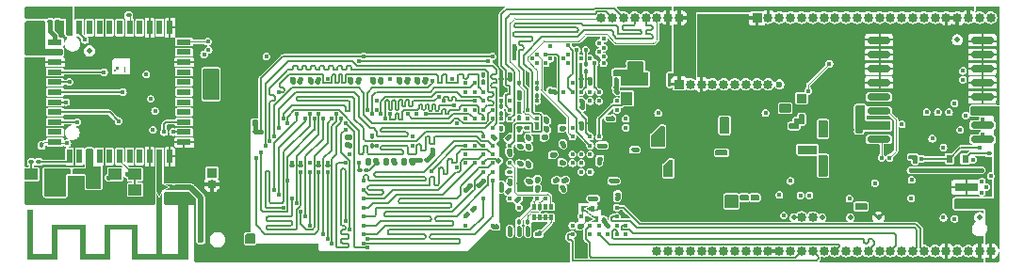
<source format=gbr>
%TF.GenerationSoftware,KiCad,Pcbnew,(6.0.0)*%
%TF.CreationDate,2022-01-21T23:47:04+08:00*%
%TF.ProjectId,som,736f6d2e-6b69-4636-9164-5f7063625858,V0R1*%
%TF.SameCoordinates,Original*%
%TF.FileFunction,Copper,L4,Bot*%
%TF.FilePolarity,Positive*%
%FSLAX46Y46*%
G04 Gerber Fmt 4.6, Leading zero omitted, Abs format (unit mm)*
G04 Created by KiCad (PCBNEW (6.0.0)) date 2022-01-21 23:47:04*
%MOMM*%
%LPD*%
G01*
G04 APERTURE LIST*
G04 Aperture macros list*
%AMRoundRect*
0 Rectangle with rounded corners*
0 $1 Rounding radius*
0 $2 $3 $4 $5 $6 $7 $8 $9 X,Y pos of 4 corners*
0 Add a 4 corners polygon primitive as box body*
4,1,4,$2,$3,$4,$5,$6,$7,$8,$9,$2,$3,0*
0 Add four circle primitives for the rounded corners*
1,1,$1+$1,$2,$3*
1,1,$1+$1,$4,$5*
1,1,$1+$1,$6,$7*
1,1,$1+$1,$8,$9*
0 Add four rect primitives between the rounded corners*
20,1,$1+$1,$2,$3,$4,$5,0*
20,1,$1+$1,$4,$5,$6,$7,0*
20,1,$1+$1,$6,$7,$8,$9,0*
20,1,$1+$1,$8,$9,$2,$3,0*%
%AMFreePoly0*
4,1,6,0.650000,0.000000,0.150000,-0.250000,-0.100000,-0.250000,-0.100000,0.250000,0.150000,0.250000,0.650000,0.000000,0.650000,0.000000,$1*%
%AMFreePoly1*
4,1,6,0.100000,-0.250000,-0.600000,-0.250000,-0.100000,0.000000,-0.600000,0.250000,0.100000,0.250000,0.100000,-0.250000,0.100000,-0.250000,$1*%
G04 Aperture macros list end*
%TA.AperFunction,NonConductor*%
%ADD10C,0.000000*%
%TD*%
%TA.AperFunction,SMDPad,CuDef*%
%ADD11RoundRect,0.150000X-0.875000X-0.150000X0.875000X-0.150000X0.875000X0.150000X-0.875000X0.150000X0*%
%TD*%
%TA.AperFunction,ComponentPad*%
%ADD12C,0.500000*%
%TD*%
%TA.AperFunction,SMDPad,CuDef*%
%ADD13RoundRect,0.100000X0.125000X0.100000X-0.125000X0.100000X-0.125000X-0.100000X0.125000X-0.100000X0*%
%TD*%
%TA.AperFunction,SMDPad,CuDef*%
%ADD14RoundRect,0.100000X-0.130000X-0.100000X0.130000X-0.100000X0.130000X0.100000X-0.130000X0.100000X0*%
%TD*%
%TA.AperFunction,SMDPad,CuDef*%
%ADD15RoundRect,0.100000X0.100000X-0.130000X0.100000X0.130000X-0.100000X0.130000X-0.100000X-0.130000X0*%
%TD*%
%TA.AperFunction,SMDPad,CuDef*%
%ADD16RoundRect,0.100000X0.130000X0.100000X-0.130000X0.100000X-0.130000X-0.100000X0.130000X-0.100000X0*%
%TD*%
%TA.AperFunction,SMDPad,CuDef*%
%ADD17RoundRect,0.100000X-0.100000X0.130000X-0.100000X-0.130000X0.100000X-0.130000X0.100000X0.130000X0*%
%TD*%
%TA.AperFunction,SMDPad,CuDef*%
%ADD18RoundRect,0.100000X-0.125000X-0.100000X0.125000X-0.100000X0.125000X0.100000X-0.125000X0.100000X0*%
%TD*%
%TA.AperFunction,SMDPad,CuDef*%
%ADD19RoundRect,0.100000X0.021213X0.162635X-0.162635X-0.021213X-0.021213X-0.162635X0.162635X0.021213X0*%
%TD*%
%TA.AperFunction,SMDPad,CuDef*%
%ADD20RoundRect,0.218750X0.218750X0.256250X-0.218750X0.256250X-0.218750X-0.256250X0.218750X-0.256250X0*%
%TD*%
%TA.AperFunction,ComponentPad*%
%ADD21R,0.850000X0.850000*%
%TD*%
%TA.AperFunction,ComponentPad*%
%ADD22O,0.850000X0.850000*%
%TD*%
%TA.AperFunction,SMDPad,CuDef*%
%ADD23RoundRect,0.225000X-0.225000X-0.250000X0.225000X-0.250000X0.225000X0.250000X-0.225000X0.250000X0*%
%TD*%
%TA.AperFunction,SMDPad,CuDef*%
%ADD24RoundRect,0.100000X-0.100000X0.125000X-0.100000X-0.125000X0.100000X-0.125000X0.100000X0.125000X0*%
%TD*%
%TA.AperFunction,SMDPad,CuDef*%
%ADD25RoundRect,0.100000X-0.021213X-0.162635X0.162635X0.021213X0.021213X0.162635X-0.162635X-0.021213X0*%
%TD*%
%TA.AperFunction,SMDPad,CuDef*%
%ADD26RoundRect,0.243750X-0.656250X0.243750X-0.656250X-0.243750X0.656250X-0.243750X0.656250X0.243750X0*%
%TD*%
%TA.AperFunction,SMDPad,CuDef*%
%ADD27RoundRect,0.147500X0.147500X0.172500X-0.147500X0.172500X-0.147500X-0.172500X0.147500X-0.172500X0*%
%TD*%
%TA.AperFunction,SMDPad,CuDef*%
%ADD28R,0.600000X0.700000*%
%TD*%
%TA.AperFunction,SMDPad,CuDef*%
%ADD29RoundRect,0.140000X0.140000X0.170000X-0.140000X0.170000X-0.140000X-0.170000X0.140000X-0.170000X0*%
%TD*%
%TA.AperFunction,SMDPad,CuDef*%
%ADD30FreePoly0,0.000000*%
%TD*%
%TA.AperFunction,SMDPad,CuDef*%
%ADD31FreePoly1,0.000000*%
%TD*%
%TA.AperFunction,SMDPad,CuDef*%
%ADD32FreePoly0,270.000000*%
%TD*%
%TA.AperFunction,SMDPad,CuDef*%
%ADD33FreePoly1,270.000000*%
%TD*%
%TA.AperFunction,SMDPad,CuDef*%
%ADD34R,0.500000X1.300000*%
%TD*%
%TA.AperFunction,SMDPad,CuDef*%
%ADD35R,1.300000X0.500000*%
%TD*%
%TA.AperFunction,SMDPad,CuDef*%
%ADD36R,1.150000X1.000000*%
%TD*%
%TA.AperFunction,ConnectorPad*%
%ADD37R,0.500000X0.500000*%
%TD*%
%TA.AperFunction,ComponentPad*%
%ADD38R,0.900000X0.500000*%
%TD*%
%TA.AperFunction,SMDPad,CuDef*%
%ADD39RoundRect,0.100000X-0.162635X0.021213X0.021213X-0.162635X0.162635X-0.021213X-0.021213X0.162635X0*%
%TD*%
%TA.AperFunction,SMDPad,CuDef*%
%ADD40RoundRect,0.140000X-0.140000X-0.170000X0.140000X-0.170000X0.140000X0.170000X-0.140000X0.170000X0*%
%TD*%
%TA.AperFunction,ComponentPad*%
%ADD41C,0.850000*%
%TD*%
%TA.AperFunction,SMDPad,CuDef*%
%ADD42R,2.000000X0.800000*%
%TD*%
%TA.AperFunction,SMDPad,CuDef*%
%ADD43R,0.400000X0.500000*%
%TD*%
%TA.AperFunction,SMDPad,CuDef*%
%ADD44R,0.300000X0.500000*%
%TD*%
%TA.AperFunction,SMDPad,CuDef*%
%ADD45FreePoly0,180.000000*%
%TD*%
%TA.AperFunction,SMDPad,CuDef*%
%ADD46FreePoly1,180.000000*%
%TD*%
%TA.AperFunction,SMDPad,CuDef*%
%ADD47R,1.000000X1.150000*%
%TD*%
%TA.AperFunction,SMDPad,CuDef*%
%ADD48C,0.500000*%
%TD*%
%TA.AperFunction,ViaPad*%
%ADD49C,0.400000*%
%TD*%
%TA.AperFunction,ViaPad*%
%ADD50C,0.600000*%
%TD*%
%TA.AperFunction,Conductor*%
%ADD51C,0.150000*%
%TD*%
%TA.AperFunction,Conductor*%
%ADD52C,0.400000*%
%TD*%
%TA.AperFunction,Conductor*%
%ADD53C,0.200000*%
%TD*%
%TA.AperFunction,Conductor*%
%ADD54C,0.500000*%
%TD*%
%TA.AperFunction,Conductor*%
%ADD55C,0.100000*%
%TD*%
G04 APERTURE END LIST*
D10*
G36*
X8600000Y-5650000D02*
G01*
X8400000Y-5650000D01*
X8400000Y-5450000D01*
X8600000Y-5450000D01*
X8600000Y-5650000D01*
G37*
G36*
X8400000Y-5850000D02*
G01*
X8200000Y-5850000D01*
X8200000Y-5650000D01*
X8400000Y-5650000D01*
X8400000Y-5850000D01*
G37*
G36*
X9200000Y-5650000D02*
G01*
X9350000Y-5650000D01*
X9350000Y-5450000D01*
X9400000Y-5450000D01*
X9400000Y-5700000D01*
X9200000Y-5700000D01*
X9200000Y-5900000D01*
X9150000Y-5900000D01*
X9150000Y-5450000D01*
X9200000Y-5450000D01*
X9200000Y-5650000D01*
G37*
%TO.C,AE2*%
G36*
X9850000Y-22750000D02*
G01*
X9850000Y-20110000D01*
X7850000Y-20110000D01*
X7850000Y-22750000D01*
X5150000Y-22750000D01*
X5150000Y-20110000D01*
X3150000Y-20110000D01*
X3150000Y-22750000D01*
X450000Y-22750000D01*
X450000Y-18310000D01*
X950000Y-18310000D01*
X950000Y-22250000D01*
X2650000Y-22250000D01*
X2650000Y-19610000D01*
X5650000Y-19610000D01*
X5650000Y-22250000D01*
X7350000Y-22250000D01*
X7350000Y-19610000D01*
X10350000Y-19610000D01*
X10350000Y-22250000D01*
X12050000Y-22250000D01*
X12050000Y-17350000D01*
X12550000Y-17350000D01*
X12550000Y-22250000D01*
X13950000Y-22250000D01*
X13950000Y-17608158D01*
X14251778Y-17608158D01*
X14260218Y-17656417D01*
X14277112Y-17688643D01*
X14312372Y-17721313D01*
X14357682Y-17741408D01*
X14407267Y-17747982D01*
X14455353Y-17740092D01*
X14488245Y-17723186D01*
X14523185Y-17686416D01*
X14542847Y-17641622D01*
X14547583Y-17593215D01*
X14537742Y-17545605D01*
X14513674Y-17503203D01*
X14475731Y-17470419D01*
X14467819Y-17466065D01*
X14425156Y-17453957D01*
X14376637Y-17454700D01*
X14331122Y-17467600D01*
X14312511Y-17478213D01*
X14278868Y-17513447D01*
X14258309Y-17558632D01*
X14251778Y-17608158D01*
X13950000Y-17608158D01*
X13950000Y-17350000D01*
X14850000Y-17350000D01*
X14850000Y-22750000D01*
X9850000Y-22750000D01*
G37*
%TD*%
D11*
%TO.P,U5,1,32KHZ*%
%TO.N,RTC_32K*%
X76950000Y-11945000D03*
%TO.P,U5,2,VCC*%
%TO.N,+3.3VA*%
X76950000Y-10675000D03*
%TO.P,U5,3,~{INT}/SQW*%
%TO.N,RTC_INT*%
X76950000Y-9405000D03*
%TO.P,U5,4,~{RST}*%
%TO.N,unconnected-(U5-Pad4)*%
X76950000Y-8135000D03*
%TO.P,U5,5,GND*%
%TO.N,GND*%
X76950000Y-6865000D03*
%TO.P,U5,6,GND*%
X76950000Y-5595000D03*
%TO.P,U5,7,GND*%
X76950000Y-4325000D03*
%TO.P,U5,8,GND*%
X76950000Y-3055000D03*
%TO.P,U5,9,GND*%
X86250000Y-3055000D03*
%TO.P,U5,10,GND*%
X86250000Y-4325000D03*
%TO.P,U5,11,GND*%
X86250000Y-5595000D03*
%TO.P,U5,12,GND*%
X86250000Y-6865000D03*
%TO.P,U5,13,GND*%
X86250000Y-8135000D03*
%TO.P,U5,14,VBAT*%
%TO.N,+BATT*%
X86250000Y-9405000D03*
%TO.P,U5,15,SDA*%
%TO.N,MB_SDA*%
X86250000Y-10675000D03*
%TO.P,U5,16,SCL*%
%TO.N,MB_SCL*%
X86250000Y-11945000D03*
%TD*%
D12*
%TO.P,U7,45,EPGND*%
%TO.N,GND*%
X65750000Y-14500000D03*
X66500000Y-15300000D03*
X65750000Y-11300000D03*
X65000000Y-14500000D03*
X68000000Y-12900000D03*
X68000000Y-14500000D03*
X68000000Y-15300000D03*
X65000000Y-12900000D03*
X67250000Y-12900000D03*
X65750000Y-13700000D03*
X65000000Y-12100000D03*
X66500000Y-11300000D03*
X66500000Y-12900000D03*
X66500000Y-13700000D03*
X65000000Y-13700000D03*
X65750000Y-15300000D03*
X65000000Y-15300000D03*
X68000000Y-13700000D03*
X67250000Y-15300000D03*
X67250000Y-11300000D03*
X68000000Y-11300000D03*
X67250000Y-12100000D03*
X67250000Y-14500000D03*
X65750000Y-12900000D03*
X68000000Y-12100000D03*
X66500000Y-12100000D03*
X65000000Y-11300000D03*
X67250000Y-13700000D03*
X65750000Y-12100000D03*
X66500000Y-14500000D03*
%TD*%
%TO.P,TP1,1,Pin_1*%
%TO.N,MB_SDA*%
X69290000Y-19000000D03*
%TO.P,TP1,2,Pin_2*%
%TO.N,MB_SCL*%
X71830000Y-19000000D03*
%TO.P,TP1,3,Pin_3*%
%TO.N,+5V*%
X74370000Y-19000000D03*
%TO.P,TP1,4,Pin_4*%
%TO.N,GND*%
X76910000Y-19000000D03*
%TD*%
D13*
%TO.P,C96,1*%
%TO.N,+3V3*%
X51000000Y-6500000D03*
%TO.P,C96,2*%
%TO.N,GND*%
X50200000Y-6500000D03*
%TD*%
D14*
%TO.P,C88,1*%
%TO.N,+3V3*%
X50280000Y-9100000D03*
%TO.P,C88,2*%
%TO.N,GND*%
X50920000Y-9100000D03*
%TD*%
D15*
%TO.P,C89,1*%
%TO.N,+3V3*%
X47400000Y-7620000D03*
%TO.P,C89,2*%
%TO.N,GND*%
X47400000Y-6980000D03*
%TD*%
D16*
%TO.P,C91,1*%
%TO.N,+3V3*%
X43720000Y-13000000D03*
%TO.P,C91,2*%
%TO.N,GND*%
X43080000Y-13000000D03*
%TD*%
D15*
%TO.P,C93,1*%
%TO.N,+3V3*%
X43800000Y-20020000D03*
%TO.P,C93,2*%
%TO.N,GND*%
X43800000Y-19380000D03*
%TD*%
D13*
%TO.P,C95,1*%
%TO.N,+3V3*%
X43800000Y-6500000D03*
%TO.P,C95,2*%
%TO.N,GND*%
X43000000Y-6500000D03*
%TD*%
D17*
%TO.P,C90,1*%
%TO.N,+3V3*%
X44600000Y-8180000D03*
%TO.P,C90,2*%
%TO.N,GND*%
X44600000Y-8820000D03*
%TD*%
D16*
%TO.P,C92,1*%
%TO.N,+3V3*%
X43720000Y-14900000D03*
%TO.P,C92,2*%
%TO.N,GND*%
X43080000Y-14900000D03*
%TD*%
D17*
%TO.P,C123,1*%
%TO.N,VDD*%
X50000000Y-19780000D03*
%TO.P,C123,2*%
%TO.N,GND*%
X50000000Y-20420000D03*
%TD*%
D14*
%TO.P,C124,1*%
%TO.N,VDD*%
X51480000Y-17300000D03*
%TO.P,C124,2*%
%TO.N,GND*%
X52120000Y-17300000D03*
%TD*%
%TO.P,C126,1*%
%TO.N,VDD*%
X53480000Y-16900000D03*
%TO.P,C126,2*%
%TO.N,GND*%
X54120000Y-16900000D03*
%TD*%
D15*
%TO.P,C125,1*%
%TO.N,VDD*%
X52200000Y-19220000D03*
%TO.P,C125,2*%
%TO.N,GND*%
X52200000Y-18580000D03*
%TD*%
D16*
%TO.P,C127,1*%
%TO.N,VDD*%
X52920000Y-15700000D03*
%TO.P,C127,2*%
%TO.N,GND*%
X52280000Y-15700000D03*
%TD*%
D17*
%TO.P,C131,1*%
%TO.N,+3V3*%
X53000000Y-10080000D03*
%TO.P,C131,2*%
%TO.N,GND*%
X53000000Y-10720000D03*
%TD*%
D14*
%TO.P,C128,1*%
%TO.N,+3V3*%
X51880000Y-13700000D03*
%TO.P,C128,2*%
%TO.N,GND*%
X52520000Y-13700000D03*
%TD*%
D16*
%TO.P,C129,1*%
%TO.N,+3V3*%
X54920000Y-12900000D03*
%TO.P,C129,2*%
%TO.N,GND*%
X54280000Y-12900000D03*
%TD*%
D14*
%TO.P,C130,1*%
%TO.N,+3V3*%
X52280000Y-12500000D03*
%TO.P,C130,2*%
%TO.N,GND*%
X52920000Y-12500000D03*
%TD*%
D16*
%TO.P,C132,1*%
%TO.N,+3V3*%
X53320000Y-7300000D03*
%TO.P,C132,2*%
%TO.N,GND*%
X52680000Y-7300000D03*
%TD*%
%TO.P,C53,1*%
%TO.N,+1V0*%
X48520000Y-16300000D03*
%TO.P,C53,2*%
%TO.N,GND*%
X47880000Y-16300000D03*
%TD*%
%TO.P,C45,1*%
%TO.N,+1V0*%
X48520000Y-12300000D03*
%TO.P,C45,2*%
%TO.N,GND*%
X47880000Y-12300000D03*
%TD*%
D18*
%TO.P,C54,1*%
%TO.N,+1V0*%
X43800000Y-15900000D03*
%TO.P,C54,2*%
%TO.N,GND*%
X44600000Y-15900000D03*
%TD*%
D17*
%TO.P,C44,1*%
%TO.N,+1V0*%
X48400000Y-10980000D03*
%TO.P,C44,2*%
%TO.N,GND*%
X48400000Y-11620000D03*
%TD*%
D19*
%TO.P,C52,1*%
%TO.N,+1V0*%
X44426274Y-17473726D03*
%TO.P,C52,2*%
%TO.N,GND*%
X43973726Y-17926274D03*
%TD*%
D15*
%TO.P,C47,1*%
%TO.N,+1V0*%
X48800000Y-15620000D03*
%TO.P,C47,2*%
%TO.N,GND*%
X48800000Y-14980000D03*
%TD*%
D17*
%TO.P,C48,1*%
%TO.N,+1V0*%
X44800000Y-12580000D03*
%TO.P,C48,2*%
%TO.N,GND*%
X44800000Y-13220000D03*
%TD*%
D15*
%TO.P,C50,1*%
%TO.N,+1V0*%
X44600000Y-10020000D03*
%TO.P,C50,2*%
%TO.N,GND*%
X44600000Y-9380000D03*
%TD*%
D17*
%TO.P,C49,1*%
%TO.N,+1V0*%
X44800000Y-14180000D03*
%TO.P,C49,2*%
%TO.N,GND*%
X44800000Y-14820000D03*
%TD*%
D15*
%TO.P,C46,1*%
%TO.N,+1V0*%
X48400000Y-14020000D03*
%TO.P,C46,2*%
%TO.N,GND*%
X48400000Y-13380000D03*
%TD*%
D14*
%TO.P,C43,1*%
%TO.N,+1V0*%
X47080000Y-11100000D03*
%TO.P,C43,2*%
%TO.N,GND*%
X47720000Y-11100000D03*
%TD*%
%TO.P,C64,1*%
%TO.N,+1V8*%
X46280000Y-15500000D03*
%TO.P,C64,2*%
%TO.N,GND*%
X46920000Y-15500000D03*
%TD*%
D17*
%TO.P,C67,1*%
%TO.N,+1V8*%
X47600000Y-13380000D03*
%TO.P,C67,2*%
%TO.N,GND*%
X47600000Y-14020000D03*
%TD*%
D18*
%TO.P,C133,1*%
%TO.N,+3V3*%
X50200000Y-10500000D03*
%TO.P,C133,2*%
%TO.N,GND*%
X51000000Y-10500000D03*
%TD*%
D14*
%TO.P,C66,1*%
%TO.N,+1V8*%
X45480000Y-14300000D03*
%TO.P,C66,2*%
%TO.N,GND*%
X46120000Y-14300000D03*
%TD*%
%TO.P,C63,1*%
%TO.N,+1V8*%
X46280000Y-16300000D03*
%TO.P,C63,2*%
%TO.N,GND*%
X46920000Y-16300000D03*
%TD*%
D15*
%TO.P,C65,1*%
%TO.N,+1V8*%
X48000000Y-15620000D03*
%TO.P,C65,2*%
%TO.N,GND*%
X48000000Y-14980000D03*
%TD*%
D14*
%TO.P,C68,1*%
%TO.N,+1V8*%
X45480000Y-12700000D03*
%TO.P,C68,2*%
%TO.N,GND*%
X46120000Y-12700000D03*
%TD*%
%TO.P,C69,1*%
%TO.N,+1V8*%
X45480000Y-11900000D03*
%TO.P,C69,2*%
%TO.N,GND*%
X46120000Y-11900000D03*
%TD*%
D20*
%TO.P,C2,1*%
%TO.N,+3V3*%
X6587500Y-15800000D03*
%TO.P,C2,2*%
%TO.N,GND*%
X5012500Y-15800000D03*
%TD*%
D19*
%TO.P,C16,1*%
%TO.N,VREF_DDR*%
X43626274Y-16673726D03*
%TO.P,C16,2*%
%TO.N,GND*%
X43173726Y-17126274D03*
%TD*%
D17*
%TO.P,C58,1*%
%TO.N,VCC_DDR*%
X42600000Y-19780000D03*
%TO.P,C58,2*%
%TO.N,GND*%
X42600000Y-20420000D03*
%TD*%
D19*
%TO.P,C15,1*%
%TO.N,VREF_DDR*%
X43626274Y-11873726D03*
%TO.P,C15,2*%
%TO.N,GND*%
X43173726Y-12326274D03*
%TD*%
D21*
%TO.P,J6,1,Pin_1*%
%TO.N,+3V3*%
X59000000Y-7000000D03*
D22*
%TO.P,J6,2,Pin_2*%
%TO.N,+1V8*%
X60000000Y-7000000D03*
%TO.P,J6,3,Pin_3*%
%TO.N,GND*%
X61000000Y-7000000D03*
%TO.P,J6,4,Pin_4*%
%TO.N,VDD*%
X62000000Y-7000000D03*
%TO.P,J6,5,Pin_5*%
%TO.N,+5V*%
X63000000Y-7000000D03*
%TO.P,J6,6,Pin_6*%
%TO.N,LDO6*%
X64000000Y-7000000D03*
%TO.P,J6,7,Pin_7*%
%TO.N,LDO5*%
X65000000Y-7000000D03*
%TO.P,J6,8,Pin_8*%
%TO.N,+5V*%
X66000000Y-7000000D03*
%TO.P,J6,9,Pin_9*%
%TO.N,LDO2*%
X67000000Y-7000000D03*
%TD*%
D15*
%TO.P,R10,1*%
%TO.N,/SD0_CK_*%
X50600000Y-5820000D03*
%TO.P,R10,2*%
%TO.N,SD0_CK*%
X50600000Y-5180000D03*
%TD*%
%TO.P,R11,1*%
%TO.N,/DDR_VRN*%
X43000000Y-9620000D03*
%TO.P,R11,2*%
%TO.N,VCC_DDR*%
X43000000Y-8980000D03*
%TD*%
D17*
%TO.P,R7,1*%
%TO.N,DONE*%
X45400000Y-19380000D03*
%TO.P,R7,2*%
%TO.N,/DONE_*%
X45400000Y-20020000D03*
%TD*%
%TO.P,R12,1*%
%TO.N,/DDR_VRP*%
X43000000Y-10980000D03*
%TO.P,R12,2*%
%TO.N,GND*%
X43000000Y-11620000D03*
%TD*%
D23*
%TO.P,C20,1*%
%TO.N,+3V3*%
X17125000Y-6200000D03*
%TO.P,C20,2*%
%TO.N,GND*%
X18675000Y-6200000D03*
%TD*%
D16*
%TO.P,R9,1*%
%TO.N,GND*%
X30920000Y-14700000D03*
%TO.P,R9,2*%
%TO.N,/DDR_ZQ0*%
X30280000Y-14700000D03*
%TD*%
D15*
%TO.P,C57,1*%
%TO.N,VCC_DDR*%
X43000000Y-16020000D03*
%TO.P,C57,2*%
%TO.N,GND*%
X43000000Y-15380000D03*
%TD*%
D16*
%TO.P,C79,1*%
%TO.N,VCC_DDR*%
X36120000Y-6800000D03*
%TO.P,C79,2*%
%TO.N,GND*%
X35480000Y-6800000D03*
%TD*%
D14*
%TO.P,C83,1*%
%TO.N,VCC_DDR*%
X31080000Y-13800000D03*
%TO.P,C83,2*%
%TO.N,GND*%
X31720000Y-13800000D03*
%TD*%
%TO.P,C76,1*%
%TO.N,VCC_DDR*%
X29480000Y-6800000D03*
%TO.P,C76,2*%
%TO.N,GND*%
X30120000Y-6800000D03*
%TD*%
%TO.P,C81,1*%
%TO.N,VCC_DDR*%
X34280000Y-13800000D03*
%TO.P,C81,2*%
%TO.N,GND*%
X34920000Y-13800000D03*
%TD*%
D17*
%TO.P,C55,1*%
%TO.N,VCC_DDR*%
X41400000Y-6180000D03*
%TO.P,C55,2*%
%TO.N,GND*%
X41400000Y-6820000D03*
%TD*%
D16*
%TO.P,C74,1*%
%TO.N,VCC_DDR*%
X24920000Y-6800000D03*
%TO.P,C74,2*%
%TO.N,GND*%
X24280000Y-6800000D03*
%TD*%
%TO.P,C75,1*%
%TO.N,VCC_DDR*%
X26520000Y-6800000D03*
%TO.P,C75,2*%
%TO.N,GND*%
X25880000Y-6800000D03*
%TD*%
%TO.P,C18,1*%
%TO.N,VREF_DDR*%
X20870000Y-11300000D03*
%TO.P,C18,2*%
%TO.N,GND*%
X20230000Y-11300000D03*
%TD*%
%TO.P,C78,1*%
%TO.N,VCC_DDR*%
X34520000Y-6800000D03*
%TO.P,C78,2*%
%TO.N,GND*%
X33880000Y-6800000D03*
%TD*%
%TO.P,C82,1*%
%TO.N,VCC_DDR*%
X33320000Y-13800000D03*
%TO.P,C82,2*%
%TO.N,GND*%
X32680000Y-13800000D03*
%TD*%
%TO.P,C77,1*%
%TO.N,VCC_DDR*%
X32120000Y-6800000D03*
%TO.P,C77,2*%
%TO.N,GND*%
X31480000Y-6800000D03*
%TD*%
D17*
%TO.P,R1,1*%
%TO.N,DDR_CK+*%
X29100000Y-11780000D03*
%TO.P,R1,2*%
%TO.N,DDR_CK-*%
X29100000Y-12420000D03*
%TD*%
D24*
%TO.P,C62,1*%
%TO.N,VCC_DDR*%
X31400000Y-11700000D03*
%TO.P,C62,2*%
%TO.N,GND*%
X31400000Y-12500000D03*
%TD*%
D25*
%TO.P,C60,1*%
%TO.N,VCC_DDR*%
X39973726Y-18726274D03*
%TO.P,C60,2*%
%TO.N,GND*%
X40426274Y-18273726D03*
%TD*%
D18*
%TO.P,C85,1*%
%TO.N,VCC_DDR*%
X26600000Y-14300000D03*
%TO.P,C85,2*%
%TO.N,GND*%
X27400000Y-14300000D03*
%TD*%
D17*
%TO.P,R8,1*%
%TO.N,INIT*%
X44600000Y-19380000D03*
%TO.P,R8,2*%
%TO.N,/INIT_*%
X44600000Y-20020000D03*
%TD*%
D13*
%TO.P,C84,1*%
%TO.N,VCC_DDR*%
X25000000Y-14300000D03*
%TO.P,C84,2*%
%TO.N,GND*%
X24200000Y-14300000D03*
%TD*%
D18*
%TO.P,C61,1*%
%TO.N,VCC_DDR*%
X40200000Y-16100000D03*
%TO.P,C61,2*%
%TO.N,GND*%
X41000000Y-16100000D03*
%TD*%
D16*
%TO.P,C80,1*%
%TO.N,VCC_DDR*%
X36320000Y-13800000D03*
%TO.P,C80,2*%
%TO.N,GND*%
X35680000Y-13800000D03*
%TD*%
D14*
%TO.P,C1,1*%
%TO.N,+3V3*%
X2480000Y-1400000D03*
%TO.P,C1,2*%
%TO.N,GND*%
X3120000Y-1400000D03*
%TD*%
D26*
%TO.P,L1,1*%
%TO.N,/WiFi_REG_IN*%
X1100000Y-562500D03*
%TO.P,L1,2*%
%TO.N,/WiFi_REG_OUT*%
X1100000Y-2437500D03*
%TD*%
D27*
%TO.P,C29,1*%
%TO.N,+3.3VA*%
X75185000Y-10400000D03*
%TO.P,C29,2*%
%TO.N,GND*%
X74215000Y-10400000D03*
%TD*%
D16*
%TO.P,C30,1*%
%TO.N,+3.3VA*%
X75095000Y-11100000D03*
%TO.P,C30,2*%
%TO.N,GND*%
X74455000Y-11100000D03*
%TD*%
D28*
%TO.P,D1,1,K*%
%TO.N,Net-(D1-Pad1)*%
X84700000Y-13700000D03*
%TO.P,D1,2,A*%
%TO.N,+3.3VA*%
X83300000Y-13700000D03*
%TD*%
D14*
%TO.P,R4,1*%
%TO.N,GND*%
X8880000Y-800000D03*
%TO.P,R4,2*%
%TO.N,Net-(R4-Pad2)*%
X9520000Y-800000D03*
%TD*%
D13*
%TO.P,C72,1*%
%TO.N,/VCC_PLL*%
X44600000Y-10900000D03*
%TO.P,C72,2*%
%TO.N,GND*%
X43800000Y-10900000D03*
%TD*%
D14*
%TO.P,FB3,1*%
%TO.N,/VCC_PLL*%
X44680000Y-10900000D03*
%TO.P,FB3,2*%
%TO.N,+1V8*%
X45320000Y-10900000D03*
%TD*%
D29*
%TO.P,C19,1*%
%TO.N,VREF_DDR*%
X20880000Y-10500000D03*
%TO.P,C19,2*%
%TO.N,GND*%
X19920000Y-10500000D03*
%TD*%
D17*
%TO.P,C73,1*%
%TO.N,/VCC_PLL*%
X44600000Y-11130000D03*
%TO.P,C73,2*%
%TO.N,GND*%
X44600000Y-11770000D03*
%TD*%
%TO.P,C51,1*%
%TO.N,+1V0*%
X45600000Y-15780000D03*
%TO.P,C51,2*%
%TO.N,GND*%
X45600000Y-16420000D03*
%TD*%
%TO.P,C71,1*%
%TO.N,+1V8*%
X46800000Y-11780000D03*
%TO.P,C71,2*%
%TO.N,GND*%
X46800000Y-12420000D03*
%TD*%
D15*
%TO.P,C94,1*%
%TO.N,+3V3*%
X46500000Y-20420000D03*
%TO.P,C94,2*%
%TO.N,GND*%
X46500000Y-19780000D03*
%TD*%
D30*
%TO.P,JP1,1,A*%
%TO.N,/ANT*%
X12400000Y-16300000D03*
D31*
%TO.P,JP1,2,B*%
%TO.N,/EXT_ANT*%
X13400000Y-16300000D03*
%TD*%
D32*
%TO.P,JP2,1,A*%
%TO.N,/ANT*%
X12300000Y-16400000D03*
D33*
%TO.P,JP2,2,B*%
%TO.N,/INT_ANT*%
X12300000Y-17400000D03*
%TD*%
D34*
%TO.P,U4,1,GND*%
%TO.N,GND*%
X13200000Y-13500000D03*
%TO.P,U4,2,WL_BT_ANT*%
%TO.N,/ANT*%
X12300000Y-13500000D03*
%TO.P,U4,3,GND*%
%TO.N,GND*%
X11400000Y-13500000D03*
%TO.P,U4,4,FM_RX*%
%TO.N,unconnected-(U4-Pad4)*%
X10500000Y-13500000D03*
%TO.P,U4,5,NC*%
%TO.N,unconnected-(U4-Pad5)*%
X9600000Y-13500000D03*
%TO.P,U4,6,BT_WAKE*%
%TO.N,+3V3*%
X8700000Y-13500000D03*
%TO.P,U4,7,BT_INT*%
%TO.N,unconnected-(U4-Pad7)*%
X7800000Y-13500000D03*
%TO.P,U4,8,NC*%
%TO.N,unconnected-(U4-Pad8)*%
X6900000Y-13500000D03*
%TO.P,U4,9,VBAT*%
%TO.N,+3V3*%
X6000000Y-13500000D03*
%TO.P,U4,10,XTAL_OUT*%
%TO.N,unconnected-(U4-Pad10)*%
X5100000Y-13500000D03*
%TO.P,U4,11,XTAL_IN*%
%TO.N,/WiFi_26M_*%
X4200000Y-13500000D03*
D35*
%TO.P,U4,12,WL_REG_ON*%
%TO.N,WiFi_PWR*%
X2900000Y-12200000D03*
%TO.P,U4,13,WL_INT*%
%TO.N,unconnected-(U4-Pad13)*%
X2900000Y-11300000D03*
%TO.P,U4,14,SDIO_DATA_2*%
%TO.N,SD1_D2*%
X2900000Y-10400000D03*
%TO.P,U4,15,SDIO_DATA_3*%
%TO.N,SD1_D3*%
X2900000Y-9500000D03*
%TO.P,U4,16,SDIO_DATA_CMD*%
%TO.N,SD1_CMD*%
X2900000Y-8600000D03*
%TO.P,U4,17,SDIO_DATA_CLK*%
%TO.N,SD1_CK*%
X2900000Y-7700000D03*
%TO.P,U4,18,SDIO_DATA_0*%
%TO.N,SD1_D0*%
X2900000Y-6800000D03*
%TO.P,U4,19,SDIO_DATA_1*%
%TO.N,SD1_D1*%
X2900000Y-5900000D03*
%TO.P,U4,20,GND*%
%TO.N,GND*%
X2900000Y-5000000D03*
%TO.P,U4,21,VIN_REG_OUT*%
%TO.N,/WiFi_REG_OUT*%
X2900000Y-4100000D03*
%TO.P,U4,22,VDDIO*%
%TO.N,+3V3*%
X2900000Y-3200000D03*
D34*
%TO.P,U4,23,VIN_REG_IN*%
%TO.N,/WiFi_REG_IN*%
X4200000Y-1900000D03*
%TO.P,U4,24,LPO*%
%TO.N,/BT_32K*%
X5100000Y-1900000D03*
%TO.P,U4,25,PCM_OUT*%
%TO.N,unconnected-(U4-Pad25)*%
X6000000Y-1900000D03*
%TO.P,U4,26,PCM_CLK*%
%TO.N,unconnected-(U4-Pad26)*%
X6900000Y-1900000D03*
%TO.P,U4,27,PCM_IN*%
%TO.N,unconnected-(U4-Pad27)*%
X7800000Y-1900000D03*
%TO.P,U4,28,PCM_SYNC*%
%TO.N,unconnected-(U4-Pad28)*%
X8700000Y-1900000D03*
%TO.P,U4,29,SD_VSEL*%
%TO.N,Net-(R4-Pad2)*%
X9600000Y-1900000D03*
%TO.P,U4,30,NC*%
%TO.N,unconnected-(U4-Pad30)*%
X10500000Y-1900000D03*
%TO.P,U4,31,GND*%
%TO.N,GND*%
X11400000Y-1900000D03*
%TO.P,U4,32,NC*%
%TO.N,unconnected-(U4-Pad32)*%
X12300000Y-1900000D03*
%TO.P,U4,33,GND*%
%TO.N,GND*%
X13200000Y-1900000D03*
D35*
%TO.P,U4,34,BT_REG_ON*%
%TO.N,WiFi_PWR*%
X14500000Y-3200000D03*
%TO.P,U4,35,NC*%
%TO.N,unconnected-(U4-Pad35)*%
X14500000Y-4100000D03*
%TO.P,U4,36,GND*%
%TO.N,GND*%
X14500000Y-5000000D03*
%TO.P,U4,37,GPIO4*%
%TO.N,unconnected-(U4-Pad37)*%
X14500000Y-5900000D03*
%TO.P,U4,38,GPIO3*%
%TO.N,unconnected-(U4-Pad38)*%
X14500000Y-6800000D03*
%TO.P,U4,39,GPIO2*%
%TO.N,unconnected-(U4-Pad39)*%
X14500000Y-7700000D03*
%TO.P,U4,40,GPIO1*%
%TO.N,unconnected-(U4-Pad40)*%
X14500000Y-8600000D03*
%TO.P,U4,41,UART_RTS_N*%
%TO.N,unconnected-(U4-Pad41)*%
X14500000Y-9500000D03*
%TO.P,U4,42,UART_TXD*%
%TO.N,BT_MISO*%
X14500000Y-10400000D03*
%TO.P,U4,43,UART_RXD*%
%TO.N,BT_MOSI*%
X14500000Y-11300000D03*
%TO.P,U4,44,UART_CTS_N*%
%TO.N,GND*%
X14500000Y-12200000D03*
%TD*%
D21*
%TO.P,J3,1,Pin_1*%
%TO.N,+3V3*%
X17000000Y-15000000D03*
D22*
%TO.P,J3,2,Pin_2*%
%TO.N,GND*%
X17000000Y-16000000D03*
%TD*%
D16*
%TO.P,R6,1*%
%TO.N,+BATT*%
X87495000Y-13200000D03*
%TO.P,R6,2*%
%TO.N,Net-(D1-Pad1)*%
X86855000Y-13200000D03*
%TD*%
D36*
%TO.P,X1,1,EN*%
%TO.N,+3V3*%
X10075000Y-16500000D03*
%TO.P,X1,2,GND*%
%TO.N,GND*%
X8325000Y-16500000D03*
%TO.P,X1,3,OUT*%
%TO.N,/BT_32K*%
X8325000Y-15100000D03*
%TO.P,X1,4,Vdd*%
%TO.N,+3V3*%
X10075000Y-15100000D03*
%TD*%
D37*
%TO.P,AE2,1,A*%
%TO.N,/INT_ANT*%
X12300000Y-17600000D03*
D38*
%TO.P,AE2,2,Shield*%
%TO.N,GND*%
X14400000Y-17600000D03*
%TD*%
D15*
%TO.P,C26,1*%
%TO.N,+BATT*%
X87600000Y-9245000D03*
%TO.P,C26,2*%
%TO.N,GND*%
X87600000Y-8605000D03*
%TD*%
D39*
%TO.P,C56,1*%
%TO.N,VCC_DDR*%
X42373726Y-11873726D03*
%TO.P,C56,2*%
%TO.N,GND*%
X42826274Y-12326274D03*
%TD*%
D14*
%TO.P,C70,1*%
%TO.N,+1V8*%
X47080000Y-10300000D03*
%TO.P,C70,2*%
%TO.N,GND*%
X47720000Y-10300000D03*
%TD*%
D21*
%TO.P,J5,1,Pin_1*%
%TO.N,GND*%
X66000000Y-1000000D03*
D22*
%TO.P,J5,2,Pin_2*%
%TO.N,+3V3*%
X67000000Y-1000000D03*
%TO.P,J5,3,Pin_3*%
%TO.N,A20-*%
X68000000Y-1000000D03*
%TO.P,J5,4,Pin_4*%
%TO.N,B19+*%
X69000000Y-1000000D03*
%TO.P,J5,5,Pin_5*%
%TO.N,B20-*%
X70000000Y-1000000D03*
%TO.P,J5,6,Pin_6*%
%TO.N,C20+*%
X71000000Y-1000000D03*
%TO.P,J5,7,Pin_7*%
%TO.N,D19+*%
X72000000Y-1000000D03*
%TO.P,J5,8,Pin_8*%
%TO.N,D20-*%
X73000000Y-1000000D03*
%TO.P,J5,9,Pin_9*%
%TO.N,E19-*%
X74000000Y-1000000D03*
%TO.P,J5,10,Pin_10*%
%TO.N,E18+*%
X75000000Y-1000000D03*
%TO.P,J5,11,Pin_11*%
%TO.N,F20-*%
X76000000Y-1000000D03*
%TO.P,J5,12,Pin_12*%
%TO.N,F19+*%
X77000000Y-1000000D03*
%TO.P,J5,13,Pin_13*%
%TO.N,G20-*%
X78000000Y-1000000D03*
%TO.P,J5,14,Pin_14*%
%TO.N,G19+*%
X79000000Y-1000000D03*
%TO.P,J5,15,Pin_15*%
%TO.N,J20+*%
X80000000Y-1000000D03*
%TO.P,J5,16,Pin_16*%
%TO.N,H20-*%
X81000000Y-1000000D03*
%TO.P,J5,17,Pin_17*%
%TO.N,PMIC_PON*%
X82000000Y-1000000D03*
%TO.P,J5,18,Pin_18*%
%TO.N,GND*%
X83000000Y-1000000D03*
%TO.P,J5,19,Pin_19*%
X84000000Y-1000000D03*
%TO.P,J5,20,Pin_20*%
%TO.N,+3V3*%
X85000000Y-1000000D03*
%TO.P,J5,21,Pin_21*%
%TO.N,TTY_D-*%
X86000000Y-1000000D03*
%TO.P,J5,22,Pin_22*%
%TO.N,TTY_D+*%
X87000000Y-1000000D03*
%TD*%
D40*
%TO.P,C21,1*%
%TO.N,+3V3*%
X17220000Y-8000000D03*
%TO.P,C21,2*%
%TO.N,GND*%
X18180000Y-8000000D03*
%TD*%
D14*
%TO.P,C22,1*%
%TO.N,+3V3*%
X17405000Y-7200000D03*
%TO.P,C22,2*%
%TO.N,GND*%
X18045000Y-7200000D03*
%TD*%
D41*
%TO.P,J4,1,Pin_1*%
%TO.N,Y17-*%
X57000000Y-22000000D03*
D22*
%TO.P,J4,2,Pin_2*%
%TO.N,Y16+*%
X58000000Y-22000000D03*
%TO.P,J4,3,Pin_3*%
%TO.N,W20-*%
X59000000Y-22000000D03*
%TO.P,J4,4,Pin_4*%
%TO.N,V20+*%
X60000000Y-22000000D03*
%TO.P,J4,5,Pin_5*%
%TO.N,U20-*%
X61000000Y-22000000D03*
%TO.P,J4,6,Pin_6*%
%TO.N,T20+*%
X62000000Y-22000000D03*
%TO.P,J4,7,Pin_7*%
%TO.N,P20-*%
X63000000Y-22000000D03*
%TO.P,J4,8,Pin_8*%
%TO.N,N20+*%
X64000000Y-22000000D03*
%TO.P,J4,9,Pin_9*%
%TO.N,+5V*%
X65000000Y-22000000D03*
%TO.P,J4,10,Pin_10*%
X66000000Y-22000000D03*
%TO.P,J4,11,Pin_11*%
%TO.N,GND*%
X67000000Y-22000000D03*
%TO.P,J4,12,Pin_12*%
X68000000Y-22000000D03*
%TO.P,J4,13,Pin_13*%
%TO.N,W15-*%
X69000000Y-22000000D03*
%TO.P,J4,14,Pin_14*%
%TO.N,V15+*%
X70000000Y-22000000D03*
%TO.P,J4,15,Pin_15*%
%TO.N,W13-*%
X71000000Y-22000000D03*
%TO.P,J4,16,Pin_16*%
%TO.N,V12+*%
X72000000Y-22000000D03*
%TO.P,J4,17,Pin_17*%
%TO.N,W16-*%
X73000000Y-22000000D03*
%TO.P,J4,18,Pin_18*%
%TO.N,V16+*%
X74000000Y-22000000D03*
%TO.P,J4,19,Pin_19*%
%TO.N,+3.3VA*%
X75000000Y-22000000D03*
%TO.P,J4,20,Pin_20*%
%TO.N,Y19-*%
X76000000Y-22000000D03*
%TO.P,J4,21,Pin_21*%
%TO.N,Y18+*%
X77000000Y-22000000D03*
%TO.P,J4,22,Pin_22*%
%TO.N,W19-*%
X78000000Y-22000000D03*
%TO.P,J4,23,Pin_23*%
%TO.N,W18+*%
X79000000Y-22000000D03*
%TO.P,J4,24,Pin_24*%
%TO.N,U19-*%
X80000000Y-22000000D03*
%TO.P,J4,25,Pin_25*%
%TO.N,U18+*%
X81000000Y-22000000D03*
%TO.P,J4,26,Pin_26*%
%TO.N,ULPI_ID*%
X82000000Y-22000000D03*
%TO.P,J4,27,Pin_27*%
%TO.N,GND*%
X83000000Y-22000000D03*
%TO.P,J4,28,Pin_28*%
%TO.N,ULPI_D+*%
X84000000Y-22000000D03*
%TO.P,J4,29,Pin_29*%
%TO.N,ULPI_D-*%
X85000000Y-22000000D03*
%TO.P,J4,30,Pin_30*%
%TO.N,GND*%
X86000000Y-22000000D03*
%TO.P,J4,31,Pin_31*%
%TO.N,+BATT*%
X87000000Y-22000000D03*
%TD*%
D42*
%TO.P,BT1,1,+*%
%TO.N,+BATT*%
X84800000Y-17750000D03*
%TO.P,BT1,2,-*%
%TO.N,GND*%
X84800000Y-16250000D03*
%TD*%
D41*
%TO.P,J2,1,Pin_1*%
%TO.N,PMIC_nRST*%
X52000000Y-1000000D03*
D22*
%TO.P,J2,2,Pin_2*%
%TO.N,JTAG_TDI*%
X53000000Y-1000000D03*
%TO.P,J2,3,Pin_3*%
%TO.N,JTAG_TDO*%
X54000000Y-1000000D03*
%TO.P,J2,4,Pin_4*%
%TO.N,JTAG_TCK*%
X55000000Y-1000000D03*
%TO.P,J2,5,Pin_5*%
%TO.N,JTAG_TMS*%
X56000000Y-1000000D03*
%TO.P,J2,6,Pin_6*%
%TO.N,PS_SRST*%
X57000000Y-1000000D03*
%TO.P,J2,7,Pin_7*%
%TO.N,GND*%
X58000000Y-1000000D03*
%TO.P,J2,8,Pin_8*%
%TO.N,+3V3*%
X59000000Y-1000000D03*
%TD*%
D23*
%TO.P,C12,1*%
%TO.N,/WiFi_REG_IN*%
X3575000Y-500000D03*
%TO.P,C12,2*%
%TO.N,GND*%
X5125000Y-500000D03*
%TD*%
D15*
%TO.P,R14,1*%
%TO.N,+3V3*%
X46200000Y-8020000D03*
%TO.P,R14,2*%
%TO.N,PS_SRST*%
X46200000Y-7380000D03*
%TD*%
D36*
%TO.P,X2,1,EN*%
%TO.N,/VCC_26M*%
X2525000Y-16500000D03*
%TO.P,X2,2,GND*%
%TO.N,GND*%
X775000Y-16500000D03*
%TO.P,X2,3,OUT*%
%TO.N,/WiFi_26M*%
X775000Y-15100000D03*
%TO.P,X2,4,Vdd*%
%TO.N,/VCC_26M*%
X2525000Y-15100000D03*
%TD*%
D43*
%TO.P,RN9,1,R1.1*%
%TO.N,+3V3*%
X47450000Y-19000000D03*
D44*
%TO.P,RN9,2,R2.1*%
X46950000Y-19000000D03*
%TO.P,RN9,3,R3.1*%
X46450000Y-19000000D03*
D43*
%TO.P,RN9,4,R4.1*%
X45950000Y-19000000D03*
%TO.P,RN9,5,R4.2*%
%TO.N,INIT*%
X45950000Y-18000000D03*
D44*
%TO.P,RN9,6,R3.2*%
%TO.N,DONE*%
X46450000Y-18000000D03*
%TO.P,RN9,7,R2.2*%
%TO.N,unconnected-(RN9-Pad7)*%
X46950000Y-18000000D03*
D43*
%TO.P,RN9,8,R1.2*%
%TO.N,PROGRAM*%
X47450000Y-18000000D03*
%TD*%
D39*
%TO.P,C59,1*%
%TO.N,VCC_DDR*%
X42773726Y-13873726D03*
%TO.P,C59,2*%
%TO.N,GND*%
X43226274Y-14326274D03*
%TD*%
D30*
%TO.P,JP3,1,A*%
%TO.N,VDD*%
X50600000Y-19100000D03*
D31*
%TO.P,JP3,2,B*%
%TO.N,/PUDC_*%
X51600000Y-19100000D03*
%TD*%
D14*
%TO.P,C27,1*%
%TO.N,/VCC_26M*%
X3655000Y-16000000D03*
%TO.P,C27,2*%
%TO.N,GND*%
X4295000Y-16000000D03*
%TD*%
D40*
%TO.P,C28,1*%
%TO.N,/VCC_26M*%
X3620000Y-16750000D03*
%TO.P,C28,2*%
%TO.N,GND*%
X4580000Y-16750000D03*
%TD*%
D45*
%TO.P,JP4,1,A*%
%TO.N,GND*%
X51300000Y-18200000D03*
D46*
%TO.P,JP4,2,B*%
%TO.N,/PUDC_*%
X50300000Y-18200000D03*
%TD*%
D14*
%TO.P,FB2,1*%
%TO.N,/VCC_26M*%
X4080000Y-14850000D03*
%TO.P,FB2,2*%
%TO.N,+3V3*%
X4720000Y-14850000D03*
%TD*%
%TO.P,C10,1*%
%TO.N,/WiFi_26M*%
X780000Y-14000000D03*
%TO.P,C10,2*%
%TO.N,/WiFi_26M_*%
X1420000Y-14000000D03*
%TD*%
D17*
%TO.P,R3,1*%
%TO.N,WiFi_PWR*%
X1700000Y-12480000D03*
%TO.P,R3,2*%
%TO.N,GND*%
X1700000Y-13120000D03*
%TD*%
D40*
%TO.P,C121,1*%
%TO.N,/VCC_PL_CLK*%
X55420000Y-5300000D03*
%TO.P,C121,2*%
%TO.N,GND*%
X56380000Y-5300000D03*
%TD*%
D16*
%TO.P,C122,1*%
%TO.N,/VCC_PL_CLK*%
X54620000Y-5300000D03*
%TO.P,C122,2*%
%TO.N,GND*%
X53980000Y-5300000D03*
%TD*%
D17*
%TO.P,FB5,1*%
%TO.N,/VCC_PL_CLK*%
X53300000Y-5980000D03*
%TO.P,FB5,2*%
%TO.N,+3V3*%
X53300000Y-6620000D03*
%TD*%
D47*
%TO.P,X5,1,EN*%
%TO.N,/VCC_PL_CLK*%
X55700000Y-6525000D03*
%TO.P,X5,2,GND*%
%TO.N,GND*%
X55700000Y-8275000D03*
%TO.P,X5,3,OUT*%
%TO.N,PL_CLK*%
X54300000Y-8275000D03*
%TO.P,X5,4,Vdd*%
%TO.N,/VCC_PL_CLK*%
X54300000Y-6525000D03*
%TD*%
D48*
%TO.P,FID6,*%
%TO.N,*%
X86000000Y-19000000D03*
%TD*%
%TO.P,FID5,*%
%TO.N,*%
X84000000Y-3000000D03*
%TD*%
D41*
%TO.P,J7,1,Pin_1*%
%TO.N,MB_SDA*%
X70000000Y-19000000D03*
D22*
%TO.P,J7,2,Pin_2*%
%TO.N,MB_SCL*%
X71000000Y-19000000D03*
%TD*%
D48*
%TO.P,FID4,*%
%TO.N,*%
X6000000Y-4000000D03*
%TD*%
D49*
%TO.N,DDR_A0*%
X26600000Y-9700000D03*
X24600000Y-17700000D03*
%TO.N,DDR_DQ10*%
X41400000Y-10100000D03*
X36200000Y-9700000D03*
%TO.N,DDR_DQ0*%
X31400000Y-9700000D03*
X40600000Y-6900000D03*
%TO.N,DDR_CK-*%
X39800000Y-14100000D03*
X29400000Y-12500000D03*
%TO.N,DDR_CK+*%
X29400000Y-11700000D03*
X39800000Y-13300000D03*
%TO.N,DDR_DQS1+*%
X39800000Y-10100000D03*
X35000000Y-12500000D03*
%TO.N,DDR_DQS1-*%
X39800000Y-9300000D03*
X35000000Y-11700000D03*
%TO.N,DDR_DQS0+*%
X31800000Y-9300000D03*
X39800000Y-7700000D03*
%TO.N,DDR_nRST*%
X30200000Y-4900000D03*
X41800000Y-4900000D03*
%TO.N,DDR_DQS0-*%
X39800000Y-6900000D03*
X31800000Y-8500000D03*
%TO.N,GND*%
X54200000Y-17300000D03*
X60900000Y-13150000D03*
X45400000Y-6100000D03*
X60900000Y-10150000D03*
X40600000Y-18100000D03*
X60900000Y-12800000D03*
X50200000Y-6900000D03*
X61250000Y-10150000D03*
X60900000Y-9800000D03*
X60900000Y-13500000D03*
X74450000Y-15400000D03*
X39800000Y-19700000D03*
X74100000Y-15400000D03*
X74400000Y-12200000D03*
X61250000Y-9800000D03*
X73750000Y-15400000D03*
X73700000Y-12200000D03*
X41400000Y-6900000D03*
X72100000Y-12400000D03*
X72450000Y-12400000D03*
X27400000Y-6500000D03*
X27400000Y-14100000D03*
X18200000Y-15900000D03*
X24200000Y-14100000D03*
X18300000Y-13800000D03*
X31800000Y-14100000D03*
X30200000Y-6500000D03*
X25800000Y-14100000D03*
X43000000Y-14900000D03*
X31800000Y-12500000D03*
X24200000Y-6500000D03*
X25800000Y-6500000D03*
X35000000Y-14100000D03*
X74050000Y-12200000D03*
X43000000Y-13300000D03*
X39000000Y-14500000D03*
X32600000Y-14100000D03*
X72800000Y-12400000D03*
X40600000Y-12500000D03*
X33800000Y-6500000D03*
X42200000Y-20500000D03*
X47000000Y-15700000D03*
X31400000Y-6500000D03*
X47800000Y-10900000D03*
X48600000Y-13300000D03*
X44600000Y-15700000D03*
X46200000Y-13300000D03*
X46200000Y-12500000D03*
X48600000Y-11700000D03*
X45400000Y-16500000D03*
X47800000Y-14900000D03*
X46200000Y-11700000D03*
X47800000Y-14100000D03*
X48600000Y-14900000D03*
X50200000Y-12500000D03*
X49400000Y-15700000D03*
X44600000Y-9300000D03*
X43800000Y-18100000D03*
X38600000Y-6500000D03*
X47000000Y-14100000D03*
X45400000Y-13300000D03*
X40600000Y-9300000D03*
X44600000Y-14900000D03*
X35400000Y-6500000D03*
X33000000Y-6500000D03*
X46200000Y-14100000D03*
X47800000Y-11700000D03*
X50200000Y-20500000D03*
X47000000Y-13300000D03*
X47000000Y-14900000D03*
X46200000Y-10900000D03*
X45400000Y-14900000D03*
X45400000Y-6900000D03*
X44600000Y-13300000D03*
X47000000Y-12500000D03*
X47800000Y-12500000D03*
X46200000Y-14900000D03*
X44600000Y-16500000D03*
X35400000Y-9700000D03*
X52600000Y-7700000D03*
X47800000Y-6900000D03*
X57450000Y-13400000D03*
X57100000Y-13400000D03*
X44600000Y-11700000D03*
X40600000Y-3800000D03*
X57100000Y-13050000D03*
X57450000Y-13050000D03*
X57100000Y-13750000D03*
X57450000Y-13750000D03*
X71200000Y-5150000D03*
X70700000Y-5150000D03*
X70200000Y-5150000D03*
X69700000Y-5150000D03*
X80800000Y-18400000D03*
X81500000Y-17850000D03*
X18300000Y-13300000D03*
X64050000Y-18550000D03*
X63350000Y-18550000D03*
X63700000Y-18550000D03*
X67450000Y-19000000D03*
X67100000Y-19000000D03*
X67800000Y-19000000D03*
X56750000Y-13750000D03*
X56750000Y-13050000D03*
X56750000Y-13400000D03*
X73750000Y-15800000D03*
X74450000Y-15800000D03*
X74100000Y-15800000D03*
X64050000Y-18900000D03*
X63350000Y-18900000D03*
X63700000Y-18900000D03*
X78200000Y-18750000D03*
X77850000Y-18750000D03*
X75950000Y-18750000D03*
X78550000Y-18750000D03*
X24700000Y-3800000D03*
X74800000Y-5150000D03*
X74300000Y-5150000D03*
X73800000Y-5150000D03*
X73300000Y-5150000D03*
X71700000Y-5150000D03*
X25200000Y-3800000D03*
X40100000Y-3800000D03*
X75600000Y-18750000D03*
X75950000Y-19100000D03*
X75600000Y-19100000D03*
X78200000Y-19100000D03*
X77850000Y-19100000D03*
X78550000Y-19100000D03*
X78900000Y-19100000D03*
X79600000Y-19100000D03*
X79250000Y-19100000D03*
X84200000Y-8200000D03*
X11000000Y-5400000D03*
X10700000Y-5100000D03*
X10400000Y-5400000D03*
X10400000Y-4800000D03*
X10700000Y-4500000D03*
X18300000Y-22650000D03*
X16700000Y-22650000D03*
X17100000Y-22650000D03*
X17500000Y-22650000D03*
X17900000Y-22650000D03*
X84200000Y-9800000D03*
X75400000Y-5150000D03*
X6800000Y-500000D03*
X7200000Y-500000D03*
X6400000Y-500000D03*
X6000000Y-500000D03*
X800000Y-6100000D03*
X800000Y-4800000D03*
X800000Y-8600000D03*
X800000Y-7400000D03*
X800000Y-9900000D03*
X1100000Y-12300000D03*
X7600000Y-500000D03*
X17800000Y-13300000D03*
X17800000Y-13800000D03*
X17800000Y-11400000D03*
X18300000Y-11400000D03*
X17200000Y-17900000D03*
X17200000Y-18500000D03*
X17700000Y-18500000D03*
X17700000Y-17900000D03*
X19600000Y-5400000D03*
X19600000Y-5900000D03*
X19600000Y-6400000D03*
X19600000Y-6900000D03*
X19600000Y-7400000D03*
X19600000Y-7900000D03*
X19600000Y-8400000D03*
X20100000Y-8400000D03*
X20600000Y-8400000D03*
X17400000Y-9100000D03*
X17400000Y-9600000D03*
X17400000Y-10100000D03*
X77900000Y-14400000D03*
X47800000Y-16500000D03*
X72600000Y-9100000D03*
X72250000Y-9100000D03*
X71900000Y-9100000D03*
X71550000Y-9100000D03*
X10800000Y-17500000D03*
X11400000Y-17500000D03*
X4200000Y-17500000D03*
X2400000Y-17500000D03*
X9600000Y-17500000D03*
X3600000Y-17500000D03*
X600000Y-17500000D03*
X1800000Y-17500000D03*
X3000000Y-17500000D03*
X1200000Y-17500000D03*
X6600000Y-17500000D03*
X6000000Y-17500000D03*
X10200000Y-17500000D03*
X4800000Y-17500000D03*
X9000000Y-17500000D03*
X7200000Y-17500000D03*
X7800000Y-17500000D03*
X8400000Y-17500000D03*
X5400000Y-17500000D03*
X13200000Y-15100000D03*
X11400000Y-15100000D03*
X5300000Y-16400000D03*
X4900000Y-16100000D03*
X4500000Y-15800000D03*
X4900000Y-15800000D03*
X4500000Y-16100000D03*
X4500000Y-16400000D03*
X5300000Y-15800000D03*
X4900000Y-16400000D03*
X5300000Y-16100000D03*
X15700000Y-22200000D03*
X15700000Y-22700000D03*
X13200000Y-12400000D03*
X41800000Y-4100000D03*
X14800000Y-15250000D03*
X14400000Y-15600000D03*
X14000000Y-15600000D03*
X83000000Y-16000000D03*
X14000000Y-14900000D03*
X48600000Y-20500000D03*
X71700000Y-17300000D03*
X87600000Y-3700000D03*
X43000000Y-11700000D03*
X51800000Y-18100000D03*
X17100000Y-22250000D03*
X49400000Y-12500000D03*
X14800000Y-15600000D03*
X18800000Y-21200000D03*
X5600000Y-500000D03*
X71300000Y-7300000D03*
X5250000Y-900000D03*
X4900000Y-900000D03*
X47800000Y-17300000D03*
X54200000Y-9300000D03*
X17500000Y-19300000D03*
X14400000Y-15250000D03*
X10400000Y-6400000D03*
X10400000Y-11800000D03*
X5600000Y-900000D03*
X13200000Y-17500000D03*
X18800000Y-20800000D03*
X14800000Y-14900000D03*
X77900000Y-16100000D03*
X10400000Y-4200000D03*
X19200000Y-20800000D03*
X87600000Y-6200000D03*
X10400000Y-9200000D03*
X84200000Y-7600000D03*
X47000000Y-16500000D03*
X10400000Y-8300000D03*
X4100000Y-4400000D03*
X17900000Y-19300000D03*
X17100000Y-19700000D03*
X11400000Y-12400000D03*
X17900000Y-22250000D03*
X19200000Y-21200000D03*
X49400000Y-14900000D03*
X11400000Y-15700000D03*
X10400000Y-7300000D03*
X10400000Y-10900000D03*
X87600000Y-5000000D03*
X1100000Y-13100000D03*
X16700000Y-19700000D03*
X17500000Y-19700000D03*
X42600000Y-4100000D03*
X41400000Y-15700000D03*
X66750000Y-19000000D03*
X13200000Y-16900000D03*
X5250000Y-500000D03*
X46200000Y-19700000D03*
X83100000Y-20500000D03*
X47800000Y-10100000D03*
X53400000Y-10900000D03*
X3100000Y-1900000D03*
X13200000Y-15700000D03*
X17100000Y-19300000D03*
X85300000Y-18550000D03*
X10400000Y-10000000D03*
X72100000Y-17300000D03*
X16700000Y-19300000D03*
X43800000Y-10900000D03*
X18300000Y-19700000D03*
X84200000Y-9200000D03*
X78400000Y-14400000D03*
X43000000Y-7700000D03*
X70000000Y-7300000D03*
X18300000Y-22250000D03*
X14000000Y-15250000D03*
X14400000Y-14900000D03*
X11000000Y-4800000D03*
X53000000Y-4900000D03*
X52600000Y-13300000D03*
X17900000Y-19700000D03*
X17500000Y-22250000D03*
X11400000Y-16900000D03*
X51000000Y-10900000D03*
X51800000Y-15700000D03*
X87600000Y-7500000D03*
X11000000Y-4200000D03*
X65700000Y-19000000D03*
X4900000Y-500000D03*
X47000000Y-9300000D03*
X11400000Y-16300000D03*
X66050000Y-19000000D03*
X87600000Y-2400000D03*
X66400000Y-19000000D03*
X48600000Y-17300000D03*
X54200000Y-18900000D03*
X16700000Y-22250000D03*
%TO.N,VCC_DDR*%
X32200000Y-6500000D03*
X42200000Y-19700000D03*
X29400000Y-13300000D03*
X39000000Y-10500000D03*
X25000000Y-6500000D03*
X34600000Y-6500000D03*
X42200000Y-11700000D03*
X25000000Y-14100000D03*
X40600000Y-7700000D03*
X41400000Y-14100000D03*
X41400000Y-6100000D03*
X70200000Y-8450000D03*
X69800000Y-8450000D03*
X69800000Y-8100000D03*
X43000000Y-16500000D03*
X70200000Y-8100000D03*
X39800000Y-18900000D03*
X71750000Y-11550000D03*
X71750000Y-10850000D03*
X72100000Y-10850000D03*
X72100000Y-11550000D03*
X26600000Y-14100000D03*
X71750000Y-11200000D03*
X31000000Y-14100000D03*
X26600000Y-6500000D03*
X72100000Y-11200000D03*
X71750000Y-10500000D03*
X72100000Y-10500000D03*
X31400000Y-11600000D03*
X39800000Y-16500000D03*
X34200000Y-14100000D03*
X33400000Y-14100000D03*
X36200000Y-6500000D03*
X29400000Y-6500000D03*
X36800000Y-12900000D03*
X43000000Y-8500000D03*
%TO.N,+1V0*%
X72100000Y-13650000D03*
X71750000Y-15050000D03*
X72100000Y-14350000D03*
X48600000Y-15700000D03*
X44600000Y-14100000D03*
X45400000Y-15700000D03*
X71750000Y-14000000D03*
X48600000Y-12500000D03*
X72100000Y-14700000D03*
X44600000Y-10100000D03*
X71750000Y-14350000D03*
X48600000Y-10900000D03*
X71750000Y-13650000D03*
X72100000Y-15050000D03*
X44600000Y-12500000D03*
X71750000Y-14700000D03*
X72100000Y-14000000D03*
X44600000Y-17300000D03*
X48600000Y-14100000D03*
X47000000Y-10900000D03*
X43800000Y-15700000D03*
X63700000Y-17200000D03*
X64050000Y-17550000D03*
X63350000Y-17200000D03*
X64050000Y-17900000D03*
X63350000Y-17900000D03*
X63350000Y-17550000D03*
X63700000Y-17900000D03*
X64050000Y-17200000D03*
X63700000Y-17550000D03*
X49400000Y-10900000D03*
X48600000Y-16500000D03*
X49400000Y-14100000D03*
%TO.N,+1V8*%
X47800000Y-13300000D03*
X45400000Y-12500000D03*
X46200000Y-16500000D03*
X47800000Y-15700000D03*
X46200000Y-15700000D03*
X57850000Y-14400000D03*
X47000000Y-11700000D03*
X47000000Y-10100000D03*
X45400000Y-10900000D03*
X45400000Y-10100000D03*
X45400000Y-14100000D03*
X58200000Y-14400000D03*
X58200000Y-14050000D03*
X58200000Y-14750000D03*
X58200000Y-15100000D03*
X57850000Y-15100000D03*
X57850000Y-14750000D03*
X45400000Y-11700000D03*
%TO.N,/DDR_ZQ0*%
X30200000Y-14100000D03*
%TO.N,/DDR_VRN*%
X43000000Y-10100000D03*
%TO.N,/DDR_VRP*%
X43000000Y-10900000D03*
%TO.N,VREF_DDR*%
X42200000Y-4500000D03*
X43800000Y-11700000D03*
X30600000Y-4500000D03*
X43800000Y-16500000D03*
X21400000Y-11300000D03*
D50*
X68000000Y-7000000D03*
D49*
%TO.N,JTAG_TMS*%
X43800000Y-12500000D03*
%TO.N,JTAG_TDI*%
X43800000Y-10100000D03*
%TO.N,JTAG_TCK*%
X45400000Y-9300000D03*
%TO.N,JTAG_TDO*%
X43800000Y-9300000D03*
%TO.N,PS_CLK*%
X43800000Y-8500000D03*
X21900000Y-4500000D03*
%TO.N,VTT_DDR*%
X68800000Y-9000000D03*
X68450000Y-9000000D03*
X68600000Y-9300000D03*
X68250000Y-9300000D03*
X20650000Y-20700000D03*
X20250000Y-21100000D03*
X20650000Y-21100000D03*
X20250000Y-20700000D03*
%TO.N,SD0_D0*%
X16300000Y-4300000D03*
X47000000Y-5100000D03*
%TO.N,SD0_CK*%
X50600000Y-3900000D03*
X11100000Y-6100000D03*
%TO.N,SD0_CMD*%
X52200000Y-5100000D03*
X11500000Y-8300000D03*
%TO.N,SD0_D3*%
X11900000Y-9400000D03*
X51000000Y-4700000D03*
%TO.N,SD0_D2*%
X11700000Y-11100000D03*
X49400000Y-7700000D03*
X49000000Y-3500000D03*
%TO.N,SD0_D1*%
X16700000Y-3900000D03*
X45800000Y-4700000D03*
%TO.N,SD1_CK*%
X47400000Y-3600000D03*
X9000000Y-7700000D03*
%TO.N,SD1_D0*%
X51800000Y-7700000D03*
X4200000Y-6800000D03*
X51400000Y-5100000D03*
%TO.N,SD1_D1*%
X48600000Y-4700000D03*
X7300000Y-5900000D03*
%TO.N,SD1_CMD*%
X3900000Y-8600000D03*
X50200000Y-4700000D03*
%TO.N,SD1_D2*%
X49000000Y-4300000D03*
X4900000Y-10400000D03*
%TO.N,SD1_D3*%
X8600000Y-10300000D03*
X46200000Y-5100000D03*
%TO.N,BT_MOSI*%
X47000000Y-4300000D03*
X51000000Y-12500000D03*
X13500000Y-11300000D03*
%TO.N,BT_MISO*%
X49800000Y-3900000D03*
X51000000Y-11700000D03*
X12700000Y-11300000D03*
%TO.N,+5V*%
X69100000Y-10750000D03*
X65000000Y-17200000D03*
X70000000Y-9950000D03*
X63250000Y-10850000D03*
X63200000Y-11200000D03*
X71150000Y-13050000D03*
X64700000Y-17200000D03*
X69950000Y-10350000D03*
X70200000Y-12750000D03*
X69900000Y-12750000D03*
X70500000Y-12750000D03*
X69550000Y-10350000D03*
X69500000Y-10750000D03*
X71150000Y-12750000D03*
X62800000Y-13150000D03*
X63250000Y-10500000D03*
X63100000Y-13150000D03*
X62500000Y-13150000D03*
X62900000Y-10500000D03*
X62900000Y-10850000D03*
X63100000Y-10200000D03*
X74300000Y-17300000D03*
X82750000Y-19000000D03*
%TO.N,+3.3VA*%
X65650000Y-17200000D03*
X65950000Y-17200000D03*
X75100000Y-18000000D03*
X76600000Y-15900000D03*
X80800000Y-13700000D03*
X75600000Y-18000000D03*
X75100000Y-9700000D03*
X68400000Y-18800000D03*
X86000000Y-12700000D03*
X75100000Y-9200000D03*
%TO.N,PMIC_nRST*%
X44600000Y-6900000D03*
X69000000Y-15700000D03*
X49400000Y-13300000D03*
X46200000Y-10100000D03*
%TO.N,PMIC_INT*%
X51000000Y-14900000D03*
X68000000Y-16950000D03*
%TO.N,RTC_INT*%
X50200000Y-13300000D03*
X77900000Y-13600000D03*
%TO.N,RTC_32K*%
X51000000Y-13300000D03*
X77200000Y-13600000D03*
%TO.N,VDD*%
X53400000Y-15700000D03*
X50200000Y-19700000D03*
X51000000Y-17300000D03*
X52600000Y-19700000D03*
X54200000Y-20500000D03*
X53400000Y-17300000D03*
%TO.N,ULPI_D3*%
X53400000Y-8500000D03*
X82750000Y-12700000D03*
%TO.N,ULPI_NXT*%
X86200000Y-16750000D03*
X51800000Y-8500000D03*
%TO.N,ULPI_D6*%
X84250000Y-11100000D03*
X48600000Y-7700000D03*
%TO.N,ULPI_D1*%
X51000000Y-8500000D03*
X81750000Y-11900000D03*
%TO.N,ULPI_D7*%
X84750000Y-9800000D03*
X52200000Y-4500000D03*
%TO.N,ULPI_D4*%
X83250000Y-9500000D03*
X51800000Y-4100000D03*
%TO.N,ULPI_STP*%
X51000000Y-7700000D03*
X86200000Y-15750000D03*
%TO.N,ULPI_DIR*%
X49400000Y-6900000D03*
X86600000Y-16250000D03*
%TO.N,ULPI_D0*%
X52200000Y-3700000D03*
X81250000Y-9500000D03*
%TO.N,ULPI_D2*%
X82250000Y-9500000D03*
X51800000Y-3300000D03*
%TO.N,ULPI_CK*%
X87000000Y-15250000D03*
X47400000Y-4700000D03*
%TO.N,ULPI_D5*%
X52200000Y-2900000D03*
X83750000Y-8700000D03*
%TO.N,/ULPI_1V8*%
X86150000Y-14750000D03*
X79800000Y-14750000D03*
%TO.N,DDR_CKE*%
X29000000Y-14100000D03*
X29000000Y-19300000D03*
%TO.N,DDR_BA1*%
X27400000Y-20900000D03*
X41400000Y-17300000D03*
X27400000Y-14900000D03*
X31000000Y-20900000D03*
%TO.N,DDR_nCAS*%
X29000000Y-10500000D03*
X31000000Y-21700000D03*
%TO.N,DDR_nRAS*%
X29000000Y-11100000D03*
X29400000Y-20100000D03*
%TO.N,DDR_ODT*%
X27800000Y-21300000D03*
X28600000Y-10100000D03*
X30600000Y-21300000D03*
X42200000Y-15700000D03*
%TO.N,DDR_nCS*%
X27800000Y-10100000D03*
X25000000Y-18500000D03*
%TO.N,DDR_nWE*%
X30600000Y-20500000D03*
X27000000Y-20500000D03*
X28200000Y-9700000D03*
X42200000Y-14900000D03*
%TO.N,DDR_A4*%
X25800000Y-14900000D03*
X30600000Y-19700000D03*
X41400000Y-14900000D03*
X25800000Y-19700000D03*
%TO.N,DDR_A2*%
X23400000Y-18100000D03*
X40600000Y-14100000D03*
X25800000Y-9700000D03*
X30600000Y-18100000D03*
%TO.N,DDR_BA0*%
X42200000Y-14100000D03*
X30600000Y-18900000D03*
X27000000Y-10100000D03*
X25400000Y-18900000D03*
%TO.N,DDR_A6*%
X30600000Y-17300000D03*
X25000000Y-14900000D03*
X24200000Y-17300000D03*
X41400000Y-13300000D03*
%TO.N,DDR_A5*%
X23000000Y-16900000D03*
X25400000Y-10100000D03*
%TO.N,DDR_A7*%
X24600000Y-9700000D03*
X30600000Y-16500000D03*
X42200000Y-13300000D03*
X22600000Y-16500000D03*
%TO.N,DDR_A3*%
X23800000Y-15700000D03*
X26200000Y-10100000D03*
X41400000Y-12500000D03*
X30600000Y-15700000D03*
X21400000Y-13100000D03*
%TO.N,DDR_A1*%
X36700000Y-14800000D03*
X39800000Y-12500000D03*
X21000000Y-13600000D03*
X26600000Y-14900000D03*
%TO.N,DDR_BA2*%
X42200000Y-12500000D03*
X23800000Y-10500000D03*
%TO.N,DDR_A9*%
X23400000Y-10100000D03*
X41400000Y-11700000D03*
%TO.N,DDR_A11*%
X42200000Y-10900000D03*
X21800000Y-12500000D03*
%TO.N,DDR_A10*%
X23000000Y-10900000D03*
X42200000Y-10100000D03*
%TO.N,DDR_A14*%
X22200000Y-12100000D03*
X41400000Y-9300000D03*
%TO.N,DDR_A12*%
X42200000Y-9300000D03*
X22600000Y-11700000D03*
%TO.N,DDR_A13*%
X23000000Y-7700000D03*
X41400000Y-7700000D03*
%TO.N,DDR_DQ11*%
X34600000Y-9700000D03*
X40600000Y-10100000D03*
%TO.N,DDR_DQ9*%
X40600000Y-8500000D03*
X37800000Y-8500000D03*
%TO.N,DDR_DQ7*%
X33000000Y-9700000D03*
X38800000Y-8900000D03*
%TO.N,DDR_DQ4*%
X41400000Y-8500000D03*
X32200000Y-9700000D03*
%TO.N,DDR_DQ5*%
X37400000Y-8100000D03*
X32600000Y-10100000D03*
%TO.N,DDR_DQ6*%
X31000000Y-9300000D03*
X36800000Y-6700000D03*
%TO.N,+3V3*%
X53400000Y-7700000D03*
X47800000Y-7700000D03*
X49000000Y-5100000D03*
X51800000Y-14100000D03*
X43800000Y-13300000D03*
X43800000Y-17300000D03*
X44600000Y-18100000D03*
X43800000Y-14900000D03*
X83750000Y-19100000D03*
X85400000Y-13800000D03*
X56750000Y-11700000D03*
X56750000Y-12050000D03*
X56750000Y-12400000D03*
X6300000Y-15000000D03*
X6300000Y-14600000D03*
X6700000Y-14600000D03*
X6700000Y-15000000D03*
X5900000Y-14600000D03*
X5900000Y-15000000D03*
X80200000Y-13950000D03*
X80200000Y-13550000D03*
X2700000Y-2500000D03*
X57100000Y-11700000D03*
X52600000Y-10100000D03*
X16500000Y-7000000D03*
X57100000Y-12050000D03*
X47000000Y-18900000D03*
X46200000Y-20500000D03*
X57450000Y-11350000D03*
X79800000Y-13550000D03*
X57100000Y-12400000D03*
X51000000Y-6900000D03*
X46200000Y-8500000D03*
X9400000Y-15100000D03*
X51800000Y-12500000D03*
X84500000Y-5800000D03*
X44600000Y-7700000D03*
X43800000Y-6100000D03*
X57450000Y-12050000D03*
X43800000Y-20500000D03*
X16500000Y-8000000D03*
X16500000Y-6500000D03*
X44200000Y-4100000D03*
X50200000Y-8500000D03*
X50200000Y-10900000D03*
X57450000Y-11000000D03*
X57450000Y-12400000D03*
X44200000Y-4500000D03*
X16500000Y-7500000D03*
X55200000Y-12900000D03*
X57100000Y-11350000D03*
X57450000Y-11700000D03*
X84500000Y-6600000D03*
X16500000Y-6000000D03*
X79850000Y-17250000D03*
X44200000Y-3700000D03*
%TO.N,PMIC_PON*%
X66750000Y-9600000D03*
X72500000Y-5150000D03*
X70600000Y-7600000D03*
%TO.N,MB_SCL*%
X86300000Y-11500000D03*
X50200000Y-14100000D03*
X70700000Y-17000000D03*
%TO.N,MB_SDA*%
X69900000Y-17000000D03*
X86300000Y-10200000D03*
X50200000Y-14900000D03*
D50*
%TO.N,/EXT_ANT*%
X16000000Y-21000000D03*
D49*
%TO.N,/SD0_CK_*%
X50200000Y-7700000D03*
%TO.N,J20+*%
X57100000Y-9600000D03*
%TO.N,G19+*%
X54200000Y-10900000D03*
%TO.N,F19+*%
X54200000Y-10100000D03*
%TO.N,E18+*%
X53400000Y-9300000D03*
%TO.N,W15-*%
X51000000Y-20500000D03*
%TO.N,W16-*%
X51800000Y-20500000D03*
%TO.N,V16+*%
X51800000Y-19700000D03*
%TO.N,W19-*%
X54200000Y-19700000D03*
%TO.N,W18+*%
X53400000Y-19700000D03*
%TO.N,V15+*%
X51000000Y-19700000D03*
%TO.N,Y18+*%
X52600000Y-20500000D03*
%TO.N,Y19-*%
X53400000Y-20500000D03*
%TO.N,U18+*%
X53400000Y-18100000D03*
%TO.N,U19-*%
X53400000Y-18900000D03*
%TO.N,V12+*%
X49400000Y-19700000D03*
%TO.N,W13-*%
X49400000Y-20500000D03*
%TO.N,/VCC_PLL*%
X44600000Y-10900000D03*
%TO.N,DONE*%
X47000000Y-17300000D03*
%TO.N,INIT*%
X46200000Y-17300000D03*
%TO.N,PROGRAM*%
X43800000Y-14100000D03*
%TO.N,/DONE_*%
X45400000Y-20500000D03*
%TO.N,/INIT_*%
X44600000Y-20500000D03*
%TO.N,PS_SRST*%
X46200000Y-6900000D03*
%TO.N,/PUDC_*%
X50200000Y-18900000D03*
%TO.N,/ULPI_24M*%
X79000000Y-10600000D03*
X79900000Y-15600000D03*
%TO.N,/BT_32K*%
X5600000Y-3000000D03*
X7700000Y-15400000D03*
%TO.N,PL_CLK*%
X51800000Y-11700000D03*
%TO.N,WiFi_PWR*%
X49400000Y-11700000D03*
X16650000Y-3150000D03*
X4000000Y-12300000D03*
X46200000Y-4300000D03*
%TD*%
D51*
%TO.N,DDR_A0*%
X26570710Y-11529290D02*
X24629289Y-13470711D01*
X26600000Y-9700000D02*
X26600000Y-11458579D01*
X24600000Y-13541421D02*
X24600000Y-17700000D01*
X26599999Y-11458579D02*
G75*
G02*
X26570709Y-11529289I-99994J-2D01*
G01*
X24600000Y-13541421D02*
G75*
G02*
X24629289Y-13470711I99999J0D01*
G01*
%TO.N,DDR_DQ10*%
X38141421Y-9700000D02*
X38158579Y-9700000D01*
X39300000Y-9158579D02*
X39300000Y-9041421D01*
X38000000Y-9341421D02*
X38000000Y-9558579D01*
X38300000Y-9558579D02*
X38300000Y-9441421D01*
X39329290Y-8970710D02*
X39370711Y-8929289D01*
X38329290Y-9370710D02*
X38370711Y-9329289D01*
X39229290Y-9270710D02*
X39270711Y-9229289D01*
X38229290Y-9670710D02*
X38270711Y-9629289D01*
X38029290Y-9629290D02*
X38070711Y-9670711D01*
X38441421Y-9300000D02*
X39158579Y-9300000D01*
X37929290Y-9229290D02*
X37970711Y-9270711D01*
X37841421Y-9200000D02*
X37858579Y-9200000D01*
X37729290Y-9270710D02*
X37770711Y-9229289D01*
X37629290Y-9670710D02*
X37670711Y-9629289D01*
X36200000Y-9700000D02*
X37558579Y-9700000D01*
X37700000Y-9558579D02*
X37700000Y-9341421D01*
X41400000Y-10100000D02*
X41400000Y-9841421D01*
X39441421Y-8900000D02*
X40758579Y-8900000D01*
X41258579Y-9700000D02*
X41141421Y-9700000D01*
X41070710Y-9670710D02*
X41029289Y-9629289D01*
X40970710Y-9070710D02*
X40829289Y-8929289D01*
X41000000Y-9558579D02*
X41000000Y-9141421D01*
X41370710Y-9770710D02*
X41329289Y-9729289D01*
X37970711Y-9270711D02*
G75*
G02*
X38000000Y-9341421I-70710J-70710D01*
G01*
X38300001Y-9441421D02*
G75*
G02*
X38329291Y-9370711I99994J2D01*
G01*
X38441421Y-9300000D02*
G75*
G03*
X38370711Y-9329289I0J-99999D01*
G01*
X40758579Y-8900000D02*
G75*
G02*
X40829289Y-8929289I0J-99999D01*
G01*
X38141421Y-9700000D02*
G75*
G02*
X38070711Y-9670711I0J99999D01*
G01*
X37729290Y-9270710D02*
G75*
G03*
X37700000Y-9341421I70705J-70709D01*
G01*
X39329290Y-8970710D02*
G75*
G03*
X39300000Y-9041421I70705J-70709D01*
G01*
X40999999Y-9141421D02*
G75*
G03*
X40970709Y-9070711I-99994J2D01*
G01*
X41070710Y-9670710D02*
G75*
G03*
X41141421Y-9700000I70709J70705D01*
G01*
X37629290Y-9670710D02*
G75*
G02*
X37558579Y-9700000I-70709J70705D01*
G01*
X37770711Y-9229289D02*
G75*
G02*
X37841421Y-9200000I70710J-70710D01*
G01*
X38000001Y-9558579D02*
G75*
G03*
X38029291Y-9629289I99994J-2D01*
G01*
X38158579Y-9699999D02*
G75*
G03*
X38229289Y-9670709I2J99994D01*
G01*
X39300000Y-9158579D02*
G75*
G02*
X39270711Y-9229289I-99999J0D01*
G01*
X41329289Y-9729289D02*
G75*
G03*
X41258579Y-9700000I-70710J-70710D01*
G01*
X38300000Y-9558579D02*
G75*
G02*
X38270711Y-9629289I-99999J0D01*
G01*
X39441421Y-8900000D02*
G75*
G03*
X39370711Y-8929289I0J-99999D01*
G01*
X41029289Y-9629289D02*
G75*
G02*
X41000000Y-9558579I70710J70710D01*
G01*
X37929290Y-9229290D02*
G75*
G03*
X37858579Y-9200000I-70709J-70705D01*
G01*
X37670711Y-9629289D02*
G75*
G03*
X37700000Y-9558579I-70710J70710D01*
G01*
X41370710Y-9770710D02*
G75*
G02*
X41400000Y-9841421I-70705J-70709D01*
G01*
X39158579Y-9299999D02*
G75*
G03*
X39229289Y-9270709I2J99994D01*
G01*
%TO.N,DDR_DQ0*%
X37041421Y-7300000D02*
X40158579Y-7300000D01*
X36629290Y-7670710D02*
X36970711Y-7329289D01*
X31400000Y-9700000D02*
X31400000Y-8141421D01*
X31841421Y-7700000D02*
X36558579Y-7700000D01*
X40229290Y-7270710D02*
X40600000Y-6900000D01*
X31429290Y-8070710D02*
X31770711Y-7729289D01*
X31429290Y-8070710D02*
G75*
G03*
X31400000Y-8141421I70705J-70709D01*
G01*
X36558579Y-7699999D02*
G75*
G03*
X36629289Y-7670709I2J99994D01*
G01*
X40158579Y-7299999D02*
G75*
G03*
X40229289Y-7270709I2J99994D01*
G01*
X31841421Y-7700000D02*
G75*
G03*
X31770711Y-7729289I0J-99999D01*
G01*
X37041421Y-7300000D02*
G75*
G03*
X36970711Y-7329289I0J-99999D01*
G01*
D52*
%TO.N,DDR_CK-*%
X29349290Y-12449290D02*
X29400000Y-12500000D01*
X29100000Y-12420000D02*
X29278579Y-12420000D01*
X29278579Y-12420001D02*
G75*
G02*
X29349289Y-12449291I2J-99994D01*
G01*
%TO.N,DDR_CK+*%
X29349290Y-11750710D02*
X29400000Y-11700000D01*
X29100000Y-11780000D02*
X29278579Y-11780000D01*
X29349290Y-11750710D02*
G75*
G02*
X29278579Y-11780000I-70709J70705D01*
G01*
D51*
%TO.N,DDR_nRST*%
X30200000Y-4900000D02*
X41800000Y-4900000D01*
D53*
%TO.N,GND*%
X31800000Y-12500000D02*
X31400000Y-12500000D01*
D51*
X31229290Y-14670710D02*
X31800000Y-14100000D01*
D53*
X24200000Y-14100000D02*
X24200000Y-14300000D01*
D54*
X15100000Y-17600000D02*
X14400000Y-17600000D01*
X15100000Y-17300000D02*
X13700000Y-17300000D01*
D53*
X13200000Y-1900000D02*
X13200000Y-700000D01*
X13500000Y-5000000D02*
X14500000Y-5000000D01*
D52*
X33850710Y-6550710D02*
X33800000Y-6500000D01*
D53*
X86250000Y-8700000D02*
X86250000Y-2300000D01*
X970710Y-4970710D02*
X800000Y-4800000D01*
D52*
X31450710Y-6550710D02*
X31400000Y-6500000D01*
X30120000Y-6800000D02*
X30120000Y-6621421D01*
D53*
X4100000Y-4400000D02*
X4100000Y-4900000D01*
D51*
X86300000Y-4300000D02*
X84885000Y-4300000D01*
D54*
X14400000Y-17600000D02*
X13700000Y-17600000D01*
D51*
X77000000Y-6900000D02*
X75585000Y-6900000D01*
D53*
X2900000Y-5000000D02*
X4000000Y-5000000D01*
D51*
X86300000Y-6900000D02*
X87615000Y-6900000D01*
D52*
X3120000Y-1400000D02*
X3120000Y-1880000D01*
D51*
X86300000Y-3100000D02*
X84885000Y-3100000D01*
X86250000Y-8135000D02*
X84835000Y-8135000D01*
X86300000Y-6900000D02*
X84885000Y-6900000D01*
D52*
X43000000Y-13300000D02*
X43000000Y-12500000D01*
X31749290Y-14049290D02*
X31800000Y-14100000D01*
X30149290Y-6550710D02*
X30200000Y-6500000D01*
D53*
X84800000Y-16250000D02*
X83300000Y-16250000D01*
D52*
X25850710Y-6550710D02*
X25800000Y-6500000D01*
D53*
X2900000Y-5000000D02*
X1041421Y-5000000D01*
X14500000Y-5000000D02*
X15500000Y-5000000D01*
D52*
X34949290Y-14049290D02*
X35000000Y-14100000D01*
D53*
X11400000Y-15100000D02*
X11400000Y-12400000D01*
D51*
X77000000Y-3000000D02*
X75585000Y-3000000D01*
D52*
X42600000Y-20420000D02*
X42321421Y-20420000D01*
D53*
X86150000Y-2200000D02*
X84000000Y-2200000D01*
X11400000Y-1900000D02*
X11400000Y-700000D01*
X13200000Y-13500000D02*
X13800000Y-13500000D01*
D52*
X35480000Y-6800000D02*
X35480000Y-6621421D01*
X42250710Y-20449290D02*
X42200000Y-20500000D01*
D53*
X84000000Y-2200000D02*
X77100000Y-2200000D01*
D52*
X3120000Y-1880000D02*
X3100000Y-1900000D01*
D53*
X13200000Y-1900000D02*
X13900000Y-1900000D01*
D51*
X77000000Y-5600000D02*
X75585000Y-5600000D01*
D53*
X13200000Y-15100000D02*
X13200000Y-12400000D01*
X84000000Y-2200000D02*
X84000000Y-1000000D01*
D51*
X86300000Y-4300000D02*
X87615000Y-4300000D01*
D53*
X84800000Y-17000000D02*
X84800000Y-16250000D01*
D51*
X86250000Y-8135000D02*
X87565000Y-8135000D01*
D52*
X35680000Y-13800000D02*
X34920000Y-13800000D01*
D51*
X77000000Y-3000000D02*
X78315000Y-3000000D01*
X86300000Y-5600000D02*
X84885000Y-5600000D01*
D53*
X11400000Y-1900000D02*
X11400000Y-3100000D01*
D55*
X51400000Y-18300000D02*
X51558579Y-18300000D01*
D51*
X77000000Y-4300000D02*
X78315000Y-4300000D01*
D52*
X33880000Y-6800000D02*
X33880000Y-6621421D01*
X31480000Y-6800000D02*
X31480000Y-6621421D01*
D51*
X86300000Y-5600000D02*
X87615000Y-5600000D01*
D53*
X13200000Y-1900000D02*
X13200000Y-3100000D01*
X27400000Y-14300000D02*
X27400000Y-14100000D01*
X77000000Y-2300000D02*
X77000000Y-7500000D01*
D51*
X86300000Y-3100000D02*
X87615000Y-3100000D01*
D52*
X34920000Y-13800000D02*
X34920000Y-13978579D01*
X32680000Y-13800000D02*
X32680000Y-13978579D01*
X24250710Y-6550710D02*
X24200000Y-6500000D01*
D51*
X14500000Y-12200000D02*
X15500000Y-12200000D01*
X77000000Y-4300000D02*
X75585000Y-4300000D01*
D52*
X35450710Y-6550710D02*
X35400000Y-6500000D01*
X41400000Y-15700000D02*
X41000000Y-16100000D01*
X31720000Y-13800000D02*
X31720000Y-13978579D01*
D51*
X77000000Y-6900000D02*
X78315000Y-6900000D01*
D53*
X84800000Y-16250000D02*
X84800000Y-15500000D01*
D51*
X14500000Y-12200000D02*
X14500000Y-12800000D01*
D52*
X25880000Y-6800000D02*
X25880000Y-6621421D01*
D51*
X77000000Y-5600000D02*
X78315000Y-5600000D01*
D55*
X51629290Y-18270710D02*
X51800000Y-18100000D01*
D51*
X14500000Y-12200000D02*
X13500000Y-12200000D01*
D52*
X24280000Y-6800000D02*
X24280000Y-6621421D01*
X32650710Y-14049290D02*
X32600000Y-14100000D01*
D51*
X31158579Y-14700000D02*
X30920000Y-14700000D01*
D52*
X24250710Y-6550710D02*
G75*
G02*
X24280000Y-6621421I-70705J-70709D01*
G01*
D53*
X86250000Y-2300000D02*
G75*
G03*
X86150000Y-2200000I-99999J1D01*
G01*
D52*
X25879999Y-6621421D02*
G75*
G03*
X25850709Y-6550711I-99994J2D01*
G01*
X35450710Y-6550710D02*
G75*
G02*
X35480000Y-6621421I-70705J-70709D01*
G01*
D53*
X4000000Y-5000000D02*
G75*
G03*
X4100000Y-4900000I1J99999D01*
G01*
D52*
X31479999Y-6621421D02*
G75*
G03*
X31450709Y-6550711I-99994J2D01*
G01*
X33879999Y-6621421D02*
G75*
G03*
X33850709Y-6550711I-99994J2D01*
G01*
X30120001Y-6621421D02*
G75*
G02*
X30149291Y-6550711I99994J2D01*
G01*
X34920001Y-13978579D02*
G75*
G03*
X34949291Y-14049289I99994J-2D01*
G01*
D55*
X51629290Y-18270710D02*
G75*
G02*
X51558579Y-18300000I-70709J70705D01*
G01*
D53*
X77000000Y-2300000D02*
G75*
G02*
X77100000Y-2200000I99999J1D01*
G01*
D52*
X32679999Y-13978579D02*
G75*
G02*
X32650709Y-14049289I-99994J-2D01*
G01*
D53*
X970710Y-4970710D02*
G75*
G03*
X1041421Y-5000000I70709J70705D01*
G01*
D52*
X42250710Y-20449290D02*
G75*
G02*
X42321421Y-20420000I70709J-70705D01*
G01*
X31720001Y-13978579D02*
G75*
G03*
X31749291Y-14049289I99994J-2D01*
G01*
D51*
X31158579Y-14699999D02*
G75*
G03*
X31229289Y-14670709I2J99994D01*
G01*
D53*
%TO.N,VCC_DDR*%
X25000000Y-14100000D02*
X25000000Y-14300000D01*
X26600000Y-14100000D02*
X26600000Y-14300000D01*
D52*
X36120000Y-6800000D02*
X36120000Y-6621421D01*
X36800000Y-12900000D02*
X36800000Y-13278579D01*
X39800000Y-16500000D02*
X40200000Y-16100000D01*
X42250710Y-19750710D02*
X42200000Y-19700000D01*
X26520000Y-6800000D02*
X26520000Y-6621421D01*
X26549290Y-6550710D02*
X26600000Y-6500000D01*
X24949290Y-6550710D02*
X25000000Y-6500000D01*
X34549290Y-6550710D02*
X34600000Y-6500000D01*
X43000000Y-16500000D02*
X43000000Y-16020000D01*
D51*
X41400000Y-14100000D02*
X41770711Y-13729289D01*
D52*
X24920000Y-6800000D02*
X24920000Y-6621421D01*
X36770710Y-13349290D02*
X36320000Y-13800000D01*
X34520000Y-6800000D02*
X34520000Y-6621421D01*
X31080000Y-13800000D02*
X31080000Y-13978579D01*
X31050710Y-14049290D02*
X31000000Y-14100000D01*
X33349290Y-14049290D02*
X33400000Y-14100000D01*
D53*
X43000000Y-8980000D02*
X43000000Y-8500000D01*
D52*
X34250710Y-14049290D02*
X34200000Y-14100000D01*
X42600000Y-19780000D02*
X42321421Y-19780000D01*
X29480000Y-6800000D02*
X29480000Y-6621421D01*
X36149290Y-6550710D02*
X36200000Y-6500000D01*
X32149290Y-6550710D02*
X32200000Y-6500000D01*
X29450710Y-6550710D02*
X29400000Y-6500000D01*
X33320000Y-13800000D02*
X33320000Y-13978579D01*
X34280000Y-13800000D02*
X34280000Y-13978579D01*
D51*
X41841421Y-13700000D02*
X42600000Y-13700000D01*
D52*
X32120000Y-6800000D02*
X32120000Y-6621421D01*
X42321421Y-19779999D02*
G75*
G02*
X42250711Y-19750709I-2J99994D01*
G01*
X34279999Y-13978579D02*
G75*
G02*
X34250709Y-14049289I-99994J-2D01*
G01*
D51*
X41841421Y-13700000D02*
G75*
G03*
X41770711Y-13729289I0J-99999D01*
G01*
D52*
X29479999Y-6621421D02*
G75*
G03*
X29450709Y-6550711I-99994J2D01*
G01*
X33349290Y-14049290D02*
G75*
G02*
X33320000Y-13978579I70705J70709D01*
G01*
X36149290Y-6550710D02*
G75*
G03*
X36120000Y-6621421I70705J-70709D01*
G01*
X36770710Y-13349290D02*
G75*
G03*
X36800000Y-13278579I-70705J70709D01*
G01*
X34549290Y-6550710D02*
G75*
G03*
X34520000Y-6621421I70705J-70709D01*
G01*
X24920001Y-6621421D02*
G75*
G02*
X24949291Y-6550711I99994J2D01*
G01*
X31079999Y-13978579D02*
G75*
G02*
X31050709Y-14049289I-99994J-2D01*
G01*
X32149290Y-6550710D02*
G75*
G03*
X32120000Y-6621421I70705J-70709D01*
G01*
X26549290Y-6550710D02*
G75*
G03*
X26520000Y-6621421I70705J-70709D01*
G01*
%TO.N,+1V0*%
X48549290Y-10950710D02*
X48600000Y-10900000D01*
X48520000Y-16300000D02*
X48520000Y-16378579D01*
X45450710Y-15750710D02*
X45400000Y-15700000D01*
X48400000Y-14020000D02*
X48478579Y-14020000D01*
X44650710Y-14150710D02*
X44600000Y-14100000D01*
X44650710Y-12550710D02*
X44600000Y-12500000D01*
X45600000Y-15780000D02*
X45521421Y-15780000D01*
X47050710Y-10950710D02*
X47000000Y-10900000D01*
X48549290Y-12449290D02*
X48600000Y-12500000D01*
X44800000Y-14180000D02*
X44721421Y-14180000D01*
X48549290Y-16449290D02*
X48600000Y-16500000D01*
X44800000Y-12580000D02*
X44721421Y-12580000D01*
X47080000Y-11100000D02*
X47080000Y-11021421D01*
X48650710Y-15649290D02*
X48600000Y-15700000D01*
X48400000Y-10980000D02*
X48478579Y-10980000D01*
X48549290Y-14049290D02*
X48600000Y-14100000D01*
X48520000Y-12300000D02*
X48520000Y-12378579D01*
X48800000Y-15620000D02*
X48721421Y-15620000D01*
X43800000Y-15900000D02*
X43800000Y-15700000D01*
X44650710Y-12550710D02*
G75*
G03*
X44721421Y-12580000I70709J70705D01*
G01*
X45521421Y-15779999D02*
G75*
G02*
X45450711Y-15750709I-2J99994D01*
G01*
X47050710Y-10950710D02*
G75*
G02*
X47080000Y-11021421I-70705J-70709D01*
G01*
X48478579Y-14020001D02*
G75*
G02*
X48549289Y-14049291I2J-99994D01*
G01*
X48520001Y-16378579D02*
G75*
G03*
X48549291Y-16449289I99994J-2D01*
G01*
X48478579Y-10979999D02*
G75*
G03*
X48549289Y-10950709I2J99994D01*
G01*
X48520001Y-12378579D02*
G75*
G03*
X48549291Y-12449289I99994J-2D01*
G01*
X44650710Y-14150710D02*
G75*
G03*
X44721421Y-14180000I70709J70705D01*
G01*
X48721421Y-15620001D02*
G75*
G03*
X48650711Y-15649291I-2J-99994D01*
G01*
%TO.N,+1V8*%
X46280000Y-15500000D02*
X46280000Y-15578579D01*
X45480000Y-14300000D02*
X45480000Y-14221421D01*
X48000000Y-15620000D02*
X47921421Y-15620000D01*
X47080000Y-10300000D02*
X47080000Y-10221421D01*
X46250710Y-16449290D02*
X46200000Y-16500000D01*
X45450710Y-14150710D02*
X45400000Y-14100000D01*
X45480000Y-11900000D02*
X45480000Y-11821421D01*
X46250710Y-15649290D02*
X46200000Y-15700000D01*
X46280000Y-16300000D02*
X46280000Y-16378579D01*
X47850710Y-15649290D02*
X47800000Y-15700000D01*
X46800000Y-11780000D02*
X46878579Y-11780000D01*
X45480000Y-12700000D02*
X45480000Y-12621421D01*
X47600000Y-13380000D02*
X47678579Y-13380000D01*
X45450710Y-11750710D02*
X45400000Y-11700000D01*
X45450710Y-12550710D02*
X45400000Y-12500000D01*
X47050710Y-10150710D02*
X47000000Y-10100000D01*
X47749290Y-13350710D02*
X47800000Y-13300000D01*
X46949290Y-11750710D02*
X47000000Y-11700000D01*
X47079999Y-10221421D02*
G75*
G03*
X47050709Y-10150711I-99994J2D01*
G01*
X45479999Y-11821421D02*
G75*
G03*
X45450709Y-11750711I-99994J2D01*
G01*
X46279999Y-16378579D02*
G75*
G02*
X46250709Y-16449289I-99994J-2D01*
G01*
X46279999Y-15578579D02*
G75*
G02*
X46250709Y-15649289I-99994J-2D01*
G01*
X47921421Y-15620001D02*
G75*
G03*
X47850711Y-15649291I-2J-99994D01*
G01*
X46878579Y-11779999D02*
G75*
G03*
X46949289Y-11750709I2J99994D01*
G01*
X45479999Y-12621421D02*
G75*
G03*
X45450709Y-12550711I-99994J2D01*
G01*
X45479999Y-14221421D02*
G75*
G03*
X45450709Y-14150711I-99994J2D01*
G01*
X47749290Y-13350710D02*
G75*
G02*
X47678579Y-13380000I-70709J70705D01*
G01*
D51*
%TO.N,/DDR_ZQ0*%
X30200000Y-14100000D02*
X30200000Y-14620000D01*
D53*
%TO.N,/DDR_VRN*%
X43000000Y-10100000D02*
X43000000Y-9620000D01*
D51*
%TO.N,VREF_DDR*%
X21400000Y-6541421D02*
X21400000Y-11300000D01*
D52*
X20870000Y-11300000D02*
X20870000Y-10510000D01*
X21400000Y-11300000D02*
X20870000Y-11300000D01*
D51*
X30600000Y-4500000D02*
X23441421Y-4500000D01*
X23370710Y-4529290D02*
X21429289Y-6470711D01*
X30600000Y-4500000D02*
X42200000Y-4500000D01*
X21400000Y-6541421D02*
G75*
G02*
X21429289Y-6470711I99999J0D01*
G01*
X23370710Y-4529290D02*
G75*
G02*
X23441421Y-4500000I70709J-70705D01*
G01*
%TO.N,JTAG_TMS*%
X46600000Y-11158579D02*
X46600000Y-9841421D01*
X53441421Y-2900000D02*
X56458579Y-2900000D01*
X44229290Y-10620710D02*
X44320711Y-10529289D01*
X45941421Y-11300000D02*
X46458579Y-11300000D01*
X56529290Y-2870710D02*
X56570711Y-2829289D01*
X56600000Y-2758579D02*
X56600000Y-2641421D01*
X45000000Y-5058579D02*
X45000000Y-4441421D01*
X45970710Y-9670710D02*
X45829289Y-9529289D01*
X45800000Y-10641421D02*
X45800000Y-11158579D01*
X50541421Y-2100000D02*
X52858579Y-2100000D01*
X56141421Y-2100000D02*
X56458579Y-2100000D01*
X56458579Y-2500000D02*
X56141421Y-2500000D01*
X45829290Y-11229290D02*
X45870711Y-11270711D01*
X45029290Y-4370710D02*
X46670711Y-2729289D01*
X56070710Y-2470710D02*
X56029289Y-2429289D01*
X46741421Y-2700000D02*
X49858579Y-2700000D01*
X53129290Y-2629290D02*
X53370711Y-2870711D01*
X44200000Y-12058579D02*
X44200000Y-10691421D01*
X52929290Y-2129290D02*
X53070711Y-2270711D01*
X56029290Y-2170710D02*
X56070711Y-2129289D01*
X56458579Y-1700000D02*
X56141421Y-1700000D01*
X43800000Y-12500000D02*
X44170711Y-12129289D01*
X46529290Y-11270710D02*
X46570711Y-11229289D01*
X56000000Y-2358579D02*
X56000000Y-2241421D01*
X45729290Y-10529290D02*
X45770711Y-10570711D01*
X56529290Y-2070710D02*
X56570711Y-2029289D01*
X49929290Y-2670710D02*
X50470711Y-2129289D01*
X46458579Y-9700000D02*
X46041421Y-9700000D01*
X45770710Y-5870710D02*
X45029289Y-5129289D01*
X56570710Y-1770710D02*
X56529289Y-1729289D01*
X56570710Y-2570710D02*
X56529289Y-2529289D01*
X45800000Y-9458579D02*
X45800000Y-5941421D01*
X56070710Y-1670710D02*
X56029289Y-1629289D01*
X46570710Y-9770710D02*
X46529289Y-9729289D01*
X44391421Y-10500000D02*
X45658579Y-10500000D01*
X56000000Y-1558579D02*
X56000000Y-1000000D01*
X53100000Y-2341421D02*
X53100000Y-2558579D01*
X56600000Y-1958579D02*
X56600000Y-1841421D01*
X44200001Y-10691421D02*
G75*
G02*
X44229291Y-10620711I99994J2D01*
G01*
X45658579Y-10500001D02*
G75*
G02*
X45729289Y-10529291I2J-99994D01*
G01*
X56529290Y-2870710D02*
G75*
G02*
X56458579Y-2900000I-70709J70705D01*
G01*
X46599999Y-9841421D02*
G75*
G03*
X46570709Y-9770711I-99994J2D01*
G01*
X45829289Y-9529289D02*
G75*
G02*
X45800000Y-9458579I70710J70710D01*
G01*
X56000000Y-1558579D02*
G75*
G03*
X56029289Y-1629289I99999J0D01*
G01*
X53441421Y-2900000D02*
G75*
G02*
X53370711Y-2870711I0J99999D01*
G01*
X45800000Y-10641421D02*
G75*
G03*
X45770711Y-10570711I-99999J0D01*
G01*
X53100000Y-2341421D02*
G75*
G03*
X53070711Y-2270711I-99999J0D01*
G01*
X56458579Y-1700000D02*
G75*
G02*
X56529289Y-1729289I0J-99999D01*
G01*
X45000000Y-5058579D02*
G75*
G03*
X45029289Y-5129289I99999J0D01*
G01*
X56599999Y-1841421D02*
G75*
G03*
X56570709Y-1770711I-99994J2D01*
G01*
X46741421Y-2700000D02*
G75*
G03*
X46670711Y-2729289I0J-99999D01*
G01*
X52858579Y-2100001D02*
G75*
G02*
X52929289Y-2129291I2J-99994D01*
G01*
X56529289Y-2529289D02*
G75*
G03*
X56458579Y-2500000I-70710J-70710D01*
G01*
X56070711Y-2129289D02*
G75*
G02*
X56141421Y-2100000I70710J-70710D01*
G01*
X56029290Y-2170710D02*
G75*
G03*
X56000000Y-2241421I70705J-70709D01*
G01*
X45829290Y-11229290D02*
G75*
G02*
X45800000Y-11158579I70705J70709D01*
G01*
X46600000Y-11158579D02*
G75*
G02*
X46570711Y-11229289I-99999J0D01*
G01*
X56070710Y-2470710D02*
G75*
G03*
X56141421Y-2500000I70709J70705D01*
G01*
X56570710Y-2570710D02*
G75*
G02*
X56600000Y-2641421I-70705J-70709D01*
G01*
X45941421Y-11300000D02*
G75*
G02*
X45870711Y-11270711I0J99999D01*
G01*
X56458579Y-2099999D02*
G75*
G03*
X56529289Y-2070709I2J99994D01*
G01*
X56029289Y-2429289D02*
G75*
G02*
X56000000Y-2358579I70710J70710D01*
G01*
X46458579Y-11299999D02*
G75*
G03*
X46529289Y-11270709I2J99994D01*
G01*
X56570711Y-2829289D02*
G75*
G03*
X56600000Y-2758579I-70710J70710D01*
G01*
X56600000Y-1958579D02*
G75*
G02*
X56570711Y-2029289I-99999J0D01*
G01*
X45799999Y-5941421D02*
G75*
G03*
X45770709Y-5870711I-99994J2D01*
G01*
X56141421Y-1699999D02*
G75*
G02*
X56070711Y-1670709I-2J99994D01*
G01*
X46458579Y-9700000D02*
G75*
G02*
X46529289Y-9729289I0J-99999D01*
G01*
X50541421Y-2100000D02*
G75*
G03*
X50470711Y-2129289I0J-99999D01*
G01*
X45000001Y-4441421D02*
G75*
G02*
X45029291Y-4370711I99994J2D01*
G01*
X53100001Y-2558579D02*
G75*
G03*
X53129291Y-2629289I99994J-2D01*
G01*
X44200000Y-12058579D02*
G75*
G02*
X44170711Y-12129289I-99999J0D01*
G01*
X46041421Y-9699999D02*
G75*
G02*
X45970711Y-9670709I-2J99994D01*
G01*
X44391421Y-10500000D02*
G75*
G03*
X44320711Y-10529289I0J-99999D01*
G01*
X49858579Y-2699999D02*
G75*
G03*
X49929289Y-2670709I2J99994D01*
G01*
%TO.N,JTAG_TDI*%
X51741421Y-400000D02*
X52358579Y-400000D01*
X43400000Y-5058579D02*
X43400000Y-1141421D01*
X43800000Y-10100000D02*
X44170711Y-9729289D01*
X44200000Y-9658579D02*
X44200000Y-5941421D01*
X44170710Y-5870710D02*
X43429289Y-5129289D01*
X43429290Y-1070710D02*
X43770711Y-729289D01*
X52429290Y-429290D02*
X53000000Y-1000000D01*
X51429290Y-670710D02*
X51670711Y-429289D01*
X43841421Y-700000D02*
X51358579Y-700000D01*
X43429290Y-1070710D02*
G75*
G03*
X43400000Y-1141421I70705J-70709D01*
G01*
X44200000Y-9658579D02*
G75*
G02*
X44170711Y-9729289I-99999J0D01*
G01*
X43841421Y-700000D02*
G75*
G03*
X43770711Y-729289I0J-99999D01*
G01*
X44170710Y-5870710D02*
G75*
G02*
X44200000Y-5941421I-70705J-70709D01*
G01*
X52429290Y-429290D02*
G75*
G03*
X52358579Y-400000I-70709J-70705D01*
G01*
X51670711Y-429289D02*
G75*
G02*
X51741421Y-400000I70710J-70710D01*
G01*
X51358579Y-699999D02*
G75*
G03*
X51429289Y-670709I2J99994D01*
G01*
X43429289Y-5129289D02*
G75*
G02*
X43400000Y-5058579I70710J70710D01*
G01*
%TO.N,JTAG_TCK*%
X44200000Y-1641421D02*
X44200000Y-1758579D01*
X50370710Y-1670710D02*
X50229289Y-1529289D01*
X53900000Y-1841421D02*
X53900000Y-1958579D01*
X55458579Y-2500000D02*
X53641421Y-2500000D01*
X44241421Y-2700000D02*
X45658579Y-2700000D01*
X44929290Y-3529290D02*
X44970711Y-3570711D01*
X53970710Y-1729290D02*
X53929289Y-1770711D01*
X54858579Y-1700000D02*
X54041421Y-1700000D01*
X45400000Y-7541421D02*
X45400000Y-9300000D01*
X44970710Y-3829290D02*
X44929289Y-3870711D01*
X44629290Y-3429290D02*
X44670711Y-3470711D01*
X44100000Y-2441421D02*
X44100000Y-2558579D01*
X44600000Y-4041421D02*
X44600000Y-5258579D01*
X50158579Y-1500000D02*
X44341421Y-1500000D01*
X44670710Y-3929290D02*
X44629289Y-3970711D01*
X45000000Y-5741421D02*
X45000000Y-7058579D01*
X44270710Y-1529290D02*
X44229289Y-1570711D01*
X55570710Y-2429290D02*
X55529289Y-2470711D01*
X44170710Y-2329290D02*
X44129289Y-2370711D01*
X44629290Y-5329290D02*
X44970711Y-5670711D01*
X45729290Y-2729290D02*
X45770711Y-2770711D01*
X45000000Y-3641421D02*
X45000000Y-3758579D01*
X44341421Y-1900000D02*
X49758579Y-1900000D01*
X44129290Y-2629290D02*
X44170711Y-2670711D01*
X49758579Y-2300000D02*
X44241421Y-2300000D01*
X55529290Y-2129290D02*
X55570711Y-2170711D01*
X45658579Y-3100000D02*
X44741421Y-3100000D01*
X53500000Y-2358579D02*
X53500000Y-1941421D01*
X44741421Y-3500000D02*
X44858579Y-3500000D01*
X53470710Y-1870710D02*
X53329289Y-1729289D01*
X44670710Y-3129290D02*
X44629289Y-3170711D01*
X49870710Y-2229290D02*
X49829289Y-2270711D01*
X45800000Y-2841421D02*
X45800000Y-2958579D01*
X44858579Y-3900000D02*
X44741421Y-3900000D01*
X44600000Y-3241421D02*
X44600000Y-3358579D01*
X45770710Y-3029290D02*
X45729289Y-3070711D01*
X49900000Y-2041421D02*
X49900000Y-2158579D01*
X54041421Y-2100000D02*
X55458579Y-2100000D01*
X53929290Y-2029290D02*
X53970711Y-2070711D01*
X44229290Y-1829290D02*
X44270711Y-1870711D01*
X55600000Y-2241421D02*
X55600000Y-2358579D01*
X45029290Y-7129290D02*
X45370711Y-7470711D01*
X53258579Y-1700000D02*
X50441421Y-1700000D01*
X54970710Y-1629290D02*
X54929289Y-1670711D01*
X55000000Y-1000000D02*
X55000000Y-1558579D01*
X53570710Y-2470710D02*
X53529289Y-2429289D01*
X49829290Y-1929290D02*
X49870711Y-1970711D01*
X44600001Y-3358579D02*
G75*
G03*
X44629291Y-3429289I99994J-2D01*
G01*
X53500000Y-2358579D02*
G75*
G03*
X53529289Y-2429289I99999J0D01*
G01*
X53641421Y-2499999D02*
G75*
G02*
X53570711Y-2470709I-2J99994D01*
G01*
X49899999Y-2158579D02*
G75*
G02*
X49870709Y-2229289I-99994J-2D01*
G01*
X54999999Y-1558579D02*
G75*
G02*
X54970709Y-1629289I-99994J-2D01*
G01*
X44270710Y-1529290D02*
G75*
G02*
X44341421Y-1500000I70709J-70705D01*
G01*
X44600000Y-3241421D02*
G75*
G02*
X44629289Y-3170711I99999J0D01*
G01*
X45800000Y-2841421D02*
G75*
G03*
X45770711Y-2770711I-99999J0D01*
G01*
X45658579Y-2700001D02*
G75*
G02*
X45729289Y-2729291I2J-99994D01*
G01*
X49758579Y-2300000D02*
G75*
G03*
X49829289Y-2270711I0J99999D01*
G01*
X45400000Y-7541421D02*
G75*
G03*
X45370711Y-7470711I-99999J0D01*
G01*
X44200001Y-1758579D02*
G75*
G03*
X44229291Y-1829289I99994J-2D01*
G01*
X49829290Y-1929290D02*
G75*
G03*
X49758579Y-1900000I-70709J-70705D01*
G01*
X44999999Y-3758579D02*
G75*
G02*
X44970709Y-3829289I-99994J-2D01*
G01*
X49900000Y-2041421D02*
G75*
G03*
X49870711Y-1970711I-99999J0D01*
G01*
X44129290Y-2629290D02*
G75*
G02*
X44100000Y-2558579I70705J70709D01*
G01*
X54858579Y-1700000D02*
G75*
G03*
X54929289Y-1670711I0J99999D01*
G01*
X50441421Y-1699999D02*
G75*
G02*
X50370711Y-1670709I-2J99994D01*
G01*
X53499999Y-1941421D02*
G75*
G03*
X53470709Y-1870711I-99994J2D01*
G01*
X44970711Y-5670711D02*
G75*
G02*
X45000000Y-5741421I-70710J-70710D01*
G01*
X44670710Y-3929290D02*
G75*
G02*
X44741421Y-3900000I70709J-70705D01*
G01*
X44600000Y-4041421D02*
G75*
G02*
X44629289Y-3970711I99999J0D01*
G01*
X53970710Y-1729290D02*
G75*
G02*
X54041421Y-1700000I70709J-70705D01*
G01*
X44341421Y-1900000D02*
G75*
G02*
X44270711Y-1870711I0J99999D01*
G01*
X54041421Y-2100000D02*
G75*
G02*
X53970711Y-2070711I0J99999D01*
G01*
X44241421Y-2700000D02*
G75*
G02*
X44170711Y-2670711I0J99999D01*
G01*
X55570711Y-2170711D02*
G75*
G02*
X55600000Y-2241421I-70710J-70710D01*
G01*
X44858579Y-3900000D02*
G75*
G03*
X44929289Y-3870711I0J99999D01*
G01*
X53900000Y-1841421D02*
G75*
G02*
X53929289Y-1770711I99999J0D01*
G01*
X44100000Y-2441421D02*
G75*
G02*
X44129289Y-2370711I99999J0D01*
G01*
X44600001Y-5258579D02*
G75*
G03*
X44629291Y-5329289I99994J-2D01*
G01*
X53900001Y-1958579D02*
G75*
G03*
X53929291Y-2029289I99994J-2D01*
G01*
X44970711Y-3570711D02*
G75*
G02*
X45000000Y-3641421I-70710J-70710D01*
G01*
X44929290Y-3529290D02*
G75*
G03*
X44858579Y-3500000I-70709J-70705D01*
G01*
X45770710Y-3029290D02*
G75*
G03*
X45800000Y-2958579I-70705J70709D01*
G01*
X45029290Y-7129290D02*
G75*
G02*
X45000000Y-7058579I70705J70709D01*
G01*
X50158579Y-1500000D02*
G75*
G02*
X50229289Y-1529289I0J-99999D01*
G01*
X44670710Y-3129290D02*
G75*
G02*
X44741421Y-3100000I70709J-70705D01*
G01*
X44741421Y-3500000D02*
G75*
G02*
X44670711Y-3470711I0J99999D01*
G01*
X55458579Y-2100001D02*
G75*
G02*
X55529289Y-2129291I2J-99994D01*
G01*
X53329289Y-1729289D02*
G75*
G03*
X53258579Y-1700000I-70710J-70710D01*
G01*
X45729289Y-3070711D02*
G75*
G02*
X45658579Y-3100000I-70710J70710D01*
G01*
X55599999Y-2358579D02*
G75*
G02*
X55570709Y-2429289I-99994J-2D01*
G01*
X55458579Y-2500000D02*
G75*
G03*
X55529289Y-2470711I0J99999D01*
G01*
X44241421Y-2300001D02*
G75*
G03*
X44170711Y-2329291I-2J-99994D01*
G01*
X44229289Y-1570711D02*
G75*
G03*
X44200000Y-1641421I70710J-70710D01*
G01*
%TO.N,JTAG_TDO*%
X43000000Y-5258579D02*
X43000000Y-741421D01*
X43429290Y-7029290D02*
X43470711Y-7070711D01*
X43029290Y-670710D02*
X43370711Y-329289D01*
X51491421Y-150000D02*
X53108579Y-150000D01*
X43400000Y-6958579D02*
X43400000Y-5741421D01*
X43800000Y-7758579D02*
X43800000Y-7241421D01*
X51329290Y-270710D02*
X51420711Y-179289D01*
X43658579Y-7100000D02*
X43541421Y-7100000D01*
X43429290Y-7970710D02*
X43470711Y-7929289D01*
X43729290Y-7870710D02*
X43770711Y-7829289D01*
X43541421Y-7900000D02*
X43658579Y-7900000D01*
X43729290Y-7129290D02*
X43770711Y-7170711D01*
X53179290Y-179290D02*
X54000000Y-1000000D01*
X43370710Y-5670710D02*
X43029289Y-5329289D01*
X43441421Y-300000D02*
X51258579Y-300000D01*
X43800000Y-9300000D02*
X43429289Y-8929289D01*
X43400000Y-8858579D02*
X43400000Y-8041421D01*
X43441421Y-300000D02*
G75*
G03*
X43370711Y-329289I0J-99999D01*
G01*
X43429289Y-8929289D02*
G75*
G02*
X43400000Y-8858579I70710J70710D01*
G01*
X43770711Y-7829289D02*
G75*
G03*
X43800000Y-7758579I-70710J70710D01*
G01*
X43770711Y-7170711D02*
G75*
G02*
X43800000Y-7241421I-70710J-70710D01*
G01*
X43370710Y-5670710D02*
G75*
G02*
X43400000Y-5741421I-70705J-70709D01*
G01*
X43400001Y-8041421D02*
G75*
G02*
X43429291Y-7970711I99994J2D01*
G01*
X43729290Y-7129290D02*
G75*
G03*
X43658579Y-7100000I-70709J-70705D01*
G01*
X43658579Y-7899999D02*
G75*
G03*
X43729289Y-7870709I2J99994D01*
G01*
X43029290Y-670710D02*
G75*
G03*
X43000000Y-741421I70705J-70709D01*
G01*
X43541421Y-7900000D02*
G75*
G03*
X43470711Y-7929289I0J-99999D01*
G01*
X51491421Y-150000D02*
G75*
G03*
X51420711Y-179289I0J-99999D01*
G01*
X51258579Y-299999D02*
G75*
G03*
X51329289Y-270709I2J99994D01*
G01*
X43400001Y-6958579D02*
G75*
G03*
X43429291Y-7029289I99994J-2D01*
G01*
X43541421Y-7100000D02*
G75*
G02*
X43470711Y-7070711I0J99999D01*
G01*
X53179290Y-179290D02*
G75*
G03*
X53108579Y-150000I-70709J-70705D01*
G01*
X43029289Y-5329289D02*
G75*
G02*
X43000000Y-5258579I70710J70710D01*
G01*
%TO.N,SD0_CK*%
X50600000Y-5180000D02*
X50600000Y-3900000D01*
%TO.N,SD0_D2*%
X49400000Y-6058579D02*
X49400000Y-3941421D01*
X49029290Y-6470710D02*
X49370711Y-6129289D01*
X49000000Y-7258579D02*
X49000000Y-6541421D01*
X49370710Y-3870710D02*
X49000000Y-3500000D01*
X49400000Y-7700000D02*
X49029289Y-7329289D01*
X49000000Y-7258579D02*
G75*
G03*
X49029289Y-7329289I99999J0D01*
G01*
X49000001Y-6541421D02*
G75*
G02*
X49029291Y-6470711I99994J2D01*
G01*
X49400000Y-6058579D02*
G75*
G02*
X49370711Y-6129289I-99999J0D01*
G01*
X49399999Y-3941421D02*
G75*
G03*
X49370709Y-3870711I-99994J2D01*
G01*
%TO.N,SD1_CK*%
X9000000Y-7700000D02*
X2900000Y-7700000D01*
%TO.N,SD1_D0*%
X51400000Y-7258579D02*
X51400000Y-5100000D01*
X4200000Y-6800000D02*
X2900000Y-6800000D01*
X51800000Y-7700000D02*
X51429289Y-7329289D01*
X51429289Y-7329289D02*
G75*
G02*
X51400000Y-7258579I70710J70710D01*
G01*
%TO.N,SD1_D1*%
X7300000Y-5900000D02*
X2900000Y-5900000D01*
%TO.N,SD1_CMD*%
X3900000Y-8600000D02*
X2900000Y-8600000D01*
%TO.N,SD1_D2*%
X2900000Y-10400000D02*
X4900000Y-10400000D01*
%TO.N,SD1_D3*%
X2900000Y-9500000D02*
X7758579Y-9500000D01*
X7829290Y-9529290D02*
X8600000Y-10300000D01*
X7758579Y-9500001D02*
G75*
G02*
X7829289Y-9529291I2J-99994D01*
G01*
%TO.N,BT_MOSI*%
X49770710Y-10070710D02*
X48229289Y-8529289D01*
X13500000Y-11300000D02*
X14500000Y-11300000D01*
X48170710Y-4470710D02*
X48029289Y-4329289D01*
X51000000Y-12500000D02*
X49829289Y-11329289D01*
X48200000Y-8458579D02*
X48200000Y-4541421D01*
X49800000Y-11258579D02*
X49800000Y-10141421D01*
X47958579Y-4300000D02*
X47000000Y-4300000D01*
X49799999Y-10141421D02*
G75*
G03*
X49770709Y-10070711I-99994J2D01*
G01*
X47958579Y-4300000D02*
G75*
G02*
X48029289Y-4329289I0J-99999D01*
G01*
X48200000Y-8458579D02*
G75*
G03*
X48229289Y-8529289I99999J0D01*
G01*
X49800000Y-11258579D02*
G75*
G03*
X49829289Y-11329289I99999J0D01*
G01*
X48199999Y-4541421D02*
G75*
G03*
X48170709Y-4470711I-99994J2D01*
G01*
%TO.N,BT_MISO*%
X49800000Y-9258579D02*
X49800000Y-3900000D01*
X12729290Y-10570710D02*
X12870711Y-10429289D01*
X12700000Y-10641421D02*
X12700000Y-11300000D01*
X50570710Y-10070710D02*
X49829289Y-9329289D01*
X51000000Y-11700000D02*
X50629289Y-11329289D01*
X14500000Y-10400000D02*
X12941421Y-10400000D01*
X50600000Y-11258579D02*
X50600000Y-10141421D01*
X12870711Y-10429289D02*
G75*
G02*
X12941421Y-10400000I70710J-70710D01*
G01*
X50629289Y-11329289D02*
G75*
G02*
X50600000Y-11258579I70710J70710D01*
G01*
X12729290Y-10570710D02*
G75*
G03*
X12700000Y-10641421I70705J-70709D01*
G01*
X49800000Y-9258579D02*
G75*
G03*
X49829289Y-9329289I99999J0D01*
G01*
X50599999Y-10141421D02*
G75*
G03*
X50570709Y-10070711I-99994J2D01*
G01*
%TO.N,+3.3VA*%
X84341421Y-12700000D02*
X86000000Y-12700000D01*
X83300000Y-13700000D02*
X84270711Y-12729289D01*
D53*
X83300000Y-13700000D02*
X80800000Y-13700000D01*
D51*
X84341421Y-12700000D02*
G75*
G03*
X84270711Y-12729289I0J-99999D01*
G01*
D55*
%TO.N,PMIC_nRST*%
X44600000Y-6900000D02*
X44600000Y-5841421D01*
X44600000Y-7058579D02*
X44600000Y-6900000D01*
X45170710Y-9670710D02*
X45029289Y-9529289D01*
X45000000Y-9458579D02*
X45000000Y-7541421D01*
X46200000Y-10100000D02*
X45941421Y-10100000D01*
X43800000Y-4958579D02*
X43800000Y-1541421D01*
X44241421Y-1100000D02*
X51900000Y-1100000D01*
X43829290Y-1470710D02*
X44170711Y-1129289D01*
X45458579Y-9700000D02*
X45241421Y-9700000D01*
X44570710Y-5770710D02*
X43829289Y-5029289D01*
X45870710Y-10070710D02*
X45529289Y-9729289D01*
X44970710Y-7470710D02*
X44629289Y-7129289D01*
X45000000Y-9458579D02*
G75*
G03*
X45029289Y-9529289I99999J0D01*
G01*
X44599999Y-5841421D02*
G75*
G03*
X44570709Y-5770711I-99994J2D01*
G01*
X45458579Y-9700000D02*
G75*
G02*
X45529289Y-9729289I0J-99999D01*
G01*
X44600000Y-7058579D02*
G75*
G03*
X44629289Y-7129289I99999J0D01*
G01*
X44999999Y-7541421D02*
G75*
G03*
X44970709Y-7470711I-99994J2D01*
G01*
X43800000Y-4958579D02*
G75*
G03*
X43829289Y-5029289I99999J0D01*
G01*
X45170710Y-9670710D02*
G75*
G03*
X45241421Y-9700000I70709J70705D01*
G01*
X45941421Y-10099999D02*
G75*
G02*
X45870711Y-10070709I-2J99994D01*
G01*
X43800001Y-1541421D02*
G75*
G02*
X43829291Y-1470711I99994J2D01*
G01*
X44241421Y-1100000D02*
G75*
G03*
X44170711Y-1129289I0J-99999D01*
G01*
%TO.N,RTC_INT*%
X77705000Y-9405000D02*
X78470711Y-10170711D01*
X78500000Y-10241421D02*
X78500000Y-12958579D01*
X78470710Y-13029290D02*
X77900000Y-13600000D01*
X78470710Y-13029290D02*
G75*
G03*
X78500000Y-12958579I-70705J70709D01*
G01*
X78470711Y-10170711D02*
G75*
G02*
X78500000Y-10241421I-70710J-70710D01*
G01*
%TO.N,RTC_32K*%
X77200000Y-13600000D02*
X77200000Y-12195000D01*
D52*
%TO.N,VDD*%
X50149290Y-19750710D02*
X50200000Y-19700000D01*
X52229290Y-19329290D02*
X52600000Y-19700000D01*
X51000000Y-17300000D02*
X51480000Y-17300000D01*
X53450710Y-17249290D02*
X53400000Y-17300000D01*
D55*
X50600000Y-19300000D02*
X50200000Y-19700000D01*
D52*
X53480000Y-16900000D02*
X53480000Y-17178579D01*
X53400000Y-15700000D02*
X52920000Y-15700000D01*
X50000000Y-19780000D02*
X50078579Y-19780000D01*
X52200000Y-19220000D02*
X52200000Y-19258579D01*
X53450710Y-17249290D02*
G75*
G03*
X53480000Y-17178579I-70705J70709D01*
G01*
X52229290Y-19329290D02*
G75*
G02*
X52200000Y-19258579I70705J70709D01*
G01*
X50149290Y-19750710D02*
G75*
G02*
X50078579Y-19780000I-70709J70705D01*
G01*
%TO.N,/ULPI_1V8*%
X79800000Y-14750000D02*
X86150000Y-14750000D01*
D51*
%TO.N,DDR_CKE*%
X28629290Y-19629290D02*
X28670711Y-19670711D01*
X28970710Y-14670710D02*
X28929289Y-14629289D01*
X28229290Y-14170710D02*
X28270711Y-14129289D01*
X28341421Y-14100000D02*
X29000000Y-14100000D01*
X28270710Y-21670710D02*
X28229289Y-21629289D01*
X28670710Y-20129290D02*
X28629289Y-20170711D01*
X29158579Y-21700000D02*
X28341421Y-21700000D01*
X28600000Y-14741421D02*
X28600000Y-19558579D01*
X28858579Y-20100000D02*
X28741421Y-20100000D01*
X28970710Y-20029290D02*
X28929289Y-20070711D01*
X28629290Y-21229290D02*
X28670711Y-21270711D01*
X28200000Y-21558579D02*
X28200000Y-14241421D01*
X28929290Y-19729290D02*
X28970711Y-19770711D01*
X28741421Y-19700000D02*
X28858579Y-19700000D01*
X29000000Y-19300000D02*
X29000000Y-14741421D01*
X28629290Y-20429290D02*
X28670711Y-20470711D01*
X28600000Y-21041421D02*
X28600000Y-21158579D01*
X29000000Y-19841421D02*
X29000000Y-19958579D01*
X29158579Y-20900000D02*
X28741421Y-20900000D01*
X29229290Y-21329290D02*
X29270711Y-21370711D01*
X28600000Y-20241421D02*
X28600000Y-20358579D01*
X28741421Y-21300000D02*
X29158579Y-21300000D01*
X28670710Y-20929290D02*
X28629289Y-20970711D01*
X28741421Y-20500000D02*
X29158579Y-20500000D01*
X28670710Y-14629290D02*
X28629289Y-14670711D01*
X28858579Y-14600000D02*
X28741421Y-14600000D01*
X29270710Y-21629290D02*
X29229289Y-21670711D01*
X29229290Y-20529290D02*
X29270711Y-20570711D01*
X29300000Y-20641421D02*
X29300000Y-20758579D01*
X29270710Y-20829290D02*
X29229289Y-20870711D01*
X29300000Y-21441421D02*
X29300000Y-21558579D01*
X28999999Y-19958579D02*
G75*
G02*
X28970709Y-20029289I-99994J-2D01*
G01*
X28600000Y-20241421D02*
G75*
G02*
X28629289Y-20170711I99999J0D01*
G01*
X29270711Y-20570711D02*
G75*
G02*
X29300000Y-20641421I-70710J-70710D01*
G01*
X28270710Y-21670710D02*
G75*
G03*
X28341421Y-21700000I70709J70705D01*
G01*
X29229289Y-20870711D02*
G75*
G02*
X29158579Y-20900000I-70710J70710D01*
G01*
X28600001Y-20358579D02*
G75*
G03*
X28629291Y-20429289I99994J-2D01*
G01*
X28629289Y-20970711D02*
G75*
G03*
X28600000Y-21041421I70710J-70710D01*
G01*
X28999999Y-14741421D02*
G75*
G03*
X28970709Y-14670711I-99994J2D01*
G01*
X28670710Y-20929290D02*
G75*
G02*
X28741421Y-20900000I70709J-70705D01*
G01*
X28858579Y-19700001D02*
G75*
G02*
X28929289Y-19729291I2J-99994D01*
G01*
X28741421Y-19700000D02*
G75*
G02*
X28670711Y-19670711I0J99999D01*
G01*
X28629290Y-19629290D02*
G75*
G02*
X28600000Y-19558579I70705J70709D01*
G01*
X29229289Y-21670711D02*
G75*
G02*
X29158579Y-21700000I-70710J70710D01*
G01*
X28670710Y-14629290D02*
G75*
G02*
X28741421Y-14600000I70709J-70705D01*
G01*
X28858579Y-20100000D02*
G75*
G03*
X28929289Y-20070711I0J99999D01*
G01*
X29270710Y-21629290D02*
G75*
G03*
X29300000Y-21558579I-70705J70709D01*
G01*
X29229290Y-21329290D02*
G75*
G03*
X29158579Y-21300000I-70709J-70705D01*
G01*
X29000000Y-19841421D02*
G75*
G03*
X28970711Y-19770711I-99999J0D01*
G01*
X28741421Y-20500000D02*
G75*
G02*
X28670711Y-20470711I0J99999D01*
G01*
X28341421Y-14100000D02*
G75*
G03*
X28270711Y-14129289I0J-99999D01*
G01*
X28629290Y-21229290D02*
G75*
G02*
X28600000Y-21158579I70705J70709D01*
G01*
X28741421Y-20100001D02*
G75*
G03*
X28670711Y-20129291I-2J-99994D01*
G01*
X29229290Y-20529290D02*
G75*
G03*
X29158579Y-20500000I-70709J-70705D01*
G01*
X29299999Y-20758579D02*
G75*
G02*
X29270709Y-20829289I-99994J-2D01*
G01*
X28200001Y-14241421D02*
G75*
G02*
X28229291Y-14170711I99994J2D01*
G01*
X28858579Y-14600000D02*
G75*
G02*
X28929289Y-14629289I0J-99999D01*
G01*
X29270711Y-21370711D02*
G75*
G02*
X29300000Y-21441421I-70710J-70710D01*
G01*
X28629289Y-14670711D02*
G75*
G03*
X28600000Y-14741421I70710J-70710D01*
G01*
X28741421Y-21300000D02*
G75*
G02*
X28670711Y-21270711I0J99999D01*
G01*
X28229289Y-21629289D02*
G75*
G02*
X28200000Y-21558579I70710J70710D01*
G01*
%TO.N,DDR_BA1*%
X32870710Y-20470710D02*
X32829289Y-20429289D01*
X31000000Y-20900000D02*
X36058579Y-20900000D01*
X36200000Y-20758579D02*
X36200000Y-20641421D01*
X36170710Y-20570710D02*
X36129289Y-20529289D01*
X32941421Y-20100000D02*
X40158579Y-20100000D01*
X36129290Y-20870710D02*
X36170711Y-20829289D01*
X32829290Y-20170710D02*
X32870711Y-20129289D01*
X40229290Y-20070710D02*
X41370711Y-18929289D01*
X27400000Y-20900000D02*
X27400000Y-14900000D01*
X36058579Y-20500000D02*
X32941421Y-20500000D01*
X32800000Y-20358579D02*
X32800000Y-20241421D01*
X41400000Y-18858579D02*
X41400000Y-17300000D01*
X32800000Y-20358579D02*
G75*
G03*
X32829289Y-20429289I99999J0D01*
G01*
X41400000Y-18858579D02*
G75*
G02*
X41370711Y-18929289I-99999J0D01*
G01*
X32941421Y-20499999D02*
G75*
G02*
X32870711Y-20470709I-2J99994D01*
G01*
X36170710Y-20570710D02*
G75*
G02*
X36200000Y-20641421I-70705J-70709D01*
G01*
X40229290Y-20070710D02*
G75*
G02*
X40158579Y-20100000I-70709J70705D01*
G01*
X36058579Y-20500000D02*
G75*
G02*
X36129289Y-20529289I0J-99999D01*
G01*
X36170711Y-20829289D02*
G75*
G03*
X36200000Y-20758579I-70710J70710D01*
G01*
X36129290Y-20870710D02*
G75*
G02*
X36058579Y-20900000I-70709J70705D01*
G01*
X32870711Y-20129289D02*
G75*
G02*
X32941421Y-20100000I70710J-70710D01*
G01*
X32800001Y-20241421D02*
G75*
G02*
X32829291Y-20170711I99994J2D01*
G01*
%TO.N,DDR_nCAS*%
X29000000Y-10500000D02*
X29770711Y-11270711D01*
X29800000Y-21558579D02*
X29800000Y-11341421D01*
X29870710Y-21670710D02*
X29829289Y-21629289D01*
X31000000Y-21700000D02*
X29941421Y-21700000D01*
X29870710Y-21670710D02*
G75*
G03*
X29941421Y-21700000I70709J70705D01*
G01*
X29770711Y-11270711D02*
G75*
G02*
X29800000Y-11341421I-70710J-70710D01*
G01*
X29829289Y-21629289D02*
G75*
G02*
X29800000Y-21558579I70710J70710D01*
G01*
%TO.N,DDR_nRAS*%
X28629290Y-13129290D02*
X29370711Y-13870711D01*
X29400000Y-13941421D02*
X29400000Y-20100000D01*
X28600000Y-11541421D02*
X28600000Y-13058579D01*
X29000000Y-11100000D02*
X28629289Y-11470711D01*
X28600001Y-13058579D02*
G75*
G03*
X28629291Y-13129289I99994J-2D01*
G01*
X29370711Y-13870711D02*
G75*
G02*
X29400000Y-13941421I-70710J-70710D01*
G01*
X28629289Y-11470711D02*
G75*
G03*
X28600000Y-11541421I70710J-70710D01*
G01*
%TO.N,DDR_ODT*%
X39229290Y-21270710D02*
X39270711Y-21229289D01*
X28170710Y-13329290D02*
X27829289Y-13670711D01*
X39300000Y-21158579D02*
X39300000Y-21041421D01*
X28200000Y-10841421D02*
X28200000Y-13258579D01*
X39270710Y-20970710D02*
X39229289Y-20929289D01*
X28570710Y-10429290D02*
X28229289Y-10770711D01*
X28600000Y-10100000D02*
X28600000Y-10358579D01*
X27800000Y-13741421D02*
X27800000Y-21300000D01*
X36670710Y-20870710D02*
X36629289Y-20829289D01*
X40629290Y-20470710D02*
X42170711Y-18929289D01*
X39158579Y-20900000D02*
X36741421Y-20900000D01*
X42200000Y-18858579D02*
X42200000Y-15700000D01*
X36741421Y-20500000D02*
X40558579Y-20500000D01*
X36629290Y-20570710D02*
X36670711Y-20529289D01*
X36600000Y-20758579D02*
X36600000Y-20641421D01*
X30600000Y-21300000D02*
X39158579Y-21300000D01*
X36629290Y-20570710D02*
G75*
G03*
X36600000Y-20641421I70705J-70709D01*
G01*
X28229289Y-10770711D02*
G75*
G03*
X28200000Y-10841421I70710J-70710D01*
G01*
X39229289Y-20929289D02*
G75*
G03*
X39158579Y-20900000I-70710J-70710D01*
G01*
X39229290Y-21270710D02*
G75*
G02*
X39158579Y-21300000I-70709J70705D01*
G01*
X36670710Y-20870710D02*
G75*
G03*
X36741421Y-20900000I70709J70705D01*
G01*
X39270711Y-21229289D02*
G75*
G03*
X39300000Y-21158579I-70710J70710D01*
G01*
X42170711Y-18929289D02*
G75*
G03*
X42200000Y-18858579I-70710J70710D01*
G01*
X28599999Y-10358579D02*
G75*
G02*
X28570709Y-10429289I-99994J-2D01*
G01*
X39270710Y-20970710D02*
G75*
G02*
X39300000Y-21041421I-70705J-70709D01*
G01*
X28199999Y-13258579D02*
G75*
G02*
X28170709Y-13329289I-99994J-2D01*
G01*
X27800000Y-13741421D02*
G75*
G02*
X27829289Y-13670711I99999J0D01*
G01*
X36629289Y-20829289D02*
G75*
G02*
X36600000Y-20758579I70710J70710D01*
G01*
X40558579Y-20499999D02*
G75*
G03*
X40629289Y-20470709I2J99994D01*
G01*
X36741421Y-20500000D02*
G75*
G03*
X36670711Y-20529289I0J-99999D01*
G01*
%TO.N,DDR_nCS*%
X25029290Y-19629290D02*
X25470711Y-20070711D01*
X27429290Y-10470710D02*
X27800000Y-10100000D01*
X27400000Y-12258579D02*
X27400000Y-10541421D01*
X26229290Y-13470710D02*
X27370711Y-12329289D01*
X26029290Y-20070710D02*
X26170711Y-19929289D01*
X25000000Y-18500000D02*
X25000000Y-19558579D01*
X25958579Y-20100000D02*
X25541421Y-20100000D01*
X26200000Y-13541421D02*
X26200000Y-19858579D01*
X26029290Y-20070710D02*
G75*
G02*
X25958579Y-20100000I-70709J70705D01*
G01*
X25541421Y-20100000D02*
G75*
G02*
X25470711Y-20070711I0J99999D01*
G01*
X27400001Y-10541421D02*
G75*
G02*
X27429291Y-10470711I99994J2D01*
G01*
X25029290Y-19629290D02*
G75*
G02*
X25000000Y-19558579I70705J70709D01*
G01*
X26229290Y-13470710D02*
G75*
G03*
X26200000Y-13541421I70705J-70709D01*
G01*
X26170711Y-19929289D02*
G75*
G03*
X26200000Y-19858579I-70710J70710D01*
G01*
X27370711Y-12329289D02*
G75*
G03*
X27400000Y-12258579I-70710J70710D01*
G01*
%TO.N,DDR_nWE*%
X31829290Y-20470710D02*
X32570711Y-19729289D01*
X30600000Y-20500000D02*
X31758579Y-20500000D01*
X37170710Y-19270710D02*
X37129289Y-19229289D01*
X37100000Y-19158579D02*
X37100000Y-19041421D01*
X38629290Y-19670710D02*
X38670711Y-19629289D01*
X32641421Y-19700000D02*
X38558579Y-19700000D01*
X38700000Y-19558579D02*
X38700000Y-19441421D01*
X38558579Y-19300000D02*
X37241421Y-19300000D01*
X37129290Y-18970710D02*
X37170711Y-18929289D01*
X37241421Y-18900000D02*
X38958579Y-18900000D01*
X38670710Y-19370710D02*
X38629289Y-19329289D01*
X41829290Y-15270710D02*
X42200000Y-14900000D01*
X39029290Y-18870710D02*
X41770711Y-16129289D01*
X27829290Y-10670710D02*
X28170711Y-10329289D01*
X27029290Y-13670710D02*
X27770711Y-12929289D01*
X41800000Y-15341421D02*
X41800000Y-16058579D01*
X27000000Y-20500000D02*
X27000000Y-13741421D01*
X27800000Y-12858579D02*
X27800000Y-10741421D01*
X28200000Y-10258579D02*
X28200000Y-9700000D01*
X27770711Y-12929289D02*
G75*
G03*
X27800000Y-12858579I-70710J70710D01*
G01*
X28200000Y-10258579D02*
G75*
G02*
X28170711Y-10329289I-99999J0D01*
G01*
X38558579Y-19699999D02*
G75*
G03*
X38629289Y-19670709I2J99994D01*
G01*
X41800001Y-15341421D02*
G75*
G02*
X41829291Y-15270711I99994J2D01*
G01*
X38699999Y-19441421D02*
G75*
G03*
X38670709Y-19370711I-99994J2D01*
G01*
X31758579Y-20499999D02*
G75*
G03*
X31829289Y-20470709I2J99994D01*
G01*
X41800000Y-16058579D02*
G75*
G02*
X41770711Y-16129289I-99999J0D01*
G01*
X37100000Y-19158579D02*
G75*
G03*
X37129289Y-19229289I99999J0D01*
G01*
X38700000Y-19558579D02*
G75*
G02*
X38670711Y-19629289I-99999J0D01*
G01*
X32570711Y-19729289D02*
G75*
G02*
X32641421Y-19700000I70710J-70710D01*
G01*
X27800001Y-10741421D02*
G75*
G02*
X27829291Y-10670711I99994J2D01*
G01*
X37241421Y-18900000D02*
G75*
G03*
X37170711Y-18929289I0J-99999D01*
G01*
X38958579Y-18899999D02*
G75*
G03*
X39029289Y-18870709I2J99994D01*
G01*
X27029290Y-13670710D02*
G75*
G03*
X27000000Y-13741421I70705J-70709D01*
G01*
X37170710Y-19270710D02*
G75*
G03*
X37241421Y-19300000I70709J70705D01*
G01*
X37100001Y-19041421D02*
G75*
G02*
X37129291Y-18970711I99994J2D01*
G01*
X38629289Y-19329289D02*
G75*
G03*
X38558579Y-19300000I-70710J-70710D01*
G01*
%TO.N,DDR_A4*%
X32529290Y-18570710D02*
X32570711Y-18529289D01*
X40629290Y-15670710D02*
X41400000Y-14900000D01*
X38629290Y-18470710D02*
X40570711Y-16529289D01*
X32570710Y-18870710D02*
X32529289Y-18829289D01*
X32241421Y-19300000D02*
X36558579Y-19300000D01*
X25800000Y-14900000D02*
X25800000Y-19700000D01*
X36700000Y-19158579D02*
X36700000Y-19041421D01*
X36629290Y-19270710D02*
X36670711Y-19229289D01*
X36670710Y-18970710D02*
X36629289Y-18929289D01*
X32641421Y-18500000D02*
X38558579Y-18500000D01*
X31829290Y-19670710D02*
X32170711Y-19329289D01*
X30600000Y-19700000D02*
X31758579Y-19700000D01*
X32500000Y-18758579D02*
X32500000Y-18641421D01*
X36558579Y-18900000D02*
X32641421Y-18900000D01*
X40600000Y-16458579D02*
X40600000Y-15741421D01*
X38558579Y-18499999D02*
G75*
G03*
X38629289Y-18470709I2J99994D01*
G01*
X40600000Y-16458579D02*
G75*
G02*
X40570711Y-16529289I-99999J0D01*
G01*
X32641421Y-18500000D02*
G75*
G03*
X32570711Y-18529289I0J-99999D01*
G01*
X32170711Y-19329289D02*
G75*
G02*
X32241421Y-19300000I70710J-70710D01*
G01*
X32641421Y-18899999D02*
G75*
G02*
X32570711Y-18870709I-2J99994D01*
G01*
X36558579Y-19299999D02*
G75*
G03*
X36629289Y-19270709I2J99994D01*
G01*
X36670710Y-18970710D02*
G75*
G02*
X36700000Y-19041421I-70705J-70709D01*
G01*
X40600001Y-15741421D02*
G75*
G02*
X40629291Y-15670711I99994J2D01*
G01*
X31829290Y-19670710D02*
G75*
G02*
X31758579Y-19700000I-70709J70705D01*
G01*
X36558579Y-18900000D02*
G75*
G02*
X36629289Y-18929289I0J-99999D01*
G01*
X32500000Y-18758579D02*
G75*
G03*
X32529289Y-18829289I99999J0D01*
G01*
X36670711Y-19229289D02*
G75*
G03*
X36700000Y-19158579I-70710J70710D01*
G01*
X32500001Y-18641421D02*
G75*
G02*
X32529291Y-18570711I99994J2D01*
G01*
%TO.N,DDR_A2*%
X33641421Y-16900000D02*
X37758579Y-16900000D01*
X30600000Y-18100000D02*
X31058579Y-18100000D01*
X31541421Y-17700000D02*
X32758579Y-17700000D01*
X31129290Y-18070710D02*
X31470711Y-17729289D01*
X37829290Y-16870710D02*
X40600000Y-14100000D01*
X32829290Y-17670710D02*
X33570711Y-16929289D01*
X21800000Y-14941421D02*
X21800000Y-17958579D01*
X22058579Y-14800000D02*
X21941421Y-14800000D01*
X21870710Y-14829290D02*
X21829289Y-14870711D01*
X23400000Y-13141421D02*
X23400000Y-17558579D01*
X22200000Y-17558579D02*
X22200000Y-14941421D01*
X21829290Y-18029290D02*
X21870711Y-18070711D01*
X22170710Y-14870710D02*
X22129289Y-14829289D01*
X25800000Y-9700000D02*
X25800000Y-10658579D01*
X23258579Y-17700000D02*
X22341421Y-17700000D01*
X22270710Y-17670710D02*
X22229289Y-17629289D01*
X21941421Y-18100000D02*
X23400000Y-18100000D01*
X25770710Y-10729290D02*
X23429289Y-13070711D01*
X23370710Y-17629290D02*
X23329289Y-17670711D01*
X32758579Y-17699999D02*
G75*
G03*
X32829289Y-17670709I2J99994D01*
G01*
X37758579Y-16899999D02*
G75*
G03*
X37829289Y-16870709I2J99994D01*
G01*
X22341421Y-17699999D02*
G75*
G02*
X22270711Y-17670709I-2J99994D01*
G01*
X22058579Y-14800000D02*
G75*
G02*
X22129289Y-14829289I0J-99999D01*
G01*
X21870711Y-18070711D02*
G75*
G03*
X21941421Y-18100000I70710J70710D01*
G01*
X23258579Y-17700000D02*
G75*
G03*
X23329289Y-17670711I0J99999D01*
G01*
X21941421Y-14800001D02*
G75*
G03*
X21870711Y-14829291I-2J-99994D01*
G01*
X23429289Y-13070711D02*
G75*
G03*
X23400000Y-13141421I70710J-70710D01*
G01*
X25799999Y-10658579D02*
G75*
G02*
X25770709Y-10729289I-99994J-2D01*
G01*
X21800000Y-14941421D02*
G75*
G02*
X21829289Y-14870711I99999J0D01*
G01*
X22170710Y-14870710D02*
G75*
G02*
X22200000Y-14941421I-70705J-70709D01*
G01*
X23370710Y-17629290D02*
G75*
G03*
X23400000Y-17558579I-70705J70709D01*
G01*
X22229289Y-17629289D02*
G75*
G02*
X22200000Y-17558579I70710J70710D01*
G01*
X33641421Y-16900000D02*
G75*
G03*
X33570711Y-16929289I0J-99999D01*
G01*
X31058579Y-18099999D02*
G75*
G03*
X31129289Y-18070709I2J99994D01*
G01*
X21829290Y-18029290D02*
G75*
G02*
X21800000Y-17958579I70705J70709D01*
G01*
X31470711Y-17729289D02*
G75*
G02*
X31541421Y-17700000I70710J-70710D01*
G01*
%TO.N,DDR_BA0*%
X33800000Y-17441421D02*
X33800000Y-17558579D01*
X39370710Y-16929290D02*
X39029289Y-17270711D01*
X33870710Y-17329290D02*
X33829289Y-17370711D01*
X41758579Y-14500000D02*
X41041421Y-14500000D01*
X38429290Y-17729290D02*
X38470711Y-17770711D01*
X38470710Y-18029290D02*
X38429289Y-18070711D01*
X33829290Y-17629290D02*
X33870711Y-17670711D01*
X39400000Y-16141421D02*
X39400000Y-16858579D01*
X38958579Y-17300000D02*
X33941421Y-17300000D01*
X31770710Y-18129290D02*
X31729289Y-18170711D01*
X31700000Y-18241421D02*
X31700000Y-18758579D01*
X27000000Y-10100000D02*
X27000000Y-11858579D01*
X42200000Y-14100000D02*
X41829289Y-14470711D01*
X31670710Y-18829290D02*
X31629289Y-18870711D01*
X26970710Y-11929290D02*
X25429289Y-13470711D01*
X40970710Y-14529290D02*
X39429289Y-16070711D01*
X38500000Y-17841421D02*
X38500000Y-17958579D01*
X31558579Y-18900000D02*
X30600000Y-18900000D01*
X33941421Y-17700000D02*
X38358579Y-17700000D01*
X25400000Y-13541421D02*
X25400000Y-18900000D01*
X38358579Y-18100000D02*
X31841421Y-18100000D01*
X31700000Y-18241421D02*
G75*
G02*
X31729289Y-18170711I99999J0D01*
G01*
X38958579Y-17300000D02*
G75*
G03*
X39029289Y-17270711I0J99999D01*
G01*
X38500000Y-17841421D02*
G75*
G03*
X38470711Y-17770711I-99999J0D01*
G01*
X31629289Y-18870711D02*
G75*
G02*
X31558579Y-18900000I-70710J70710D01*
G01*
X31670710Y-18829290D02*
G75*
G03*
X31700000Y-18758579I-70705J70709D01*
G01*
X39399999Y-16858579D02*
G75*
G02*
X39370709Y-16929289I-99994J-2D01*
G01*
X33829289Y-17370711D02*
G75*
G03*
X33800000Y-17441421I70710J-70710D01*
G01*
X38358579Y-18100000D02*
G75*
G03*
X38429289Y-18070711I0J99999D01*
G01*
X39400000Y-16141421D02*
G75*
G02*
X39429289Y-16070711I99999J0D01*
G01*
X33829290Y-17629290D02*
G75*
G02*
X33800000Y-17558579I70705J70709D01*
G01*
X38470710Y-18029290D02*
G75*
G03*
X38500000Y-17958579I-70705J70709D01*
G01*
X25400000Y-13541421D02*
G75*
G02*
X25429289Y-13470711I99999J0D01*
G01*
X38358579Y-17700001D02*
G75*
G02*
X38429289Y-17729291I2J-99994D01*
G01*
X33941421Y-17300001D02*
G75*
G03*
X33870711Y-17329291I-2J-99994D01*
G01*
X41041421Y-14500001D02*
G75*
G03*
X40970711Y-14529291I-2J-99994D01*
G01*
X31841421Y-18100001D02*
G75*
G03*
X31770711Y-18129291I-2J-99994D01*
G01*
X41758579Y-14500000D02*
G75*
G03*
X41829289Y-14470711I0J99999D01*
G01*
X33870711Y-17670711D02*
G75*
G03*
X33941421Y-17700000I70710J70710D01*
G01*
X26970710Y-11929290D02*
G75*
G03*
X27000000Y-11858579I-70705J70709D01*
G01*
%TO.N,DDR_A6*%
X30600000Y-17300000D02*
X32458579Y-17300000D01*
X32529290Y-17270710D02*
X33270711Y-16529289D01*
X37429290Y-16470710D02*
X38970711Y-14929289D01*
X33341421Y-16500000D02*
X37358579Y-16500000D01*
X41029290Y-13670710D02*
X41400000Y-13300000D01*
X39429290Y-13870710D02*
X39570711Y-13729289D01*
X39641421Y-13700000D02*
X40958579Y-13700000D01*
X24170710Y-18829290D02*
X24129289Y-18870711D01*
X24629290Y-18270710D02*
X24970711Y-17929289D01*
X24600000Y-19958579D02*
X24600000Y-18341421D01*
X24058579Y-18900000D02*
X22041421Y-18900000D01*
X22041421Y-20100000D02*
X24458579Y-20100000D01*
X24200000Y-19441421D02*
X24200000Y-19558579D01*
X21900000Y-19841421D02*
X21900000Y-19958579D01*
X21929290Y-19229290D02*
X21970711Y-19270711D01*
X39229290Y-14870710D02*
X39370711Y-14729289D01*
X24058579Y-19700000D02*
X22041421Y-19700000D01*
X21970710Y-18929290D02*
X21929289Y-18970711D01*
X25000000Y-17858579D02*
X25000000Y-14900000D01*
X24129290Y-19329290D02*
X24170711Y-19370711D01*
X24170710Y-19629290D02*
X24129289Y-19670711D01*
X22041421Y-19300000D02*
X24058579Y-19300000D01*
X24200000Y-17300000D02*
X24200000Y-18758579D01*
X39041421Y-14900000D02*
X39158579Y-14900000D01*
X39400000Y-14658579D02*
X39400000Y-13941421D01*
X21900000Y-19041421D02*
X21900000Y-19158579D01*
X21929290Y-19770710D02*
X21970711Y-19729289D01*
X24529290Y-20070710D02*
X24570711Y-20029289D01*
X21929290Y-20029290D02*
X21970711Y-20070711D01*
X39041421Y-14900000D02*
G75*
G03*
X38970711Y-14929289I0J-99999D01*
G01*
X37358579Y-16499999D02*
G75*
G03*
X37429289Y-16470709I2J99994D01*
G01*
X24170711Y-19370711D02*
G75*
G02*
X24200000Y-19441421I-70710J-70710D01*
G01*
X22041421Y-20100000D02*
G75*
G02*
X21970711Y-20070711I0J99999D01*
G01*
X24970711Y-17929289D02*
G75*
G03*
X25000000Y-17858579I-70710J70710D01*
G01*
X33341421Y-16500000D02*
G75*
G03*
X33270711Y-16529289I0J-99999D01*
G01*
X39400001Y-13941421D02*
G75*
G02*
X39429291Y-13870711I99994J2D01*
G01*
X24600000Y-19958579D02*
G75*
G02*
X24570711Y-20029289I-99999J0D01*
G01*
X24199999Y-19558579D02*
G75*
G02*
X24170709Y-19629289I-99994J-2D01*
G01*
X32529290Y-17270710D02*
G75*
G02*
X32458579Y-17300000I-70709J70705D01*
G01*
X39641421Y-13700000D02*
G75*
G03*
X39570711Y-13729289I0J-99999D01*
G01*
X21929290Y-20029290D02*
G75*
G02*
X21900000Y-19958579I70705J70709D01*
G01*
X21970711Y-19270711D02*
G75*
G03*
X22041421Y-19300000I70710J70710D01*
G01*
X39400000Y-14658579D02*
G75*
G02*
X39370711Y-14729289I-99999J0D01*
G01*
X24600001Y-18341421D02*
G75*
G02*
X24629291Y-18270711I99994J2D01*
G01*
X21970710Y-18929290D02*
G75*
G02*
X22041421Y-18900000I70709J-70705D01*
G01*
X21900001Y-19841421D02*
G75*
G02*
X21929291Y-19770711I99994J2D01*
G01*
X24058579Y-19700000D02*
G75*
G03*
X24129289Y-19670711I0J99999D01*
G01*
X21929290Y-19229290D02*
G75*
G02*
X21900000Y-19158579I70705J70709D01*
G01*
X40958579Y-13699999D02*
G75*
G03*
X41029289Y-13670709I2J99994D01*
G01*
X24458579Y-20099999D02*
G75*
G03*
X24529289Y-20070709I2J99994D01*
G01*
X24129289Y-18870711D02*
G75*
G02*
X24058579Y-18900000I-70710J70710D01*
G01*
X39158579Y-14899999D02*
G75*
G03*
X39229289Y-14870709I2J99994D01*
G01*
X22041421Y-19700000D02*
G75*
G03*
X21970711Y-19729289I0J-99999D01*
G01*
X21929289Y-18970711D02*
G75*
G03*
X21900000Y-19041421I70710J-70710D01*
G01*
X24058579Y-19300001D02*
G75*
G02*
X24129289Y-19329291I2J-99994D01*
G01*
X24199999Y-18758579D02*
G75*
G02*
X24170709Y-18829289I-99994J-2D01*
G01*
%TO.N,DDR_A5*%
X23000000Y-12741421D02*
X23000000Y-16900000D01*
X25370710Y-10329290D02*
X23029289Y-12670711D01*
X25400000Y-10100000D02*
X25400000Y-10258579D01*
X25399999Y-10258579D02*
G75*
G02*
X25370709Y-10329289I-99994J-2D01*
G01*
X23000000Y-12741421D02*
G75*
G02*
X23029289Y-12670711I99999J0D01*
G01*
%TO.N,DDR_A7*%
X24570710Y-10329290D02*
X22629289Y-12270711D01*
X38270710Y-13729290D02*
X38229289Y-13770711D01*
X38670710Y-14070710D02*
X38629289Y-14029289D01*
X36970710Y-15370710D02*
X36929289Y-15329289D01*
X38858579Y-14100000D02*
X38741421Y-14100000D01*
X38570710Y-13770710D02*
X38529289Y-13729289D01*
X38170710Y-15029290D02*
X38129289Y-15070711D01*
X37258579Y-16100000D02*
X37141421Y-16100000D01*
X24600000Y-9700000D02*
X24600000Y-10258579D01*
X37870710Y-15070710D02*
X37829289Y-15029289D01*
X42200000Y-13300000D02*
X41829289Y-12929289D01*
X38058579Y-15100000D02*
X37941421Y-15100000D01*
X37000000Y-15958579D02*
X37000000Y-15441421D01*
X38600000Y-13958579D02*
X38600000Y-13841421D01*
X36600000Y-15441421D02*
X36600000Y-15958579D01*
X31029290Y-16429290D02*
X31070711Y-16470711D01*
X22600000Y-12341421D02*
X22600000Y-16500000D01*
X30970710Y-16870710D02*
X30600000Y-16500000D01*
X37400000Y-14641421D02*
X37400000Y-15958579D01*
X38458579Y-13700000D02*
X38341421Y-13700000D01*
X31141421Y-16500000D02*
X32258579Y-16500000D01*
X32258579Y-16900000D02*
X31041421Y-16900000D01*
X37658579Y-14500000D02*
X37541421Y-14500000D01*
X36670710Y-15329290D02*
X36629289Y-15370711D01*
X36570710Y-16029290D02*
X36529289Y-16070711D01*
X31070710Y-16129290D02*
X31029289Y-16170711D01*
X38970710Y-14029290D02*
X38929289Y-14070711D01*
X37800000Y-14958579D02*
X37800000Y-14641421D01*
X37070710Y-16070710D02*
X37029289Y-16029289D01*
X36458579Y-16100000D02*
X31141421Y-16100000D01*
X38200000Y-13841421D02*
X38200000Y-14958579D01*
X39000000Y-13341421D02*
X39000000Y-13958579D01*
X37370710Y-16029290D02*
X37329289Y-16070711D01*
X37470710Y-14529290D02*
X37429289Y-14570711D01*
X36858579Y-15300000D02*
X36741421Y-15300000D01*
X41758579Y-12900000D02*
X39441421Y-12900000D01*
X37770710Y-14570710D02*
X37729289Y-14529289D01*
X39370710Y-12929290D02*
X39029289Y-13270711D01*
X31000000Y-16241421D02*
X31000000Y-16358579D01*
X32329290Y-16529290D02*
X32370711Y-16570711D01*
X32370710Y-16829290D02*
X32329289Y-16870711D01*
X32400000Y-16641421D02*
X32400000Y-16758579D01*
X31000001Y-16358579D02*
G75*
G03*
X31029291Y-16429289I99994J-2D01*
G01*
X24599999Y-10258579D02*
G75*
G02*
X24570709Y-10329289I-99994J-2D01*
G01*
X31141421Y-16100001D02*
G75*
G03*
X31070711Y-16129291I-2J-99994D01*
G01*
X39441421Y-12900001D02*
G75*
G03*
X39370711Y-12929291I-2J-99994D01*
G01*
X38199999Y-14958579D02*
G75*
G02*
X38170709Y-15029289I-99994J-2D01*
G01*
X36629289Y-15370711D02*
G75*
G03*
X36600000Y-15441421I70710J-70710D01*
G01*
X38600000Y-13958579D02*
G75*
G03*
X38629289Y-14029289I99999J0D01*
G01*
X37000000Y-15958579D02*
G75*
G03*
X37029289Y-16029289I99999J0D01*
G01*
X32329290Y-16529290D02*
G75*
G03*
X32258579Y-16500000I-70709J-70705D01*
G01*
X22629289Y-12270711D02*
G75*
G03*
X22600000Y-12341421I70710J-70710D01*
G01*
X32400000Y-16641421D02*
G75*
G03*
X32370711Y-16570711I-99999J0D01*
G01*
X37829289Y-15029289D02*
G75*
G02*
X37800000Y-14958579I70710J70710D01*
G01*
X36570710Y-16029290D02*
G75*
G03*
X36600000Y-15958579I-70705J70709D01*
G01*
X38341421Y-13700001D02*
G75*
G03*
X38270711Y-13729291I-2J-99994D01*
G01*
X38741421Y-14099999D02*
G75*
G02*
X38670711Y-14070709I-2J99994D01*
G01*
X38929289Y-14070711D02*
G75*
G02*
X38858579Y-14100000I-70710J70710D01*
G01*
X37141421Y-16099999D02*
G75*
G02*
X37070711Y-16070709I-2J99994D01*
G01*
X38129289Y-15070711D02*
G75*
G02*
X38058579Y-15100000I-70710J70710D01*
G01*
X37799999Y-14641421D02*
G75*
G03*
X37770709Y-14570711I-99994J2D01*
G01*
X38529289Y-13729289D02*
G75*
G03*
X38458579Y-13700000I-70710J-70710D01*
G01*
X31141421Y-16500000D02*
G75*
G02*
X31070711Y-16470711I0J99999D01*
G01*
X36999999Y-15441421D02*
G75*
G03*
X36970709Y-15370711I-99994J2D01*
G01*
X39000000Y-13341421D02*
G75*
G02*
X39029289Y-13270711I99999J0D01*
G01*
X37258579Y-16100000D02*
G75*
G03*
X37329289Y-16070711I0J99999D01*
G01*
X41758579Y-12900000D02*
G75*
G02*
X41829289Y-12929289I0J-99999D01*
G01*
X37658579Y-14500000D02*
G75*
G02*
X37729289Y-14529289I0J-99999D01*
G01*
X36929289Y-15329289D02*
G75*
G03*
X36858579Y-15300000I-70710J-70710D01*
G01*
X36670710Y-15329290D02*
G75*
G02*
X36741421Y-15300000I70709J-70705D01*
G01*
X31000000Y-16241421D02*
G75*
G02*
X31029289Y-16170711I99999J0D01*
G01*
X32258579Y-16900000D02*
G75*
G03*
X32329289Y-16870711I0J99999D01*
G01*
X38200000Y-13841421D02*
G75*
G02*
X38229289Y-13770711I99999J0D01*
G01*
X37370710Y-16029290D02*
G75*
G03*
X37400000Y-15958579I-70705J70709D01*
G01*
X36458579Y-16100000D02*
G75*
G03*
X36529289Y-16070711I0J99999D01*
G01*
X37870710Y-15070710D02*
G75*
G03*
X37941421Y-15100000I70709J70705D01*
G01*
X38999999Y-13958579D02*
G75*
G02*
X38970709Y-14029289I-99994J-2D01*
G01*
X37541421Y-14500001D02*
G75*
G03*
X37470711Y-14529291I-2J-99994D01*
G01*
X38599999Y-13841421D02*
G75*
G03*
X38570709Y-13770711I-99994J2D01*
G01*
X37429289Y-14570711D02*
G75*
G03*
X37400000Y-14641421I70710J-70710D01*
G01*
X32399999Y-16758579D02*
G75*
G02*
X32370709Y-16829289I-99994J-2D01*
G01*
X30970710Y-16870710D02*
G75*
G03*
X31041421Y-16900000I70709J70705D01*
G01*
%TO.N,DDR_A3*%
X26200000Y-10100000D02*
X26200000Y-11058579D01*
X23800000Y-13541421D02*
X23800000Y-15700000D01*
X26170710Y-11129290D02*
X23829289Y-13470711D01*
X40829290Y-12129290D02*
X41170711Y-12470711D01*
X36170710Y-15370710D02*
X36129289Y-15329289D01*
X23800000Y-15700000D02*
X23800000Y-18358579D01*
X36058579Y-15300000D02*
X31741421Y-15300000D01*
X31741421Y-14900000D02*
X35958579Y-14900000D01*
X31129290Y-15629290D02*
X31170711Y-15670711D01*
X31670710Y-15270710D02*
X31629289Y-15229289D01*
X36200000Y-15558579D02*
X36200000Y-15441421D01*
X38841421Y-12100000D02*
X40758579Y-12100000D01*
X36029290Y-14870710D02*
X38770711Y-12129289D01*
X21400000Y-18258579D02*
X21400000Y-13100000D01*
X30629290Y-15270710D02*
X30670711Y-15229289D01*
X23770710Y-18429290D02*
X23729289Y-18470711D01*
X31629290Y-14970710D02*
X31670711Y-14929289D01*
X31600000Y-15158579D02*
X31600000Y-15041421D01*
X30600000Y-15700000D02*
X30600000Y-15341421D01*
X36129290Y-15670710D02*
X36170711Y-15629289D01*
X30741421Y-15200000D02*
X30958579Y-15200000D01*
X31241421Y-15700000D02*
X36058579Y-15700000D01*
X21570710Y-18470710D02*
X21429289Y-18329289D01*
X31100000Y-15341421D02*
X31100000Y-15558579D01*
X31029290Y-15229290D02*
X31070711Y-15270711D01*
X23658579Y-18500000D02*
X21641421Y-18500000D01*
X41241421Y-12500000D02*
X41400000Y-12500000D01*
X36199999Y-15441421D02*
G75*
G03*
X36170709Y-15370711I-99994J2D01*
G01*
X31029290Y-15229290D02*
G75*
G03*
X30958579Y-15200000I-70709J-70705D01*
G01*
X21429289Y-18329289D02*
G75*
G02*
X21400000Y-18258579I70710J70710D01*
G01*
X26170710Y-11129290D02*
G75*
G03*
X26200000Y-11058579I-70705J70709D01*
G01*
X40829290Y-12129290D02*
G75*
G03*
X40758579Y-12100000I-70709J-70705D01*
G01*
X31670710Y-15270710D02*
G75*
G03*
X31741421Y-15300000I70709J70705D01*
G01*
X23658579Y-18500000D02*
G75*
G03*
X23729289Y-18470711I0J99999D01*
G01*
X38770711Y-12129289D02*
G75*
G02*
X38841421Y-12100000I70710J-70710D01*
G01*
X31600001Y-15041421D02*
G75*
G02*
X31629291Y-14970711I99994J2D01*
G01*
X23829289Y-13470711D02*
G75*
G03*
X23800000Y-13541421I70710J-70710D01*
G01*
X31100001Y-15558579D02*
G75*
G03*
X31129291Y-15629289I99994J-2D01*
G01*
X30600001Y-15341421D02*
G75*
G02*
X30629291Y-15270711I99994J2D01*
G01*
X21570710Y-18470710D02*
G75*
G03*
X21641421Y-18500000I70709J70705D01*
G01*
X41170711Y-12470711D02*
G75*
G03*
X41241421Y-12500000I70710J70710D01*
G01*
X23799999Y-18358579D02*
G75*
G02*
X23770709Y-18429289I-99994J-2D01*
G01*
X31741421Y-14900000D02*
G75*
G03*
X31670711Y-14929289I0J-99999D01*
G01*
X36129290Y-15670710D02*
G75*
G02*
X36058579Y-15700000I-70709J70705D01*
G01*
X31600000Y-15158579D02*
G75*
G03*
X31629289Y-15229289I99999J0D01*
G01*
X36200000Y-15558579D02*
G75*
G02*
X36170711Y-15629289I-99999J0D01*
G01*
X36129289Y-15329289D02*
G75*
G03*
X36058579Y-15300000I-70710J-70710D01*
G01*
X31241421Y-15700000D02*
G75*
G02*
X31170711Y-15670711I0J99999D01*
G01*
X30670711Y-15229289D02*
G75*
G02*
X30741421Y-15200000I70710J-70710D01*
G01*
X31100000Y-15341421D02*
G75*
G03*
X31070711Y-15270711I-99999J0D01*
G01*
X36029290Y-14870710D02*
G75*
G02*
X35958579Y-14900000I-70709J70705D01*
G01*
%TO.N,DDR_A1*%
X38970710Y-12529290D02*
X36700000Y-14800000D01*
X39800000Y-12500000D02*
X39041421Y-12500000D01*
X21770710Y-20470710D02*
X21029289Y-19729289D01*
X26570710Y-20129290D02*
X26229289Y-20470711D01*
X26158579Y-20500000D02*
X21841421Y-20500000D01*
X26600000Y-14900000D02*
X26600000Y-20058579D01*
X21000000Y-19658579D02*
X21000000Y-13600000D01*
X26599999Y-20058579D02*
G75*
G02*
X26570709Y-20129289I-99994J-2D01*
G01*
X39041421Y-12500001D02*
G75*
G03*
X38970711Y-12529291I-2J-99994D01*
G01*
X21841421Y-20499999D02*
G75*
G02*
X21770711Y-20470709I-2J99994D01*
G01*
X21000000Y-19658579D02*
G75*
G03*
X21029289Y-19729289I99999J0D01*
G01*
X26229289Y-20470711D02*
G75*
G02*
X26158579Y-20500000I-70710J70710D01*
G01*
%TO.N,DDR_BA2*%
X35729290Y-12429290D02*
X35770711Y-12470711D01*
X34629290Y-13229290D02*
X34670711Y-13270711D01*
X37141421Y-11700000D02*
X40758579Y-11700000D01*
X41241421Y-12100000D02*
X41758579Y-12100000D01*
X32341421Y-12500000D02*
X34458579Y-12500000D01*
X36341421Y-11700000D02*
X36458579Y-11700000D01*
X34129290Y-13270710D02*
X34170711Y-13229289D01*
X34170710Y-12970710D02*
X34129289Y-12929289D01*
X36929290Y-12370710D02*
X36970711Y-12329289D01*
X30600000Y-13158579D02*
X30600000Y-12641421D01*
X36229290Y-11770710D02*
X36270711Y-11729289D01*
X36600000Y-11841421D02*
X36600000Y-12258579D01*
X34741421Y-13300000D02*
X35258579Y-13300000D01*
X24441421Y-9300000D02*
X28358579Y-9300000D01*
X41829290Y-12129290D02*
X42200000Y-12500000D01*
X36129290Y-12970710D02*
X36170711Y-12929289D01*
X31000000Y-12641421D02*
X31000000Y-13158579D01*
X34529290Y-12529290D02*
X34570711Y-12570711D01*
X36741421Y-12400000D02*
X36858579Y-12400000D01*
X30200000Y-11141421D02*
X30200000Y-13158579D01*
X34058579Y-12900000D02*
X32341421Y-12900000D01*
X35829290Y-12929290D02*
X35870711Y-12970711D01*
X32229290Y-12570710D02*
X32270711Y-12529289D01*
X31029290Y-13229290D02*
X31070711Y-13270711D01*
X35941421Y-13000000D02*
X36058579Y-13000000D01*
X36629290Y-12329290D02*
X36670711Y-12370711D01*
X23829290Y-9870710D02*
X24370711Y-9329289D01*
X35800000Y-12541421D02*
X35800000Y-12858579D01*
X35541421Y-12400000D02*
X35658579Y-12400000D01*
X34600000Y-12641421D02*
X34600000Y-13158579D01*
X35429290Y-12470710D02*
X35470711Y-12429289D01*
X40829290Y-11729290D02*
X41170711Y-12070711D01*
X37029290Y-11770710D02*
X37070711Y-11729289D01*
X37000000Y-12258579D02*
X37000000Y-11841421D01*
X34200000Y-13158579D02*
X34200000Y-13041421D01*
X30629290Y-12570710D02*
X30670711Y-12529289D01*
X23800000Y-10500000D02*
X23800000Y-9941421D01*
X32270710Y-12870710D02*
X32229289Y-12829289D01*
X35400000Y-13158579D02*
X35400000Y-12541421D01*
X30341421Y-13300000D02*
X30458579Y-13300000D01*
X30929290Y-12529290D02*
X30970711Y-12570711D01*
X30229290Y-13229290D02*
X30270711Y-13270711D01*
X35329290Y-13270710D02*
X35370711Y-13229289D01*
X31141421Y-13300000D02*
X34058579Y-13300000D01*
X30741421Y-12500000D02*
X30858579Y-12500000D01*
X36529290Y-11729290D02*
X36570711Y-11770711D01*
X32200000Y-12758579D02*
X32200000Y-12641421D01*
X28429290Y-9329290D02*
X30170711Y-11070711D01*
X36200000Y-12858579D02*
X36200000Y-11841421D01*
X30529290Y-13270710D02*
X30570711Y-13229289D01*
X36670711Y-12370711D02*
G75*
G03*
X36741421Y-12400000I70710J70710D01*
G01*
X34170710Y-12970710D02*
G75*
G02*
X34200000Y-13041421I-70705J-70709D01*
G01*
X36341421Y-11700000D02*
G75*
G03*
X36270711Y-11729289I0J-99999D01*
G01*
X37141421Y-11700000D02*
G75*
G03*
X37070711Y-11729289I0J-99999D01*
G01*
X32341421Y-12500000D02*
G75*
G03*
X32270711Y-12529289I0J-99999D01*
G01*
X31070711Y-13270711D02*
G75*
G03*
X31141421Y-13300000I70710J70710D01*
G01*
X30200001Y-13158579D02*
G75*
G03*
X30229291Y-13229289I99994J-2D01*
G01*
X36229290Y-11770710D02*
G75*
G03*
X36200000Y-11841421I70705J-70709D01*
G01*
X35729290Y-12429290D02*
G75*
G03*
X35658579Y-12400000I-70709J-70705D01*
G01*
X32270710Y-12870710D02*
G75*
G03*
X32341421Y-12900000I70709J70705D01*
G01*
X34600001Y-13158579D02*
G75*
G03*
X34629291Y-13229289I99994J-2D01*
G01*
X35541421Y-12400000D02*
G75*
G03*
X35470711Y-12429289I0J-99999D01*
G01*
X36458579Y-11700001D02*
G75*
G02*
X36529289Y-11729291I2J-99994D01*
G01*
X34570711Y-12570711D02*
G75*
G02*
X34600000Y-12641421I-70710J-70710D01*
G01*
X30670711Y-12529289D02*
G75*
G02*
X30741421Y-12500000I70710J-70710D01*
G01*
X41758579Y-12100001D02*
G75*
G02*
X41829289Y-12129291I2J-99994D01*
G01*
X31029290Y-13229290D02*
G75*
G02*
X31000000Y-13158579I70705J70709D01*
G01*
X32229289Y-12829289D02*
G75*
G02*
X32200000Y-12758579I70710J70710D01*
G01*
X34170711Y-13229289D02*
G75*
G03*
X34200000Y-13158579I-70710J70710D01*
G01*
X35829290Y-12929290D02*
G75*
G02*
X35800000Y-12858579I70705J70709D01*
G01*
X36200000Y-12858579D02*
G75*
G02*
X36170711Y-12929289I-99999J0D01*
G01*
X34129290Y-13270710D02*
G75*
G02*
X34058579Y-13300000I-70709J70705D01*
G01*
X35400001Y-12541421D02*
G75*
G02*
X35429291Y-12470711I99994J2D01*
G01*
X30600000Y-13158579D02*
G75*
G02*
X30570711Y-13229289I-99999J0D01*
G01*
X40829290Y-11729290D02*
G75*
G03*
X40758579Y-11700000I-70709J-70705D01*
G01*
X24370711Y-9329289D02*
G75*
G02*
X24441421Y-9300000I70710J-70710D01*
G01*
X34058579Y-12900000D02*
G75*
G02*
X34129289Y-12929289I0J-99999D01*
G01*
X35770711Y-12470711D02*
G75*
G02*
X35800000Y-12541421I-70710J-70710D01*
G01*
X41170711Y-12070711D02*
G75*
G03*
X41241421Y-12100000I70710J70710D01*
G01*
X30200000Y-11141421D02*
G75*
G03*
X30170711Y-11070711I-99999J0D01*
G01*
X35329290Y-13270710D02*
G75*
G02*
X35258579Y-13300000I-70709J70705D01*
G01*
X30600001Y-12641421D02*
G75*
G02*
X30629291Y-12570711I99994J2D01*
G01*
X36570711Y-11770711D02*
G75*
G02*
X36600000Y-11841421I-70710J-70710D01*
G01*
X35870711Y-12970711D02*
G75*
G03*
X35941421Y-13000000I70710J70710D01*
G01*
X37000001Y-11841421D02*
G75*
G02*
X37029291Y-11770711I99994J2D01*
G01*
X28429290Y-9329290D02*
G75*
G03*
X28358579Y-9300000I-70709J-70705D01*
G01*
X36970711Y-12329289D02*
G75*
G03*
X37000000Y-12258579I-70710J70710D01*
G01*
X30970711Y-12570711D02*
G75*
G02*
X31000000Y-12641421I-70710J-70710D01*
G01*
X30458579Y-13299999D02*
G75*
G03*
X30529289Y-13270709I2J99994D01*
G01*
X34529290Y-12529290D02*
G75*
G03*
X34458579Y-12500000I-70709J-70705D01*
G01*
X32200001Y-12641421D02*
G75*
G02*
X32229291Y-12570711I99994J2D01*
G01*
X36629290Y-12329290D02*
G75*
G02*
X36600000Y-12258579I70705J70709D01*
G01*
X23800001Y-9941421D02*
G75*
G02*
X23829291Y-9870711I99994J2D01*
G01*
X36929290Y-12370710D02*
G75*
G02*
X36858579Y-12400000I-70709J70705D01*
G01*
X35370711Y-13229289D02*
G75*
G03*
X35400000Y-13158579I-70710J70710D01*
G01*
X30341421Y-13300000D02*
G75*
G02*
X30270711Y-13270711I0J99999D01*
G01*
X30929290Y-12529290D02*
G75*
G03*
X30858579Y-12500000I-70709J-70705D01*
G01*
X36058579Y-12999999D02*
G75*
G03*
X36129289Y-12970709I2J99994D01*
G01*
X34670711Y-13270711D02*
G75*
G03*
X34741421Y-13300000I70710J70710D01*
G01*
%TO.N,DDR_A9*%
X24629290Y-8429290D02*
X24670711Y-8470711D01*
X28858579Y-8900000D02*
X24241421Y-8900000D01*
X24600000Y-8241421D02*
X24600000Y-8358579D01*
X29770710Y-8270710D02*
X29629289Y-8129289D01*
X24670710Y-8129290D02*
X24629289Y-8170711D01*
X41400000Y-11700000D02*
X41400000Y-11441421D01*
X30770710Y-12070710D02*
X30629289Y-11929289D01*
X30570710Y-10870710D02*
X29829289Y-10129289D01*
X29329290Y-8529290D02*
X29370711Y-8570711D01*
X36170710Y-11329290D02*
X35429289Y-12070711D01*
X24741421Y-8500000D02*
X29258579Y-8500000D01*
X29400000Y-8641421D02*
X29400000Y-9258579D01*
X24170710Y-8929290D02*
X23429289Y-9670711D01*
X30600000Y-11858579D02*
X30600000Y-10941421D01*
X29370710Y-9329290D02*
X29329289Y-9370711D01*
X29800000Y-10058579D02*
X29800000Y-8341421D01*
X41329290Y-11329290D02*
X41370711Y-11370711D01*
X29558579Y-8100000D02*
X24741421Y-8100000D01*
X29070710Y-9370710D02*
X29029289Y-9329289D01*
X23400000Y-9741421D02*
X23400000Y-10100000D01*
X29000000Y-9258579D02*
X29000000Y-9041421D01*
X28970710Y-8970710D02*
X28929289Y-8929289D01*
X41258579Y-11300000D02*
X36241421Y-11300000D01*
X29258579Y-9400000D02*
X29141421Y-9400000D01*
X35358579Y-12100000D02*
X30841421Y-12100000D01*
X23429289Y-9670711D02*
G75*
G03*
X23400000Y-9741421I70710J-70710D01*
G01*
X36241421Y-11300001D02*
G75*
G03*
X36170711Y-11329291I-2J-99994D01*
G01*
X24741421Y-8100001D02*
G75*
G03*
X24670711Y-8129291I-2J-99994D01*
G01*
X29558579Y-8100000D02*
G75*
G02*
X29629289Y-8129289I0J-99999D01*
G01*
X29799999Y-8341421D02*
G75*
G03*
X29770709Y-8270711I-99994J2D01*
G01*
X41400000Y-11441421D02*
G75*
G03*
X41370711Y-11370711I-99999J0D01*
G01*
X30570710Y-10870710D02*
G75*
G02*
X30600000Y-10941421I-70705J-70709D01*
G01*
X24629289Y-8170711D02*
G75*
G03*
X24600000Y-8241421I70710J-70710D01*
G01*
X30629289Y-11929289D02*
G75*
G02*
X30600000Y-11858579I70710J70710D01*
G01*
X41258579Y-11300001D02*
G75*
G02*
X41329289Y-11329291I2J-99994D01*
G01*
X29329290Y-8529290D02*
G75*
G03*
X29258579Y-8500000I-70709J-70705D01*
G01*
X29399999Y-9258579D02*
G75*
G02*
X29370709Y-9329289I-99994J-2D01*
G01*
X24629290Y-8429290D02*
G75*
G02*
X24600000Y-8358579I70705J70709D01*
G01*
X29000000Y-9258579D02*
G75*
G03*
X29029289Y-9329289I99999J0D01*
G01*
X29800000Y-10058579D02*
G75*
G03*
X29829289Y-10129289I99999J0D01*
G01*
X30841421Y-12099999D02*
G75*
G02*
X30770711Y-12070709I-2J99994D01*
G01*
X24170710Y-8929290D02*
G75*
G02*
X24241421Y-8900000I70709J-70705D01*
G01*
X35358579Y-12100000D02*
G75*
G03*
X35429289Y-12070711I0J99999D01*
G01*
X29370711Y-8570711D02*
G75*
G02*
X29400000Y-8641421I-70710J-70710D01*
G01*
X29258579Y-9400000D02*
G75*
G03*
X29329289Y-9370711I0J99999D01*
G01*
X29141421Y-9399999D02*
G75*
G02*
X29070711Y-9370709I-2J99994D01*
G01*
X28929289Y-8929289D02*
G75*
G03*
X28858579Y-8900000I-70710J-70710D01*
G01*
X28999999Y-9041421D02*
G75*
G03*
X28970709Y-8970711I-99994J2D01*
G01*
X24741421Y-8500000D02*
G75*
G02*
X24670711Y-8470711I0J99999D01*
G01*
%TO.N,DDR_A11*%
X42529290Y-7329290D02*
X42570711Y-7370711D01*
X42600000Y-6641421D02*
X42600000Y-6758579D01*
X42570710Y-10529290D02*
X42200000Y-10900000D01*
X42570710Y-6029290D02*
X42529289Y-6070711D01*
X42229290Y-5329290D02*
X42570711Y-5670711D01*
X21800000Y-12500000D02*
X21800000Y-7041421D01*
X42100000Y-6241421D02*
X42100000Y-6358579D01*
X42458579Y-6100000D02*
X42241421Y-6100000D01*
X42170710Y-6929290D02*
X42129289Y-6970711D01*
X42600000Y-5741421D02*
X42600000Y-5958579D01*
X42570710Y-6829290D02*
X42529289Y-6870711D01*
X42241421Y-7300000D02*
X42458579Y-7300000D01*
X42241421Y-6500000D02*
X42458579Y-6500000D01*
X42100000Y-7041421D02*
X42100000Y-7158579D01*
X42129290Y-6429290D02*
X42170711Y-6470711D01*
X23941421Y-4900000D02*
X29558579Y-4900000D01*
X42458579Y-6900000D02*
X42241421Y-6900000D01*
X21829290Y-6970710D02*
X23870711Y-4929289D01*
X42600000Y-7441421D02*
X42600000Y-10458579D01*
X42129290Y-7229290D02*
X42170711Y-7270711D01*
X30041421Y-5300000D02*
X42158579Y-5300000D01*
X29629290Y-4929290D02*
X29970711Y-5270711D01*
X42529290Y-6529290D02*
X42570711Y-6570711D01*
X42170710Y-6129290D02*
X42129289Y-6170711D01*
X42241421Y-6500000D02*
G75*
G02*
X42170711Y-6470711I0J99999D01*
G01*
X42600000Y-5741421D02*
G75*
G03*
X42570711Y-5670711I-99999J0D01*
G01*
X42458579Y-6900000D02*
G75*
G03*
X42529289Y-6870711I0J99999D01*
G01*
X42570711Y-7370711D02*
G75*
G02*
X42600000Y-7441421I-70710J-70710D01*
G01*
X42100001Y-7158579D02*
G75*
G03*
X42129291Y-7229289I99994J-2D01*
G01*
X29629290Y-4929290D02*
G75*
G03*
X29558579Y-4900000I-70709J-70705D01*
G01*
X23870711Y-4929289D02*
G75*
G02*
X23941421Y-4900000I70710J-70710D01*
G01*
X42529289Y-6070711D02*
G75*
G02*
X42458579Y-6100000I-70710J70710D01*
G01*
X42241421Y-6900001D02*
G75*
G03*
X42170711Y-6929291I-2J-99994D01*
G01*
X42129289Y-6170711D02*
G75*
G03*
X42100000Y-6241421I70710J-70710D01*
G01*
X29970711Y-5270711D02*
G75*
G03*
X30041421Y-5300000I70710J70710D01*
G01*
X42570710Y-6829290D02*
G75*
G03*
X42600000Y-6758579I-70705J70709D01*
G01*
X42170710Y-6129290D02*
G75*
G02*
X42241421Y-6100000I70709J-70705D01*
G01*
X42241421Y-7300000D02*
G75*
G02*
X42170711Y-7270711I0J99999D01*
G01*
X42529290Y-6529290D02*
G75*
G03*
X42458579Y-6500000I-70709J-70705D01*
G01*
X42458579Y-7300001D02*
G75*
G02*
X42529289Y-7329291I2J-99994D01*
G01*
X42129290Y-6429290D02*
G75*
G02*
X42100000Y-6358579I70705J70709D01*
G01*
X42570710Y-10529290D02*
G75*
G03*
X42600000Y-10458579I-70705J70709D01*
G01*
X42229290Y-5329290D02*
G75*
G03*
X42158579Y-5300000I-70709J-70705D01*
G01*
X42599999Y-5958579D02*
G75*
G02*
X42570709Y-6029289I-99994J-2D01*
G01*
X42570711Y-6570711D02*
G75*
G02*
X42600000Y-6641421I-70710J-70710D01*
G01*
X42100000Y-7041421D02*
G75*
G02*
X42129289Y-6970711I99999J0D01*
G01*
X21829290Y-6970710D02*
G75*
G03*
X21800000Y-7041421I70705J-70709D01*
G01*
%TO.N,DDR_A10*%
X32341421Y-11300000D02*
X34458579Y-11300000D01*
X42200000Y-10100000D02*
X42200000Y-10258579D01*
X41558579Y-10900000D02*
X32341421Y-10900000D01*
X29758579Y-7700000D02*
X24641421Y-7700000D01*
X34458579Y-11700000D02*
X31941421Y-11700000D01*
X30170710Y-8070710D02*
X29829289Y-7729289D01*
X32270710Y-10929290D02*
X32229289Y-10970711D01*
X30200000Y-9858579D02*
X30200000Y-8141421D01*
X31770710Y-11170710D02*
X31529289Y-10929289D01*
X42170710Y-10329290D02*
X41629289Y-10870711D01*
X31458579Y-10900000D02*
X31241421Y-10900000D01*
X34529290Y-11329290D02*
X34570711Y-11370711D01*
X32229290Y-11229290D02*
X32270711Y-11270711D01*
X23000000Y-9341421D02*
X23000000Y-10900000D01*
X34570710Y-11629290D02*
X34529289Y-11670711D01*
X32200000Y-11041421D02*
X32200000Y-11158579D01*
X24570710Y-7729290D02*
X23029289Y-9270711D01*
X31170710Y-10870710D02*
X30229289Y-9929289D01*
X31870710Y-11670710D02*
X31829289Y-11629289D01*
X34600000Y-11441421D02*
X34600000Y-11558579D01*
X31800000Y-11558579D02*
X31800000Y-11241421D01*
X30170710Y-8070710D02*
G75*
G02*
X30200000Y-8141421I-70705J-70709D01*
G01*
X31799999Y-11241421D02*
G75*
G03*
X31770709Y-11170711I-99994J2D01*
G01*
X31800000Y-11558579D02*
G75*
G03*
X31829289Y-11629289I99999J0D01*
G01*
X31458579Y-10900000D02*
G75*
G02*
X31529289Y-10929289I0J-99999D01*
G01*
X30229289Y-9929289D02*
G75*
G02*
X30200000Y-9858579I70710J70710D01*
G01*
X34529290Y-11329290D02*
G75*
G03*
X34458579Y-11300000I-70709J-70705D01*
G01*
X24570710Y-7729290D02*
G75*
G02*
X24641421Y-7700000I70709J-70705D01*
G01*
X34600000Y-11441421D02*
G75*
G03*
X34570711Y-11370711I-99999J0D01*
G01*
X41629289Y-10870711D02*
G75*
G02*
X41558579Y-10900000I-70710J70710D01*
G01*
X29829289Y-7729289D02*
G75*
G03*
X29758579Y-7700000I-70710J-70710D01*
G01*
X23029289Y-9270711D02*
G75*
G03*
X23000000Y-9341421I70710J-70710D01*
G01*
X32229290Y-11229290D02*
G75*
G02*
X32200000Y-11158579I70705J70709D01*
G01*
X34529289Y-11670711D02*
G75*
G02*
X34458579Y-11700000I-70710J70710D01*
G01*
X32270711Y-11270711D02*
G75*
G03*
X32341421Y-11300000I70710J70710D01*
G01*
X42170710Y-10329290D02*
G75*
G03*
X42200000Y-10258579I-70705J70709D01*
G01*
X32200000Y-11041421D02*
G75*
G02*
X32229289Y-10970711I99999J0D01*
G01*
X32270710Y-10929290D02*
G75*
G02*
X32341421Y-10900000I70709J-70705D01*
G01*
X31170710Y-10870710D02*
G75*
G03*
X31241421Y-10900000I70709J70705D01*
G01*
X34599999Y-11558579D02*
G75*
G02*
X34570709Y-11629289I-99994J-2D01*
G01*
X31870710Y-11670710D02*
G75*
G03*
X31941421Y-11700000I70709J70705D01*
G01*
%TO.N,DDR_A14*%
X41870710Y-7670710D02*
X41829289Y-7629289D01*
X42158579Y-7700000D02*
X41941421Y-7700000D01*
X41800000Y-5941421D02*
X41800000Y-7558579D01*
X42270710Y-7770710D02*
X42229289Y-7729289D01*
X26729290Y-5370710D02*
X26770711Y-5329289D01*
X26841421Y-5300000D02*
X26958579Y-5300000D01*
X27029290Y-5329290D02*
X27070711Y-5370711D01*
X27129290Y-5629290D02*
X27170711Y-5670711D01*
X27529290Y-5370710D02*
X27570711Y-5329289D01*
X28229290Y-5670710D02*
X28270711Y-5629289D01*
X27100000Y-5441421D02*
X27100000Y-5558579D01*
X27241421Y-5700000D02*
X27358579Y-5700000D01*
X28041421Y-5700000D02*
X28158579Y-5700000D01*
X27429290Y-5670710D02*
X27470711Y-5629289D01*
X27500000Y-5558579D02*
X27500000Y-5441421D01*
X27829290Y-5329290D02*
X27870711Y-5370711D01*
X24329290Y-5370710D02*
X24370711Y-5329289D01*
X26329290Y-5629290D02*
X26370711Y-5670711D01*
X29241421Y-5300000D02*
X29358579Y-5300000D01*
X26629290Y-5670710D02*
X26670711Y-5629289D01*
X25100000Y-5558579D02*
X25100000Y-5441421D01*
X41770710Y-8929290D02*
X41400000Y-9300000D01*
X22229290Y-7270710D02*
X23770711Y-5729289D01*
X28300000Y-5558579D02*
X28300000Y-5441421D01*
X25929290Y-5370710D02*
X25970711Y-5329289D01*
X25641421Y-5700000D02*
X25758579Y-5700000D01*
X22700000Y-8141421D02*
X22700000Y-8358579D01*
X28700000Y-5441421D02*
X28700000Y-5558579D01*
X25429290Y-5329290D02*
X25470711Y-5370711D01*
X28441421Y-5300000D02*
X28558579Y-5300000D01*
X29641421Y-5700000D02*
X41558579Y-5700000D01*
X28729290Y-5629290D02*
X28770711Y-5670711D01*
X25529290Y-5629290D02*
X25570711Y-5670711D01*
X26300000Y-5441421D02*
X26300000Y-5558579D01*
X24629290Y-5329290D02*
X24670711Y-5370711D01*
X24700000Y-5441421D02*
X24700000Y-5558579D01*
X25029290Y-5670710D02*
X25070711Y-5629289D01*
X22558579Y-8500000D02*
X22341421Y-8500000D01*
X27929290Y-5629290D02*
X27970711Y-5670711D01*
X29429290Y-5329290D02*
X29470711Y-5370711D01*
X42158579Y-8500000D02*
X41941421Y-8500000D01*
X22200000Y-12100000D02*
X22200000Y-8641421D01*
X29100000Y-5558579D02*
X29100000Y-5441421D01*
X26229290Y-5329290D02*
X26270711Y-5370711D01*
X25241421Y-5300000D02*
X25358579Y-5300000D01*
X41829290Y-8170710D02*
X41870711Y-8129289D01*
X27900000Y-5441421D02*
X27900000Y-5558579D01*
X41829290Y-8429290D02*
X41870711Y-8470711D01*
X42270710Y-8570710D02*
X42229289Y-8529289D01*
X25500000Y-5441421D02*
X25500000Y-5558579D01*
X25900000Y-5558579D02*
X25900000Y-5441421D01*
X42300000Y-8758579D02*
X42300000Y-8641421D01*
X42229290Y-8870710D02*
X42270711Y-8829289D01*
X41841421Y-8900000D02*
X42158579Y-8900000D01*
X22670710Y-8429290D02*
X22629289Y-8470711D01*
X22629290Y-8029290D02*
X22670711Y-8070711D01*
X24441421Y-5300000D02*
X24558579Y-5300000D01*
X22229290Y-8570710D02*
X22270711Y-8529289D01*
X22200000Y-7858579D02*
X22200000Y-7341421D01*
X22229290Y-7929290D02*
X22270711Y-7970711D01*
X29070710Y-5629290D02*
X29029289Y-5670711D01*
X29129290Y-5370710D02*
X29170711Y-5329289D01*
X28629290Y-5329290D02*
X28670711Y-5370711D01*
X24841421Y-5700000D02*
X24958579Y-5700000D01*
X26700000Y-5558579D02*
X26700000Y-5441421D01*
X23841421Y-5700000D02*
X24158579Y-5700000D01*
X26441421Y-5700000D02*
X26558579Y-5700000D01*
X41629290Y-5729290D02*
X41770711Y-5870711D01*
X25829290Y-5670710D02*
X25870711Y-5629289D01*
X29500000Y-5441421D02*
X29500000Y-5558579D01*
X24229290Y-5670710D02*
X24270711Y-5629289D01*
X24729290Y-5629290D02*
X24770711Y-5670711D01*
X22341421Y-8000000D02*
X22558579Y-8000000D01*
X26041421Y-5300000D02*
X26158579Y-5300000D01*
X25129290Y-5370710D02*
X25170711Y-5329289D01*
X29529290Y-5629290D02*
X29570711Y-5670711D01*
X24300000Y-5558579D02*
X24300000Y-5441421D01*
X28841421Y-5700000D02*
X28958579Y-5700000D01*
X27641421Y-5300000D02*
X27758579Y-5300000D01*
X28329290Y-5370710D02*
X28370711Y-5329289D01*
X42229290Y-8070710D02*
X42270711Y-8029289D01*
X41941421Y-8100000D02*
X42158579Y-8100000D01*
X41800000Y-8241421D02*
X41800000Y-8358579D01*
X42300000Y-7958579D02*
X42300000Y-7841421D01*
X24158579Y-5699999D02*
G75*
G03*
X24229289Y-5670709I2J99994D01*
G01*
X27241421Y-5700000D02*
G75*
G02*
X27170711Y-5670711I0J99999D01*
G01*
X22270711Y-8529289D02*
G75*
G02*
X22341421Y-8500000I70710J-70710D01*
G01*
X28958579Y-5700000D02*
G75*
G03*
X29029289Y-5670711I0J99999D01*
G01*
X28700001Y-5558579D02*
G75*
G03*
X28729291Y-5629289I99994J-2D01*
G01*
X41629290Y-5729290D02*
G75*
G03*
X41558579Y-5700000I-70709J-70705D01*
G01*
X24700000Y-5441421D02*
G75*
G03*
X24670711Y-5370711I-99999J0D01*
G01*
X26270711Y-5370711D02*
G75*
G02*
X26300000Y-5441421I-70710J-70710D01*
G01*
X29129290Y-5370710D02*
G75*
G03*
X29100000Y-5441421I70705J-70709D01*
G01*
X41800001Y-8358579D02*
G75*
G03*
X41829291Y-8429289I99994J-2D01*
G01*
X25170711Y-5329289D02*
G75*
G02*
X25241421Y-5300000I70710J-70710D01*
G01*
X24300000Y-5558579D02*
G75*
G02*
X24270711Y-5629289I-99999J0D01*
G01*
X27500000Y-5558579D02*
G75*
G02*
X27470711Y-5629289I-99999J0D01*
G01*
X28670711Y-5370711D02*
G75*
G02*
X28700000Y-5441421I-70710J-70710D01*
G01*
X42158579Y-7700000D02*
G75*
G02*
X42229289Y-7729289I0J-99999D01*
G01*
X29358579Y-5300001D02*
G75*
G02*
X29429289Y-5329291I2J-99994D01*
G01*
X42158579Y-8099999D02*
G75*
G03*
X42229289Y-8070709I2J99994D01*
G01*
X41800001Y-8241421D02*
G75*
G02*
X41829291Y-8170711I99994J2D01*
G01*
X29070710Y-5629290D02*
G75*
G03*
X29100000Y-5558579I-70705J70709D01*
G01*
X27529290Y-5370710D02*
G75*
G03*
X27500000Y-5441421I70705J-70709D01*
G01*
X26700000Y-5558579D02*
G75*
G02*
X26670711Y-5629289I-99999J0D01*
G01*
X24441421Y-5300000D02*
G75*
G03*
X24370711Y-5329289I0J-99999D01*
G01*
X25470711Y-5370711D02*
G75*
G02*
X25500000Y-5441421I-70710J-70710D01*
G01*
X25900000Y-5558579D02*
G75*
G02*
X25870711Y-5629289I-99999J0D01*
G01*
X42299999Y-7841421D02*
G75*
G03*
X42270709Y-7770711I-99994J2D01*
G01*
X26441421Y-5700000D02*
G75*
G02*
X26370711Y-5670711I0J99999D01*
G01*
X22670711Y-8070711D02*
G75*
G02*
X22700000Y-8141421I-70710J-70710D01*
G01*
X41800000Y-7558579D02*
G75*
G03*
X41829289Y-7629289I99999J0D01*
G01*
X42229289Y-8529289D02*
G75*
G03*
X42158579Y-8500000I-70710J-70710D01*
G01*
X41770711Y-5870711D02*
G75*
G02*
X41800000Y-5941421I-70710J-70710D01*
G01*
X22229290Y-8570710D02*
G75*
G03*
X22200000Y-8641421I70705J-70709D01*
G01*
X42299999Y-8641421D02*
G75*
G03*
X42270709Y-8570711I-99994J2D01*
G01*
X28329290Y-5370710D02*
G75*
G03*
X28300000Y-5441421I70705J-70709D01*
G01*
X42300000Y-7958579D02*
G75*
G02*
X42270711Y-8029289I-99999J0D01*
G01*
X24300001Y-5441421D02*
G75*
G02*
X24329291Y-5370711I99994J2D01*
G01*
X29570711Y-5670711D02*
G75*
G03*
X29641421Y-5700000I70710J70710D01*
G01*
X29529290Y-5629290D02*
G75*
G02*
X29500000Y-5558579I70705J70709D01*
G01*
X27970711Y-5670711D02*
G75*
G03*
X28041421Y-5700000I70710J70710D01*
G01*
X25100000Y-5558579D02*
G75*
G02*
X25070711Y-5629289I-99999J0D01*
G01*
X27758579Y-5300001D02*
G75*
G02*
X27829289Y-5329291I2J-99994D01*
G01*
X22629290Y-8029290D02*
G75*
G03*
X22558579Y-8000000I-70709J-70705D01*
G01*
X26841421Y-5300000D02*
G75*
G03*
X26770711Y-5329289I0J-99999D01*
G01*
X27641421Y-5300000D02*
G75*
G03*
X27570711Y-5329289I0J-99999D01*
G01*
X22341421Y-8000000D02*
G75*
G02*
X22270711Y-7970711I0J99999D01*
G01*
X23841421Y-5700000D02*
G75*
G03*
X23770711Y-5729289I0J-99999D01*
G01*
X41841421Y-8900001D02*
G75*
G03*
X41770711Y-8929291I-2J-99994D01*
G01*
X27358579Y-5699999D02*
G75*
G03*
X27429289Y-5670709I2J99994D01*
G01*
X28300000Y-5558579D02*
G75*
G02*
X28270711Y-5629289I-99999J0D01*
G01*
X25829290Y-5670710D02*
G75*
G02*
X25758579Y-5700000I-70709J70705D01*
G01*
X24729290Y-5629290D02*
G75*
G02*
X24700000Y-5558579I70705J70709D01*
G01*
X25500001Y-5558579D02*
G75*
G03*
X25529291Y-5629289I99994J-2D01*
G01*
X28629290Y-5329290D02*
G75*
G03*
X28558579Y-5300000I-70709J-70705D01*
G01*
X26329290Y-5629290D02*
G75*
G02*
X26300000Y-5558579I70705J70709D01*
G01*
X26158579Y-5300001D02*
G75*
G02*
X26229289Y-5329291I2J-99994D01*
G01*
X25429290Y-5329290D02*
G75*
G03*
X25358579Y-5300000I-70709J-70705D01*
G01*
X22629289Y-8470711D02*
G75*
G02*
X22558579Y-8500000I-70710J70710D01*
G01*
X28370711Y-5329289D02*
G75*
G02*
X28441421Y-5300000I70710J-70710D01*
G01*
X24558579Y-5300001D02*
G75*
G02*
X24629289Y-5329291I2J-99994D01*
G01*
X22200001Y-7341421D02*
G75*
G02*
X22229291Y-7270711I99994J2D01*
G01*
X28841421Y-5700000D02*
G75*
G02*
X28770711Y-5670711I0J99999D01*
G01*
X22670710Y-8429290D02*
G75*
G03*
X22700000Y-8358579I-70705J70709D01*
G01*
X42300000Y-8758579D02*
G75*
G02*
X42270711Y-8829289I-99999J0D01*
G01*
X26041421Y-5300000D02*
G75*
G03*
X25970711Y-5329289I0J-99999D01*
G01*
X28229290Y-5670710D02*
G75*
G02*
X28158579Y-5700000I-70709J70705D01*
G01*
X26958579Y-5300001D02*
G75*
G02*
X27029289Y-5329291I2J-99994D01*
G01*
X41941421Y-7699999D02*
G75*
G02*
X41870711Y-7670709I-2J99994D01*
G01*
X26558579Y-5699999D02*
G75*
G03*
X26629289Y-5670709I2J99994D01*
G01*
X27100001Y-5558579D02*
G75*
G03*
X27129291Y-5629289I99994J-2D01*
G01*
X42158579Y-8899999D02*
G75*
G03*
X42229289Y-8870709I2J99994D01*
G01*
X29170711Y-5329289D02*
G75*
G02*
X29241421Y-5300000I70710J-70710D01*
G01*
X22200001Y-7858579D02*
G75*
G03*
X22229291Y-7929289I99994J-2D01*
G01*
X25570711Y-5670711D02*
G75*
G03*
X25641421Y-5700000I70710J70710D01*
G01*
X41870711Y-8470711D02*
G75*
G03*
X41941421Y-8500000I70710J70710D01*
G01*
X25129290Y-5370710D02*
G75*
G03*
X25100000Y-5441421I70705J-70709D01*
G01*
X24770711Y-5670711D02*
G75*
G03*
X24841421Y-5700000I70710J70710D01*
G01*
X27100000Y-5441421D02*
G75*
G03*
X27070711Y-5370711I-99999J0D01*
G01*
X29500000Y-5441421D02*
G75*
G03*
X29470711Y-5370711I-99999J0D01*
G01*
X24958579Y-5699999D02*
G75*
G03*
X25029289Y-5670709I2J99994D01*
G01*
X27900000Y-5441421D02*
G75*
G03*
X27870711Y-5370711I-99999J0D01*
G01*
X26700001Y-5441421D02*
G75*
G02*
X26729291Y-5370711I99994J2D01*
G01*
X27900001Y-5558579D02*
G75*
G03*
X27929291Y-5629289I99994J-2D01*
G01*
X41941421Y-8100000D02*
G75*
G03*
X41870711Y-8129289I0J-99999D01*
G01*
X25900001Y-5441421D02*
G75*
G02*
X25929291Y-5370711I99994J2D01*
G01*
%TO.N,DDR_A12*%
X39641421Y-10500000D02*
X41558579Y-10500000D01*
X31441421Y-10500000D02*
X38358579Y-10500000D01*
X41800000Y-10258579D02*
X41800000Y-9741421D01*
X38429290Y-10470710D02*
X38770711Y-10129289D01*
X39229290Y-10129290D02*
X39570711Y-10470711D01*
X24241421Y-7300000D02*
X30158579Y-7300000D01*
X38841421Y-10100000D02*
X39158579Y-10100000D01*
X30600000Y-7741421D02*
X30600000Y-9658579D01*
X30629290Y-9729290D02*
X31370711Y-10470711D01*
X30229290Y-7329290D02*
X30570711Y-7670711D01*
X41829290Y-9670710D02*
X42200000Y-9300000D01*
X22629290Y-8870710D02*
X24170711Y-7329289D01*
X22600000Y-11700000D02*
X22600000Y-8941421D01*
X41629290Y-10470710D02*
X41770711Y-10329289D01*
X41629290Y-10470710D02*
G75*
G02*
X41558579Y-10500000I-70709J70705D01*
G01*
X38358579Y-10499999D02*
G75*
G03*
X38429289Y-10470709I2J99994D01*
G01*
X30570711Y-7670711D02*
G75*
G02*
X30600000Y-7741421I-70710J-70710D01*
G01*
X41800001Y-9741421D02*
G75*
G02*
X41829291Y-9670711I99994J2D01*
G01*
X30229290Y-7329290D02*
G75*
G03*
X30158579Y-7300000I-70709J-70705D01*
G01*
X22600001Y-8941421D02*
G75*
G02*
X22629291Y-8870711I99994J2D01*
G01*
X41800000Y-10258579D02*
G75*
G02*
X41770711Y-10329289I-99999J0D01*
G01*
X31441421Y-10500000D02*
G75*
G02*
X31370711Y-10470711I0J99999D01*
G01*
X39570711Y-10470711D02*
G75*
G03*
X39641421Y-10500000I70710J70710D01*
G01*
X39229290Y-10129290D02*
G75*
G03*
X39158579Y-10100000I-70709J-70705D01*
G01*
X38770711Y-10129289D02*
G75*
G02*
X38841421Y-10100000I70710J-70710D01*
G01*
X24241421Y-7300000D02*
G75*
G03*
X24170711Y-7329289I0J-99999D01*
G01*
X30629290Y-9729290D02*
G75*
G02*
X30600000Y-9658579I70705J70709D01*
G01*
%TO.N,DDR_A13*%
X38129290Y-6829290D02*
X38170711Y-6870711D01*
X38100000Y-6241421D02*
X38100000Y-6758579D01*
X39629290Y-6429290D02*
X39670711Y-6470711D01*
X28929290Y-6870710D02*
X28970711Y-6829289D01*
X23500000Y-7558579D02*
X23500000Y-7441421D01*
X39529290Y-6129290D02*
X39570711Y-6170711D01*
X40029290Y-6170710D02*
X40070711Y-6129289D01*
X23100000Y-7158579D02*
X23100000Y-7041421D01*
X37441421Y-6900000D02*
X37558579Y-6900000D01*
X38241421Y-6900000D02*
X38958579Y-6900000D01*
X37629290Y-6870710D02*
X37670711Y-6829289D01*
X39129290Y-6170710D02*
X39170711Y-6129289D01*
X29029290Y-6170710D02*
X29070711Y-6129289D01*
X27800000Y-6758579D02*
X27800000Y-6241421D01*
X24041421Y-6100000D02*
X26858579Y-6100000D01*
X39241421Y-6100000D02*
X39458579Y-6100000D01*
X23358579Y-7300000D02*
X23241421Y-7300000D01*
X37300000Y-6241421D02*
X37300000Y-6758579D01*
X38029290Y-6129290D02*
X38070711Y-6170711D01*
X39741421Y-6500000D02*
X39858579Y-6500000D01*
X29141421Y-6100000D02*
X37158579Y-6100000D01*
X37329290Y-6829290D02*
X37370711Y-6870711D01*
X28129290Y-6829290D02*
X28170711Y-6870711D01*
X39100000Y-6758579D02*
X39100000Y-6241421D01*
X40000000Y-6358579D02*
X40000000Y-6241421D01*
X27729290Y-6870710D02*
X27770711Y-6829289D01*
X28700000Y-6241421D02*
X28700000Y-6758579D01*
X28629290Y-6129290D02*
X28670711Y-6170711D01*
X39600000Y-6241421D02*
X39600000Y-6358579D01*
X28841421Y-6900000D02*
X28858579Y-6900000D01*
X41000000Y-6241421D02*
X41000000Y-7258579D01*
X27141421Y-6900000D02*
X27658579Y-6900000D01*
X39029290Y-6870710D02*
X39070711Y-6829289D01*
X23170710Y-7270710D02*
X23129289Y-7229289D01*
X27941421Y-6100000D02*
X27958579Y-6100000D01*
X23470710Y-7370710D02*
X23429289Y-7329289D01*
X26929290Y-6129290D02*
X26970711Y-6170711D01*
X29000000Y-6758579D02*
X29000000Y-6241421D01*
X28241421Y-6900000D02*
X28258579Y-6900000D01*
X23129290Y-6970710D02*
X23970711Y-6129289D01*
X41029290Y-7329290D02*
X41400000Y-7700000D01*
X40929290Y-6129290D02*
X40970711Y-6170711D01*
X37229290Y-6129290D02*
X37270711Y-6170711D01*
X28329290Y-6870710D02*
X28370711Y-6829289D01*
X37841421Y-6100000D02*
X37958579Y-6100000D01*
X27829290Y-6170710D02*
X27870711Y-6129289D01*
X39929290Y-6470710D02*
X39970711Y-6429289D01*
X28729290Y-6829290D02*
X28770711Y-6870711D01*
X37729290Y-6170710D02*
X37770711Y-6129289D01*
X28029290Y-6129290D02*
X28070711Y-6170711D01*
X37700000Y-6758579D02*
X37700000Y-6241421D01*
X28429290Y-6170710D02*
X28470711Y-6129289D01*
X27000000Y-6241421D02*
X27000000Y-6758579D01*
X40141421Y-6100000D02*
X40858579Y-6100000D01*
X23000000Y-7700000D02*
X23358579Y-7700000D01*
X28541421Y-6100000D02*
X28558579Y-6100000D01*
X27029290Y-6829290D02*
X27070711Y-6870711D01*
X28400000Y-6758579D02*
X28400000Y-6241421D01*
X28100000Y-6241421D02*
X28100000Y-6758579D01*
X23429290Y-7670710D02*
X23470711Y-7629289D01*
X37329290Y-6829290D02*
G75*
G02*
X37300000Y-6758579I70705J70709D01*
G01*
X38241421Y-6900000D02*
G75*
G02*
X38170711Y-6870711I0J99999D01*
G01*
X23470711Y-7629289D02*
G75*
G03*
X23500000Y-7558579I-70710J70710D01*
G01*
X29000000Y-6758579D02*
G75*
G02*
X28970711Y-6829289I-99999J0D01*
G01*
X23241421Y-7299999D02*
G75*
G02*
X23170711Y-7270709I-2J99994D01*
G01*
X28629290Y-6129290D02*
G75*
G03*
X28558579Y-6100000I-70709J-70705D01*
G01*
X37370711Y-6870711D02*
G75*
G03*
X37441421Y-6900000I70710J70710D01*
G01*
X37958579Y-6100001D02*
G75*
G02*
X38029289Y-6129291I2J-99994D01*
G01*
X39458579Y-6100001D02*
G75*
G02*
X39529289Y-6129291I2J-99994D01*
G01*
X38070711Y-6170711D02*
G75*
G02*
X38100000Y-6241421I-70710J-70710D01*
G01*
X27958579Y-6100001D02*
G75*
G02*
X28029289Y-6129291I2J-99994D01*
G01*
X39129290Y-6170710D02*
G75*
G03*
X39100000Y-6241421I70705J-70709D01*
G01*
X27800000Y-6758579D02*
G75*
G02*
X27770711Y-6829289I-99999J0D01*
G01*
X39241421Y-6100000D02*
G75*
G03*
X39170711Y-6129289I0J-99999D01*
G01*
X39741421Y-6500000D02*
G75*
G02*
X39670711Y-6470711I0J99999D01*
G01*
X23970711Y-6129289D02*
G75*
G02*
X24041421Y-6100000I70710J-70710D01*
G01*
X37270711Y-6170711D02*
G75*
G02*
X37300000Y-6241421I-70710J-70710D01*
G01*
X27829290Y-6170710D02*
G75*
G03*
X27800000Y-6241421I70705J-70709D01*
G01*
X27870711Y-6129289D02*
G75*
G02*
X27941421Y-6100000I70710J-70710D01*
G01*
X27000001Y-6758579D02*
G75*
G03*
X27029291Y-6829289I99994J-2D01*
G01*
X29070711Y-6129289D02*
G75*
G02*
X29141421Y-6100000I70710J-70710D01*
G01*
X28170711Y-6870711D02*
G75*
G03*
X28241421Y-6900000I70710J70710D01*
G01*
X28400000Y-6758579D02*
G75*
G02*
X28370711Y-6829289I-99999J0D01*
G01*
X37770711Y-6129289D02*
G75*
G02*
X37841421Y-6100000I70710J-70710D01*
G01*
X39600001Y-6358579D02*
G75*
G03*
X39629291Y-6429289I99994J-2D01*
G01*
X23470710Y-7370710D02*
G75*
G02*
X23500000Y-7441421I-70705J-70709D01*
G01*
X28841421Y-6900000D02*
G75*
G02*
X28770711Y-6870711I0J99999D01*
G01*
X41000001Y-7258579D02*
G75*
G03*
X41029291Y-7329289I99994J-2D01*
G01*
X28700000Y-6241421D02*
G75*
G03*
X28670711Y-6170711I-99999J0D01*
G01*
X37629290Y-6870710D02*
G75*
G02*
X37558579Y-6900000I-70709J70705D01*
G01*
X23429290Y-7670710D02*
G75*
G02*
X23358579Y-7700000I-70709J70705D01*
G01*
X38100001Y-6758579D02*
G75*
G03*
X38129291Y-6829289I99994J-2D01*
G01*
X28858579Y-6899999D02*
G75*
G03*
X28929289Y-6870709I2J99994D01*
G01*
X23100001Y-7041421D02*
G75*
G02*
X23129291Y-6970711I99994J2D01*
G01*
X28400001Y-6241421D02*
G75*
G02*
X28429291Y-6170711I99994J2D01*
G01*
X23358579Y-7300000D02*
G75*
G02*
X23429289Y-7329289I0J-99999D01*
G01*
X28100001Y-6758579D02*
G75*
G03*
X28129291Y-6829289I99994J-2D01*
G01*
X41000000Y-6241421D02*
G75*
G03*
X40970711Y-6170711I-99999J0D01*
G01*
X39070711Y-6829289D02*
G75*
G03*
X39100000Y-6758579I-70710J70710D01*
G01*
X28470711Y-6129289D02*
G75*
G02*
X28541421Y-6100000I70710J-70710D01*
G01*
X40029290Y-6170710D02*
G75*
G03*
X40000000Y-6241421I70705J-70709D01*
G01*
X37729290Y-6170710D02*
G75*
G03*
X37700000Y-6241421I70705J-70709D01*
G01*
X23100000Y-7158579D02*
G75*
G03*
X23129289Y-7229289I99999J0D01*
G01*
X28100000Y-6241421D02*
G75*
G03*
X28070711Y-6170711I-99999J0D01*
G01*
X29029290Y-6170710D02*
G75*
G03*
X29000000Y-6241421I70705J-70709D01*
G01*
X39970711Y-6429289D02*
G75*
G03*
X40000000Y-6358579I-70710J70710D01*
G01*
X39929290Y-6470710D02*
G75*
G02*
X39858579Y-6500000I-70709J70705D01*
G01*
X39029290Y-6870710D02*
G75*
G02*
X38958579Y-6900000I-70709J70705D01*
G01*
X28700001Y-6758579D02*
G75*
G03*
X28729291Y-6829289I99994J-2D01*
G01*
X37700000Y-6758579D02*
G75*
G02*
X37670711Y-6829289I-99999J0D01*
G01*
X27729290Y-6870710D02*
G75*
G02*
X27658579Y-6900000I-70709J70705D01*
G01*
X28329290Y-6870710D02*
G75*
G02*
X28258579Y-6900000I-70709J70705D01*
G01*
X40858579Y-6100001D02*
G75*
G02*
X40929289Y-6129291I2J-99994D01*
G01*
X27070711Y-6870711D02*
G75*
G03*
X27141421Y-6900000I70710J70710D01*
G01*
X37229290Y-6129290D02*
G75*
G03*
X37158579Y-6100000I-70709J-70705D01*
G01*
X40070711Y-6129289D02*
G75*
G02*
X40141421Y-6100000I70710J-70710D01*
G01*
X39600000Y-6241421D02*
G75*
G03*
X39570711Y-6170711I-99999J0D01*
G01*
X27000000Y-6241421D02*
G75*
G03*
X26970711Y-6170711I-99999J0D01*
G01*
X26929290Y-6129290D02*
G75*
G03*
X26858579Y-6100000I-70709J-70705D01*
G01*
%TO.N,DDR_DQ11*%
X40600000Y-10100000D02*
X40229289Y-9729289D01*
X40158579Y-9700000D02*
X38641421Y-9700000D01*
X38570710Y-9729290D02*
X38229289Y-10070711D01*
X34970710Y-10070710D02*
X34600000Y-9700000D01*
X38158579Y-10100000D02*
X35041421Y-10100000D01*
X38158579Y-10100000D02*
G75*
G03*
X38229289Y-10070711I0J99999D01*
G01*
X35041421Y-10099999D02*
G75*
G02*
X34970711Y-10070709I-2J99994D01*
G01*
X38570710Y-9729290D02*
G75*
G02*
X38641421Y-9700000I70709J-70705D01*
G01*
X40229289Y-9729289D02*
G75*
G03*
X40158579Y-9700000I-70710J-70710D01*
G01*
%TO.N,DDR_DQ9*%
X38300000Y-8241421D02*
X38300000Y-8358579D01*
X37800000Y-8500000D02*
X37800000Y-8241421D01*
X38900000Y-8241421D02*
X38900000Y-8358579D01*
X38600000Y-8358579D02*
X38600000Y-8241421D01*
X38829290Y-8129290D02*
X38870711Y-8170711D01*
X38929290Y-8429290D02*
X38970711Y-8470711D01*
X38441421Y-8500000D02*
X38458579Y-8500000D01*
X38629290Y-8170710D02*
X38670711Y-8129289D01*
X37829290Y-8170710D02*
X37870711Y-8129289D01*
X38229290Y-8129290D02*
X38270711Y-8170711D01*
X38741421Y-8100000D02*
X38758579Y-8100000D01*
X39041421Y-8500000D02*
X40600000Y-8500000D01*
X38329290Y-8429290D02*
X38370711Y-8470711D01*
X38529290Y-8470710D02*
X38570711Y-8429289D01*
X37941421Y-8100000D02*
X38158579Y-8100000D01*
X38441421Y-8500000D02*
G75*
G02*
X38370711Y-8470711I0J99999D01*
G01*
X38629290Y-8170710D02*
G75*
G03*
X38600000Y-8241421I70705J-70709D01*
G01*
X39041421Y-8500000D02*
G75*
G02*
X38970711Y-8470711I0J99999D01*
G01*
X38870711Y-8170711D02*
G75*
G02*
X38900000Y-8241421I-70710J-70710D01*
G01*
X37941421Y-8100000D02*
G75*
G03*
X37870711Y-8129289I0J-99999D01*
G01*
X38600000Y-8358579D02*
G75*
G02*
X38570711Y-8429289I-99999J0D01*
G01*
X38158579Y-8100001D02*
G75*
G02*
X38229289Y-8129291I2J-99994D01*
G01*
X38741421Y-8100000D02*
G75*
G03*
X38670711Y-8129289I0J-99999D01*
G01*
X38300001Y-8358579D02*
G75*
G03*
X38329291Y-8429289I99994J-2D01*
G01*
X37800001Y-8241421D02*
G75*
G02*
X37829291Y-8170711I99994J2D01*
G01*
X38900001Y-8358579D02*
G75*
G03*
X38929291Y-8429289I99994J-2D01*
G01*
X38458579Y-8499999D02*
G75*
G03*
X38529289Y-8470709I2J99994D01*
G01*
X38300000Y-8241421D02*
G75*
G03*
X38270711Y-8170711I-99999J0D01*
G01*
X38758579Y-8100001D02*
G75*
G02*
X38829289Y-8129291I2J-99994D01*
G01*
%TO.N,DDR_DQ7*%
X34100000Y-9541421D02*
X34100000Y-10058579D01*
X33000000Y-10058579D02*
X33000000Y-9700000D01*
X33958579Y-10200000D02*
X33941421Y-10200000D01*
X33800000Y-10058579D02*
X33800000Y-9741421D01*
X37070710Y-8870710D02*
X37029289Y-8829289D01*
X36470710Y-8870710D02*
X36429289Y-8829289D01*
X36658579Y-9400000D02*
X36641421Y-9400000D01*
X36500000Y-9258579D02*
X36500000Y-8941421D01*
X33570710Y-9629290D02*
X33529289Y-9670711D01*
X36870710Y-8829290D02*
X36829289Y-8870711D01*
X36058579Y-9300000D02*
X36041421Y-9300000D01*
X35870710Y-8870710D02*
X35829289Y-8829289D01*
X35458579Y-9300000D02*
X34341421Y-9300000D01*
X36358579Y-8800000D02*
X36341421Y-8800000D01*
X37370710Y-9329290D02*
X37329289Y-9370711D01*
X36200000Y-8941421D02*
X36200000Y-9158579D01*
X34070710Y-10129290D02*
X34029289Y-10170711D01*
X33470710Y-10129290D02*
X33429289Y-10170711D01*
X34270710Y-9329290D02*
X34129289Y-9470711D01*
X35970710Y-9270710D02*
X35929289Y-9229289D01*
X35758579Y-8800000D02*
X35741421Y-8800000D01*
X36770710Y-9329290D02*
X36729289Y-9370711D01*
X33770710Y-9670710D02*
X33729289Y-9629289D01*
X35600000Y-8941421D02*
X35600000Y-9158579D01*
X35570710Y-9229290D02*
X35529289Y-9270711D01*
X36170710Y-9229290D02*
X36129289Y-9270711D01*
X37470710Y-8929290D02*
X37429289Y-8970711D01*
X36800000Y-8941421D02*
X36800000Y-9258579D01*
X36270710Y-8829290D02*
X36229289Y-8870711D01*
X37258579Y-9400000D02*
X37241421Y-9400000D01*
X37400000Y-9041421D02*
X37400000Y-9258579D01*
X35670710Y-8829290D02*
X35629289Y-8870711D01*
X36570710Y-9370710D02*
X36529289Y-9329289D01*
X33070710Y-10170710D02*
X33029289Y-10129289D01*
X35900000Y-9158579D02*
X35900000Y-8941421D01*
X33658579Y-9600000D02*
X33641421Y-9600000D01*
X33358579Y-10200000D02*
X33141421Y-10200000D01*
X33500000Y-9741421D02*
X33500000Y-10058579D01*
X38800000Y-8900000D02*
X37541421Y-8900000D01*
X33870710Y-10170710D02*
X33829289Y-10129289D01*
X37170710Y-9370710D02*
X37129289Y-9329289D01*
X37100000Y-9258579D02*
X37100000Y-8941421D01*
X36958579Y-8800000D02*
X36941421Y-8800000D01*
X35929289Y-9229289D02*
G75*
G02*
X35900000Y-9158579I70710J70710D01*
G01*
X35970710Y-9270710D02*
G75*
G03*
X36041421Y-9300000I70709J70705D01*
G01*
X37470710Y-8929290D02*
G75*
G02*
X37541421Y-8900000I70709J-70705D01*
G01*
X36499999Y-8941421D02*
G75*
G03*
X36470709Y-8870711I-99994J2D01*
G01*
X35741421Y-8800001D02*
G75*
G03*
X35670711Y-8829291I-2J-99994D01*
G01*
X37241421Y-9399999D02*
G75*
G02*
X37170711Y-9370709I-2J99994D01*
G01*
X36129289Y-9270711D02*
G75*
G02*
X36058579Y-9300000I-70710J70710D01*
G01*
X33800000Y-10058579D02*
G75*
G03*
X33829289Y-10129289I99999J0D01*
G01*
X36770710Y-9329290D02*
G75*
G03*
X36800000Y-9258579I-70705J70709D01*
G01*
X33000000Y-10058579D02*
G75*
G03*
X33029289Y-10129289I99999J0D01*
G01*
X35599999Y-9158579D02*
G75*
G02*
X35570709Y-9229289I-99994J-2D01*
G01*
X33658579Y-9600000D02*
G75*
G02*
X33729289Y-9629289I0J-99999D01*
G01*
X33358579Y-10200000D02*
G75*
G03*
X33429289Y-10170711I0J99999D01*
G01*
X36358579Y-8800000D02*
G75*
G02*
X36429289Y-8829289I0J-99999D01*
G01*
X35870710Y-8870710D02*
G75*
G02*
X35900000Y-8941421I-70705J-70709D01*
G01*
X36170710Y-9229290D02*
G75*
G03*
X36200000Y-9158579I-70705J70709D01*
G01*
X35600000Y-8941421D02*
G75*
G02*
X35629289Y-8870711I99999J0D01*
G01*
X36200000Y-8941421D02*
G75*
G02*
X36229289Y-8870711I99999J0D01*
G01*
X33141421Y-10199999D02*
G75*
G02*
X33070711Y-10170709I-2J99994D01*
G01*
X37029289Y-8829289D02*
G75*
G03*
X36958579Y-8800000I-70710J-70710D01*
G01*
X37370710Y-9329290D02*
G75*
G03*
X37400000Y-9258579I-70705J70709D01*
G01*
X35458579Y-9300000D02*
G75*
G03*
X35529289Y-9270711I0J99999D01*
G01*
X36570710Y-9370710D02*
G75*
G03*
X36641421Y-9400000I70709J70705D01*
G01*
X34270710Y-9329290D02*
G75*
G02*
X34341421Y-9300000I70709J-70705D01*
G01*
X33499999Y-10058579D02*
G75*
G02*
X33470709Y-10129289I-99994J-2D01*
G01*
X33941421Y-10199999D02*
G75*
G02*
X33870711Y-10170709I-2J99994D01*
G01*
X37429289Y-8970711D02*
G75*
G03*
X37400000Y-9041421I70710J-70710D01*
G01*
X35829289Y-8829289D02*
G75*
G03*
X35758579Y-8800000I-70710J-70710D01*
G01*
X37258579Y-9400000D02*
G75*
G03*
X37329289Y-9370711I0J99999D01*
G01*
X33570710Y-9629290D02*
G75*
G02*
X33641421Y-9600000I70709J-70705D01*
G01*
X36729289Y-9370711D02*
G75*
G02*
X36658579Y-9400000I-70710J70710D01*
G01*
X33529289Y-9670711D02*
G75*
G03*
X33500000Y-9741421I70710J-70710D01*
G01*
X36870710Y-8829290D02*
G75*
G02*
X36941421Y-8800000I70709J-70705D01*
G01*
X37070710Y-8870710D02*
G75*
G02*
X37100000Y-8941421I-70705J-70709D01*
G01*
X36529289Y-9329289D02*
G75*
G02*
X36500000Y-9258579I70710J70710D01*
G01*
X36341421Y-8800001D02*
G75*
G03*
X36270711Y-8829291I-2J-99994D01*
G01*
X33799999Y-9741421D02*
G75*
G03*
X33770709Y-9670711I-99994J2D01*
G01*
X37129289Y-9329289D02*
G75*
G02*
X37100000Y-9258579I70710J70710D01*
G01*
X36829289Y-8870711D02*
G75*
G03*
X36800000Y-8941421I70710J-70710D01*
G01*
X34129289Y-9470711D02*
G75*
G03*
X34100000Y-9541421I70710J-70710D01*
G01*
X34029289Y-10170711D02*
G75*
G02*
X33958579Y-10200000I-70710J70710D01*
G01*
X34070710Y-10129290D02*
G75*
G03*
X34100000Y-10058579I-70705J70709D01*
G01*
%TO.N,DDR_DQ4*%
X41400000Y-8500000D02*
X41029289Y-8129289D01*
X32200000Y-8541421D02*
X32200000Y-9700000D01*
X38958579Y-7700000D02*
X37241421Y-7700000D01*
X32570710Y-8129290D02*
X32229289Y-8470711D01*
X36758579Y-8100000D02*
X32641421Y-8100000D01*
X37170710Y-7729290D02*
X36829289Y-8070711D01*
X39370710Y-8070710D02*
X39029289Y-7729289D01*
X40958579Y-8100000D02*
X39441421Y-8100000D01*
X32641421Y-8100001D02*
G75*
G03*
X32570711Y-8129291I-2J-99994D01*
G01*
X39029289Y-7729289D02*
G75*
G03*
X38958579Y-7700000I-70710J-70710D01*
G01*
X37170710Y-7729290D02*
G75*
G02*
X37241421Y-7700000I70709J-70705D01*
G01*
X36829289Y-8070711D02*
G75*
G02*
X36758579Y-8100000I-70710J70710D01*
G01*
X40958579Y-8100000D02*
G75*
G02*
X41029289Y-8129289I0J-99999D01*
G01*
X32200000Y-8541421D02*
G75*
G02*
X32229289Y-8470711I99999J0D01*
G01*
X39441421Y-8099999D02*
G75*
G02*
X39370711Y-8070709I-2J99994D01*
G01*
%TO.N,DDR_DQ5*%
X34541421Y-8400000D02*
X34558579Y-8400000D01*
X33200000Y-9158579D02*
X33200000Y-8541421D01*
X33529290Y-9229290D02*
X33570711Y-9270711D01*
X33429290Y-8429290D02*
X33470711Y-8470711D01*
X35029290Y-8570710D02*
X35070711Y-8529289D01*
X33229290Y-8470710D02*
X33270711Y-8429289D01*
X33729290Y-9270710D02*
X33770711Y-9229289D01*
X32741421Y-8400000D02*
X32758579Y-8400000D01*
X34700000Y-8541421D02*
X34700000Y-8858579D01*
X34100000Y-8541421D02*
X34100000Y-8858579D01*
X34429290Y-8470710D02*
X34470711Y-8429289D01*
X33829290Y-8470710D02*
X33870711Y-8429289D01*
X32600000Y-10100000D02*
X32600000Y-8541421D01*
X34029290Y-8429290D02*
X34070711Y-8470711D01*
X35000000Y-8858579D02*
X35000000Y-8641421D01*
X33341421Y-8400000D02*
X33358579Y-8400000D01*
X34841421Y-9000000D02*
X34858579Y-9000000D01*
X33641421Y-9300000D02*
X33658579Y-9300000D01*
X32629290Y-8470710D02*
X32670711Y-8429289D01*
X34729290Y-8929290D02*
X34770711Y-8970711D01*
X34129290Y-8929290D02*
X34170711Y-8970711D01*
X32900000Y-8541421D02*
X32900000Y-9158579D01*
X32929290Y-9229290D02*
X32970711Y-9270711D01*
X34629290Y-8429290D02*
X34670711Y-8470711D01*
X34329290Y-8970710D02*
X34370711Y-8929289D01*
X34241421Y-9000000D02*
X34258579Y-9000000D01*
X34929290Y-8970710D02*
X34970711Y-8929289D01*
X33800000Y-9158579D02*
X33800000Y-8541421D01*
X33941421Y-8400000D02*
X33958579Y-8400000D01*
X35141421Y-8500000D02*
X36958579Y-8500000D01*
X32829290Y-8429290D02*
X32870711Y-8470711D01*
X33041421Y-9300000D02*
X33058579Y-9300000D01*
X34400000Y-8858579D02*
X34400000Y-8541421D01*
X33500000Y-8541421D02*
X33500000Y-9158579D01*
X37029290Y-8470710D02*
X37400000Y-8100000D01*
X33129290Y-9270710D02*
X33170711Y-9229289D01*
X32900001Y-9158579D02*
G75*
G03*
X32929291Y-9229289I99994J-2D01*
G01*
X34729290Y-8929290D02*
G75*
G02*
X34700000Y-8858579I70705J70709D01*
G01*
X35000000Y-8858579D02*
G75*
G02*
X34970711Y-8929289I-99999J0D01*
G01*
X34258579Y-8999999D02*
G75*
G03*
X34329289Y-8970709I2J99994D01*
G01*
X34400001Y-8541421D02*
G75*
G02*
X34429291Y-8470711I99994J2D01*
G01*
X33041421Y-9300000D02*
G75*
G02*
X32970711Y-9270711I0J99999D01*
G01*
X33641421Y-9300000D02*
G75*
G02*
X33570711Y-9270711I0J99999D01*
G01*
X34629290Y-8429290D02*
G75*
G03*
X34558579Y-8400000I-70709J-70705D01*
G01*
X33058579Y-9299999D02*
G75*
G03*
X33129289Y-9270709I2J99994D01*
G01*
X33770711Y-9229289D02*
G75*
G03*
X33800000Y-9158579I-70710J70710D01*
G01*
X34841421Y-9000000D02*
G75*
G02*
X34770711Y-8970711I0J99999D01*
G01*
X33829290Y-8470710D02*
G75*
G03*
X33800000Y-8541421I70705J-70709D01*
G01*
X33958579Y-8400001D02*
G75*
G02*
X34029289Y-8429291I2J-99994D01*
G01*
X36958579Y-8499999D02*
G75*
G03*
X37029289Y-8470709I2J99994D01*
G01*
X34170711Y-8970711D02*
G75*
G03*
X34241421Y-9000000I70710J70710D01*
G01*
X35000001Y-8641421D02*
G75*
G02*
X35029291Y-8570711I99994J2D01*
G01*
X33500000Y-8541421D02*
G75*
G03*
X33470711Y-8470711I-99999J0D01*
G01*
X34670711Y-8470711D02*
G75*
G02*
X34700000Y-8541421I-70710J-70710D01*
G01*
X34400000Y-8858579D02*
G75*
G02*
X34370711Y-8929289I-99999J0D01*
G01*
X33170711Y-9229289D02*
G75*
G03*
X33200000Y-9158579I-70710J70710D01*
G01*
X34858579Y-8999999D02*
G75*
G03*
X34929289Y-8970709I2J99994D01*
G01*
X35141421Y-8500000D02*
G75*
G03*
X35070711Y-8529289I0J-99999D01*
G01*
X33229290Y-8470710D02*
G75*
G03*
X33200000Y-8541421I70705J-70709D01*
G01*
X32870711Y-8470711D02*
G75*
G02*
X32900000Y-8541421I-70710J-70710D01*
G01*
X33429290Y-8429290D02*
G75*
G03*
X33358579Y-8400000I-70709J-70705D01*
G01*
X32741421Y-8400000D02*
G75*
G03*
X32670711Y-8429289I0J-99999D01*
G01*
X34541421Y-8400000D02*
G75*
G03*
X34470711Y-8429289I0J-99999D01*
G01*
X33341421Y-8400000D02*
G75*
G03*
X33270711Y-8429289I0J-99999D01*
G01*
X34100000Y-8541421D02*
G75*
G03*
X34070711Y-8470711I-99999J0D01*
G01*
X34100001Y-8858579D02*
G75*
G03*
X34129291Y-8929289I99994J-2D01*
G01*
X33500001Y-9158579D02*
G75*
G03*
X33529291Y-9229289I99994J-2D01*
G01*
X32600001Y-8541421D02*
G75*
G02*
X32629291Y-8470711I99994J2D01*
G01*
X33729290Y-9270710D02*
G75*
G02*
X33658579Y-9300000I-70709J70705D01*
G01*
X32829290Y-8429290D02*
G75*
G03*
X32758579Y-8400000I-70709J-70705D01*
G01*
X33941421Y-8400000D02*
G75*
G03*
X33870711Y-8429289I0J-99999D01*
G01*
%TO.N,DDR_DQ6*%
X36358579Y-7300000D02*
X31441421Y-7300000D01*
X31000000Y-7741421D02*
X31000000Y-9300000D01*
X36800000Y-6858579D02*
X36800000Y-6700000D01*
X36770710Y-6929290D02*
X36429289Y-7270711D01*
X31370710Y-7329290D02*
X31029289Y-7670711D01*
X36799999Y-6858579D02*
G75*
G02*
X36770709Y-6929289I-99994J-2D01*
G01*
X31370710Y-7329290D02*
G75*
G02*
X31441421Y-7300000I70709J-70705D01*
G01*
X31029289Y-7670711D02*
G75*
G03*
X31000000Y-7741421I70710J-70710D01*
G01*
X36358579Y-7300000D02*
G75*
G03*
X36429289Y-7270711I0J99999D01*
G01*
D54*
%TO.N,/ANT*%
X12300000Y-13500000D02*
X12300000Y-16400000D01*
D52*
%TO.N,+3V3*%
X53300000Y-6620000D02*
X53300000Y-7280000D01*
D51*
X10075000Y-15100000D02*
X10075000Y-16500000D01*
D55*
X46500000Y-20420000D02*
X47420711Y-19499289D01*
D52*
X44600000Y-7700000D02*
X44600000Y-8180000D01*
D55*
X46200000Y-8020000D02*
X46200000Y-8500000D01*
D52*
X51829290Y-13750710D02*
X51880000Y-13700000D01*
X50200000Y-10900000D02*
X50200000Y-10500000D01*
X2870710Y-2670710D02*
X2700000Y-2500000D01*
X43800000Y-6100000D02*
X43800000Y-6500000D01*
X50250710Y-8550710D02*
X50200000Y-8500000D01*
X43749290Y-13249290D02*
X43800000Y-13300000D01*
X2900000Y-3200000D02*
X2900000Y-2741421D01*
X43720000Y-13100000D02*
X43720000Y-13178579D01*
X2509290Y-2309290D02*
X2700000Y-2500000D01*
X47749290Y-7649290D02*
X47800000Y-7700000D01*
D55*
X47450000Y-19000000D02*
X45950000Y-19000000D01*
X46200000Y-20500000D02*
X46400000Y-20500000D01*
D52*
X53349290Y-7649290D02*
X53400000Y-7700000D01*
X52980000Y-10100000D02*
X53000000Y-10080000D01*
X53320000Y-7300000D02*
X53320000Y-7578579D01*
X53300000Y-7280000D02*
X53320000Y-7300000D01*
X55200000Y-12900000D02*
X54920000Y-12900000D01*
D55*
X8700000Y-13850000D02*
X9950000Y-15100000D01*
D52*
X2480000Y-1400000D02*
X2480000Y-2238579D01*
X47400000Y-7620000D02*
X47678579Y-7620000D01*
X9400000Y-15100000D02*
X10075000Y-15100000D01*
X51800000Y-14100000D02*
X51800000Y-13821421D01*
X50280000Y-9100000D02*
X50280000Y-8621421D01*
D55*
X47450000Y-19428579D02*
X47450000Y-19000000D01*
D52*
X51800000Y-12500000D02*
X52280000Y-12500000D01*
X43800000Y-20500000D02*
X43800000Y-20020000D01*
X52600000Y-10100000D02*
X52980000Y-10100000D01*
X51000000Y-6900000D02*
X51000000Y-6500000D01*
X2480001Y-2238579D02*
G75*
G03*
X2509291Y-2309289I99994J-2D01*
G01*
X43720001Y-13178579D02*
G75*
G03*
X43749291Y-13249289I99994J-2D01*
G01*
X50250710Y-8550710D02*
G75*
G02*
X50280000Y-8621421I-70705J-70709D01*
G01*
X53320001Y-7578579D02*
G75*
G03*
X53349291Y-7649289I99994J-2D01*
G01*
X47678579Y-7620001D02*
G75*
G02*
X47749289Y-7649291I2J-99994D01*
G01*
D55*
X47450000Y-19428579D02*
G75*
G02*
X47420711Y-19499289I-99999J0D01*
G01*
D52*
X51800001Y-13821421D02*
G75*
G02*
X51829291Y-13750711I99994J2D01*
G01*
X2899999Y-2741421D02*
G75*
G03*
X2870709Y-2670711I-99994J2D01*
G01*
D55*
%TO.N,PMIC_PON*%
X72500000Y-5150000D02*
X70629289Y-7020711D01*
X70600000Y-7091421D02*
X70600000Y-7600000D01*
X70629289Y-7020711D02*
G75*
G03*
X70600000Y-7091421I70710J-70710D01*
G01*
D53*
%TO.N,/EXT_ANT*%
X13400000Y-16150000D02*
X14100000Y-16150000D01*
X13400000Y-16450000D02*
X14100000Y-16450000D01*
D54*
X15970710Y-17170710D02*
X15129289Y-16329289D01*
X15058579Y-16300000D02*
X13800000Y-16300000D01*
X16000000Y-21000000D02*
X16000000Y-17241421D01*
D53*
X13400000Y-16300000D02*
X13800000Y-16300000D01*
D54*
X15970710Y-17170710D02*
G75*
G02*
X16000000Y-17241421I-70705J-70709D01*
G01*
X15129289Y-16329289D02*
G75*
G03*
X15058579Y-16300000I-70710J-70710D01*
G01*
D51*
%TO.N,/SD0_CK_*%
X50200000Y-7700000D02*
X50570711Y-7329289D01*
X50600000Y-7258579D02*
X50600000Y-5820000D01*
X50600000Y-7258579D02*
G75*
G02*
X50570711Y-7329289I-99999J0D01*
G01*
%TO.N,W16-*%
X73000000Y-22000000D02*
X73370711Y-21629289D01*
X73400000Y-21558579D02*
X73400000Y-21541421D01*
X73370710Y-21470710D02*
X73329289Y-21429289D01*
X52741421Y-21400000D02*
X73258579Y-21400000D01*
X51800000Y-20500000D02*
X52670711Y-21370711D01*
X73370711Y-21629289D02*
G75*
G03*
X73400000Y-21558579I-70710J70710D01*
G01*
X73370710Y-21470710D02*
G75*
G02*
X73400000Y-21541421I-70705J-70709D01*
G01*
X73258579Y-21400000D02*
G75*
G02*
X73329289Y-21429289I0J-99999D01*
G01*
X52670711Y-21370711D02*
G75*
G03*
X52741421Y-21400000I70710J70710D01*
G01*
%TO.N,W19-*%
X53829290Y-19770710D02*
X53870711Y-19729289D01*
X78500000Y-21458579D02*
X78500000Y-20641421D01*
X53800000Y-19958579D02*
X53800000Y-19841421D01*
X54558579Y-20100000D02*
X53941421Y-20100000D01*
X78470710Y-20570710D02*
X78329289Y-20429289D01*
X78000000Y-22000000D02*
X78470711Y-21529289D01*
X54629290Y-20129290D02*
X54870711Y-20370711D01*
X53941421Y-19700000D02*
X54200000Y-19700000D01*
X54941421Y-20400000D02*
X78258579Y-20400000D01*
X53870710Y-20070710D02*
X53829289Y-20029289D01*
X53870711Y-19729289D02*
G75*
G02*
X53941421Y-19700000I70710J-70710D01*
G01*
X78470710Y-20570710D02*
G75*
G02*
X78500000Y-20641421I-70705J-70709D01*
G01*
X54941421Y-20400000D02*
G75*
G02*
X54870711Y-20370711I0J99999D01*
G01*
X78470711Y-21529289D02*
G75*
G03*
X78500000Y-21458579I-70710J70710D01*
G01*
X53870710Y-20070710D02*
G75*
G03*
X53941421Y-20100000I70709J70705D01*
G01*
X78258579Y-20400000D02*
G75*
G02*
X78329289Y-20429289I0J-99999D01*
G01*
X53800000Y-19958579D02*
G75*
G03*
X53829289Y-20029289I99999J0D01*
G01*
X53800001Y-19841421D02*
G75*
G02*
X53829291Y-19770711I99994J2D01*
G01*
X54629290Y-20129290D02*
G75*
G03*
X54558579Y-20100000I-70709J-70705D01*
G01*
%TO.N,V15+*%
X51000000Y-21341421D02*
X51000000Y-22458579D01*
X50600000Y-20141421D02*
X50600000Y-20858579D01*
X50629290Y-20929290D02*
X50970711Y-21270711D01*
X51029290Y-22529290D02*
X51070711Y-22570711D01*
X69429290Y-22570710D02*
X70000000Y-22000000D01*
X69358579Y-22600000D02*
X51141421Y-22600000D01*
X51000000Y-19700000D02*
X50629289Y-20070711D01*
X51000000Y-21341421D02*
G75*
G03*
X50970711Y-21270711I-99999J0D01*
G01*
X51000001Y-22458579D02*
G75*
G03*
X51029291Y-22529289I99994J-2D01*
G01*
X50629289Y-20070711D02*
G75*
G03*
X50600000Y-20141421I70710J-70710D01*
G01*
X69358579Y-22599999D02*
G75*
G03*
X69429289Y-22570709I2J99994D01*
G01*
X51141421Y-22600000D02*
G75*
G02*
X51070711Y-22570711I0J99999D01*
G01*
X50629290Y-20929290D02*
G75*
G02*
X50600000Y-20858579I70705J70709D01*
G01*
%TO.N,Y19-*%
X53400000Y-20241421D02*
X53400000Y-20500000D01*
X76000000Y-21041421D02*
X76000000Y-21158579D01*
X76470710Y-21070710D02*
X76329289Y-20929289D01*
X53029290Y-20829290D02*
X53070711Y-20870711D01*
X53000000Y-20758579D02*
X53000000Y-20241421D01*
X53029290Y-20170710D02*
X53070711Y-20129289D01*
X75458579Y-20900000D02*
X53141421Y-20900000D01*
X75629290Y-21229290D02*
X75670711Y-21270711D01*
X53141421Y-20100000D02*
X53258579Y-20100000D01*
X53329290Y-20129290D02*
X53370711Y-20170711D01*
X75858579Y-21300000D02*
X75741421Y-21300000D01*
X76500000Y-21458579D02*
X76500000Y-21141421D01*
X76000000Y-22000000D02*
X76470711Y-21529289D01*
X76258579Y-20900000D02*
X76141421Y-20900000D01*
X75600000Y-21158579D02*
X75600000Y-21041421D01*
X75929290Y-21270710D02*
X75970711Y-21229289D01*
X75529290Y-20929290D02*
X75570711Y-20970711D01*
X76029290Y-20970710D02*
X76070711Y-20929289D01*
X76470711Y-21529289D02*
G75*
G03*
X76500000Y-21458579I-70710J70710D01*
G01*
X53370711Y-20170711D02*
G75*
G02*
X53400000Y-20241421I-70710J-70710D01*
G01*
X76141421Y-20900000D02*
G75*
G03*
X76070711Y-20929289I0J-99999D01*
G01*
X53029290Y-20829290D02*
G75*
G02*
X53000000Y-20758579I70705J70709D01*
G01*
X53029290Y-20170710D02*
G75*
G03*
X53000000Y-20241421I70705J-70709D01*
G01*
X75600001Y-21158579D02*
G75*
G03*
X75629291Y-21229289I99994J-2D01*
G01*
X53070711Y-20129289D02*
G75*
G02*
X53141421Y-20100000I70710J-70710D01*
G01*
X76000001Y-21041421D02*
G75*
G02*
X76029291Y-20970711I99994J2D01*
G01*
X75858579Y-21299999D02*
G75*
G03*
X75929289Y-21270709I2J99994D01*
G01*
X76000000Y-21158579D02*
G75*
G02*
X75970711Y-21229289I-99999J0D01*
G01*
X76499999Y-21141421D02*
G75*
G03*
X76470709Y-21070711I-99994J2D01*
G01*
X76258579Y-20900000D02*
G75*
G02*
X76329289Y-20929289I0J-99999D01*
G01*
X53141421Y-20900000D02*
G75*
G02*
X53070711Y-20870711I0J99999D01*
G01*
X75570711Y-20970711D02*
G75*
G02*
X75600000Y-21041421I-70710J-70710D01*
G01*
X75458579Y-20900001D02*
G75*
G02*
X75529289Y-20929291I2J-99994D01*
G01*
X53329290Y-20129290D02*
G75*
G03*
X53258579Y-20100000I-70709J-70705D01*
G01*
X75741421Y-21300000D02*
G75*
G02*
X75670711Y-21270711I0J99999D01*
G01*
%TO.N,U18+*%
X53400000Y-18100000D02*
X53958579Y-18100000D01*
X54029290Y-18129290D02*
X55470711Y-19570711D01*
X80700000Y-20041421D02*
X80700000Y-21658579D01*
X80329290Y-19629290D02*
X80670711Y-19970711D01*
X80258579Y-19600000D02*
X55541421Y-19600000D01*
X81000000Y-22000000D02*
X80729289Y-21729289D01*
X55470711Y-19570711D02*
G75*
G03*
X55541421Y-19600000I70710J70710D01*
G01*
X80670711Y-19970711D02*
G75*
G02*
X80700000Y-20041421I-70710J-70710D01*
G01*
X80729289Y-21729289D02*
G75*
G02*
X80700000Y-21658579I70710J70710D01*
G01*
X80329290Y-19629290D02*
G75*
G03*
X80258579Y-19600000I-70709J-70705D01*
G01*
X53958579Y-18100001D02*
G75*
G02*
X54029289Y-18129291I2J-99994D01*
G01*
%TO.N,U19-*%
X55170710Y-19870710D02*
X54629289Y-19329289D01*
X54558579Y-19300000D02*
X53041421Y-19300000D01*
X80270710Y-21729290D02*
X80000000Y-22000000D01*
X52900000Y-19158579D02*
X52900000Y-19041421D01*
X53041421Y-18900000D02*
X53400000Y-18900000D01*
X80270710Y-19970710D02*
X80229289Y-19929289D01*
X52929290Y-18970710D02*
X52970711Y-18929289D01*
X52970710Y-19270710D02*
X52929289Y-19229289D01*
X80300000Y-20041421D02*
X80300000Y-21658579D01*
X80158579Y-19900000D02*
X55241421Y-19900000D01*
X52929289Y-19229289D02*
G75*
G02*
X52900000Y-19158579I70710J70710D01*
G01*
X54558579Y-19300000D02*
G75*
G02*
X54629289Y-19329289I0J-99999D01*
G01*
X80158579Y-19900000D02*
G75*
G02*
X80229289Y-19929289I0J-99999D01*
G01*
X53041421Y-18900000D02*
G75*
G03*
X52970711Y-18929289I0J-99999D01*
G01*
X53041421Y-19299999D02*
G75*
G02*
X52970711Y-19270709I-2J99994D01*
G01*
X55170710Y-19870710D02*
G75*
G03*
X55241421Y-19900000I70709J70705D01*
G01*
X52929290Y-18970710D02*
G75*
G03*
X52900000Y-19041421I70705J-70709D01*
G01*
X80299999Y-20041421D02*
G75*
G03*
X80270709Y-19970711I-99994J2D01*
G01*
X80299999Y-21658579D02*
G75*
G02*
X80270709Y-21729289I-99994J-2D01*
G01*
%TO.N,W13-*%
X49070710Y-20970710D02*
X49029289Y-20929289D01*
X49070710Y-20529290D02*
X49029289Y-20570711D01*
X49141421Y-21000000D02*
X49258579Y-21000000D01*
X49000000Y-20641421D02*
X49000000Y-20858579D01*
X49400000Y-20500000D02*
X49141421Y-20500000D01*
X71329290Y-22870710D02*
X71470711Y-22729289D01*
X49429290Y-22829290D02*
X49470711Y-22870711D01*
X49370710Y-21070710D02*
X49329289Y-21029289D01*
X71500000Y-22658579D02*
X71500000Y-22541421D01*
X71258579Y-22900000D02*
X49541421Y-22900000D01*
X49400000Y-21141421D02*
X49400000Y-22758579D01*
X71470710Y-22470710D02*
X71000000Y-22000000D01*
X49029289Y-20570711D02*
G75*
G03*
X49000000Y-20641421I70710J-70710D01*
G01*
X49541421Y-22900000D02*
G75*
G02*
X49470711Y-22870711I0J99999D01*
G01*
X49141421Y-20999999D02*
G75*
G02*
X49070711Y-20970709I-2J99994D01*
G01*
X49029289Y-20929289D02*
G75*
G02*
X49000000Y-20858579I70710J70710D01*
G01*
X71258579Y-22899999D02*
G75*
G03*
X71329289Y-22870709I2J99994D01*
G01*
X49370710Y-21070710D02*
G75*
G02*
X49400000Y-21141421I-70705J-70709D01*
G01*
X49258579Y-21000000D02*
G75*
G02*
X49329289Y-21029289I0J-99999D01*
G01*
X71500000Y-22658579D02*
G75*
G02*
X71470711Y-22729289I-99999J0D01*
G01*
X49141421Y-20500001D02*
G75*
G03*
X49070711Y-20529291I-2J-99994D01*
G01*
X49429290Y-22829290D02*
G75*
G02*
X49400000Y-22758579I70705J70709D01*
G01*
X71470710Y-22470710D02*
G75*
G02*
X71500000Y-22541421I-70705J-70709D01*
G01*
D55*
%TO.N,DONE*%
X47000000Y-17300000D02*
X46841421Y-17300000D01*
X46420710Y-18379290D02*
X46329289Y-18470711D01*
X46450000Y-18000000D02*
X46450000Y-18308579D01*
X46258579Y-18500000D02*
X45741421Y-18500000D01*
X46450000Y-17691421D02*
X46450000Y-18000000D01*
X46770710Y-17329290D02*
X46479289Y-17620711D01*
X45670710Y-18529290D02*
X45429289Y-18770711D01*
X45400000Y-18841421D02*
X45400000Y-19380000D01*
X45400000Y-18841421D02*
G75*
G02*
X45429289Y-18770711I99999J0D01*
G01*
X46841421Y-17300001D02*
G75*
G03*
X46770711Y-17329291I-2J-99994D01*
G01*
X45670710Y-18529290D02*
G75*
G02*
X45741421Y-18500000I70709J-70705D01*
G01*
X46450000Y-17691421D02*
G75*
G02*
X46479289Y-17620711I99999J0D01*
G01*
X46329289Y-18470711D02*
G75*
G02*
X46258579Y-18500000I-70710J70710D01*
G01*
X46420710Y-18379290D02*
G75*
G03*
X46450000Y-18308579I-70705J70709D01*
G01*
%TO.N,INIT*%
X46200000Y-17300000D02*
X45979289Y-17520711D01*
X44600000Y-19300000D02*
X45900000Y-18000000D01*
X45950000Y-17591421D02*
X45950000Y-18000000D01*
X45950000Y-17591421D02*
G75*
G02*
X45979289Y-17520711I99999J0D01*
G01*
%TO.N,PROGRAM*%
X44441421Y-16900000D02*
X47158579Y-16900000D01*
X43800000Y-14100000D02*
X44170711Y-14470711D01*
X47229290Y-16929290D02*
X47370711Y-17070711D01*
X44200000Y-14541421D02*
X44200000Y-16658579D01*
X47400000Y-17141421D02*
X47400000Y-17950000D01*
X44229290Y-16729290D02*
X44370711Y-16870711D01*
X47370711Y-17070711D02*
G75*
G02*
X47400000Y-17141421I-70710J-70710D01*
G01*
X44441421Y-16900000D02*
G75*
G02*
X44370711Y-16870711I0J99999D01*
G01*
X47229290Y-16929290D02*
G75*
G03*
X47158579Y-16900000I-70709J-70705D01*
G01*
X44200001Y-16658579D02*
G75*
G03*
X44229291Y-16729289I99994J-2D01*
G01*
X44170711Y-14470711D02*
G75*
G02*
X44200000Y-14541421I-70710J-70710D01*
G01*
D52*
%TO.N,/DONE_*%
X45400000Y-20500000D02*
X45400000Y-20020000D01*
%TO.N,/INIT_*%
X44600000Y-20500000D02*
X44600000Y-20020000D01*
D53*
%TO.N,Net-(D1-Pad1)*%
X85170710Y-13229290D02*
X84700000Y-13700000D01*
X86880000Y-13200000D02*
X85241421Y-13200000D01*
X85241421Y-13200001D02*
G75*
G03*
X85170711Y-13229291I-2J-99994D01*
G01*
D55*
%TO.N,PS_SRST*%
X52529290Y-2529290D02*
X53270711Y-3270711D01*
X46841421Y-3100000D02*
X49958579Y-3100000D01*
X56729290Y-3270710D02*
X56970711Y-3029289D01*
X57000000Y-2958579D02*
X57000000Y-1000000D01*
X46200000Y-7380000D02*
X46200000Y-6900000D01*
X45429290Y-4470710D02*
X46770711Y-3129289D01*
X46200000Y-6900000D02*
X46200000Y-5741421D01*
X46170710Y-5670710D02*
X45429289Y-4929289D01*
X53341421Y-3300000D02*
X56658579Y-3300000D01*
X50029290Y-3070710D02*
X50570711Y-2529289D01*
X45400000Y-4858579D02*
X45400000Y-4541421D01*
X50641421Y-2500000D02*
X52458579Y-2500000D01*
X45400001Y-4541421D02*
G75*
G02*
X45429291Y-4470711I99994J2D01*
G01*
X50570711Y-2529289D02*
G75*
G02*
X50641421Y-2500000I70710J-70710D01*
G01*
X53270711Y-3270711D02*
G75*
G03*
X53341421Y-3300000I70710J70710D01*
G01*
X45429289Y-4929289D02*
G75*
G02*
X45400000Y-4858579I70710J70710D01*
G01*
X49958579Y-3099999D02*
G75*
G03*
X50029289Y-3070709I2J99994D01*
G01*
X52529290Y-2529290D02*
G75*
G03*
X52458579Y-2500000I-70709J-70705D01*
G01*
X57000000Y-2958579D02*
G75*
G02*
X56970711Y-3029289I-99999J0D01*
G01*
X46841421Y-3100000D02*
G75*
G03*
X46770711Y-3129289I0J-99999D01*
G01*
X56729290Y-3270710D02*
G75*
G02*
X56658579Y-3300000I-70709J70705D01*
G01*
X46170710Y-5670710D02*
G75*
G02*
X46200000Y-5741421I-70705J-70709D01*
G01*
%TO.N,/PUDC_*%
X50300000Y-18200000D02*
X51600000Y-19100000D01*
X50200000Y-18900000D02*
X50270711Y-18829289D01*
X50300000Y-18758579D02*
X50300000Y-18200000D01*
X50270711Y-18829289D02*
G75*
G03*
X50300000Y-18758579I-70710J70710D01*
G01*
D51*
%TO.N,/BT_32K*%
X5600000Y-2941421D02*
X5600000Y-3000000D01*
X5129290Y-2429290D02*
X5570711Y-2870711D01*
X5100000Y-1900000D02*
X5100000Y-2358579D01*
D52*
X8000000Y-15100000D02*
X7700000Y-15400000D01*
D51*
X5570711Y-2870711D02*
G75*
G02*
X5600000Y-2941421I-70710J-70710D01*
G01*
X5129290Y-2429290D02*
G75*
G02*
X5100000Y-2358579I70705J70709D01*
G01*
%TO.N,/WiFi_26M*%
X775000Y-15100000D02*
X775000Y-14005000D01*
D55*
%TO.N,Net-(R4-Pad2)*%
X9600000Y-1900000D02*
X9600000Y-880000D01*
D51*
%TO.N,/WiFi_26M_*%
X1420000Y-14000000D02*
X4200000Y-14000000D01*
%TO.N,PL_CLK*%
X52970710Y-8929290D02*
X51829289Y-10070711D01*
X54300000Y-8400000D02*
X53829289Y-8870711D01*
X51800000Y-10141421D02*
X51800000Y-11700000D01*
X53758579Y-8900000D02*
X53041421Y-8900000D01*
X51829289Y-10070711D02*
G75*
G03*
X51800000Y-10141421I70710J-70710D01*
G01*
X52970710Y-8929290D02*
G75*
G02*
X53041421Y-8900000I70709J-70705D01*
G01*
X53829289Y-8870711D02*
G75*
G02*
X53758579Y-8900000I-70710J70710D01*
G01*
D55*
%TO.N,WiFi_PWR*%
X46570710Y-4670710D02*
X46200000Y-4300000D01*
X2900000Y-12200000D02*
X2021421Y-12200000D01*
X49000000Y-11258579D02*
X49000000Y-9941421D01*
X46600000Y-7458579D02*
X46600000Y-4741421D01*
X16650000Y-3150000D02*
X14550000Y-3150000D01*
X49400000Y-11700000D02*
X49029289Y-11329289D01*
X3000000Y-12300000D02*
X4000000Y-12300000D01*
X48970710Y-9870710D02*
X46629289Y-7529289D01*
X1950710Y-12229290D02*
X1700000Y-12480000D01*
X46629289Y-7529289D02*
G75*
G02*
X46600000Y-7458579I70710J70710D01*
G01*
X49000000Y-11258579D02*
G75*
G03*
X49029289Y-11329289I99999J0D01*
G01*
X48999999Y-9941421D02*
G75*
G03*
X48970709Y-9870711I-99994J2D01*
G01*
X2021421Y-12200001D02*
G75*
G03*
X1950711Y-12229291I-2J-99994D01*
G01*
X46599999Y-4741421D02*
G75*
G03*
X46570709Y-4670711I-99994J2D01*
G01*
%TD*%
%TA.AperFunction,Conductor*%
%TO.N,+5V*%
G36*
X65158084Y-16953349D02*
G01*
X65203872Y-16972314D01*
X65227686Y-16996128D01*
X65246651Y-17041916D01*
X65250000Y-17058753D01*
X65250000Y-17341247D01*
X65246651Y-17358084D01*
X65227686Y-17403872D01*
X65203872Y-17427686D01*
X65158084Y-17446651D01*
X65141247Y-17450000D01*
X64558753Y-17450000D01*
X64541916Y-17446651D01*
X64496128Y-17427686D01*
X64472314Y-17403872D01*
X64453349Y-17358084D01*
X64450000Y-17341247D01*
X64450000Y-17058753D01*
X64453349Y-17041916D01*
X64472314Y-16996128D01*
X64496128Y-16972314D01*
X64541916Y-16953349D01*
X64558753Y-16950000D01*
X65141247Y-16950000D01*
X65158084Y-16953349D01*
G37*
%TD.AperFunction*%
%TD*%
%TA.AperFunction,Conductor*%
%TO.N,+5V*%
G36*
X63258084Y-12903349D02*
G01*
X63303872Y-12922314D01*
X63327686Y-12946128D01*
X63346651Y-12991916D01*
X63350000Y-13008753D01*
X63350000Y-13291247D01*
X63346651Y-13308084D01*
X63327686Y-13353872D01*
X63303872Y-13377686D01*
X63258084Y-13396651D01*
X63241247Y-13400000D01*
X62358753Y-13400000D01*
X62341916Y-13396651D01*
X62296128Y-13377686D01*
X62272314Y-13353872D01*
X62253349Y-13308084D01*
X62250000Y-13291247D01*
X62250000Y-13008753D01*
X62253349Y-12991916D01*
X62272314Y-12946128D01*
X62296128Y-12922314D01*
X62341916Y-12903349D01*
X62358753Y-12900000D01*
X63241247Y-12900000D01*
X63258084Y-12903349D01*
G37*
%TD.AperFunction*%
%TD*%
%TA.AperFunction,Conductor*%
%TO.N,+5V*%
G36*
X71308084Y-12503349D02*
G01*
X71353872Y-12522314D01*
X71377686Y-12546128D01*
X71396651Y-12591916D01*
X71400000Y-12608753D01*
X71400000Y-13191247D01*
X71396651Y-13208084D01*
X71377686Y-13253872D01*
X71353872Y-13277686D01*
X71308084Y-13296651D01*
X71291247Y-13300000D01*
X69758753Y-13300000D01*
X69741916Y-13296651D01*
X69696128Y-13277686D01*
X69672314Y-13253872D01*
X69653349Y-13208084D01*
X69650000Y-13191247D01*
X69650000Y-12608753D01*
X69653349Y-12591916D01*
X69672314Y-12546128D01*
X69696128Y-12522314D01*
X69741916Y-12503349D01*
X69758753Y-12500000D01*
X71291247Y-12500000D01*
X71308084Y-12503349D01*
G37*
%TD.AperFunction*%
%TD*%
%TA.AperFunction,Conductor*%
%TO.N,+5V*%
G36*
X63408084Y-9953349D02*
G01*
X63453872Y-9972314D01*
X63477686Y-9996128D01*
X63496651Y-10041916D01*
X63500000Y-10058753D01*
X63500000Y-11341247D01*
X63496651Y-11358084D01*
X63477686Y-11403872D01*
X63453872Y-11427686D01*
X63408084Y-11446651D01*
X63391247Y-11450000D01*
X62758753Y-11450000D01*
X62741916Y-11446651D01*
X62696128Y-11427686D01*
X62672314Y-11403872D01*
X62653349Y-11358084D01*
X62650000Y-11341247D01*
X62650000Y-10058753D01*
X62653349Y-10041916D01*
X62672314Y-9996128D01*
X62696128Y-9972314D01*
X62741916Y-9953349D01*
X62758753Y-9950000D01*
X63391247Y-9950000D01*
X63408084Y-9953349D01*
G37*
%TD.AperFunction*%
%TD*%
%TA.AperFunction,Conductor*%
%TO.N,VCC_DDR*%
G36*
X70367205Y-7862887D02*
G01*
X70391413Y-7887095D01*
X70394493Y-7888664D01*
X70394498Y-7888668D01*
X70418184Y-7900736D01*
X70438858Y-7923101D01*
X70446652Y-7941916D01*
X70450000Y-7958751D01*
X70450000Y-8591247D01*
X70446651Y-8608084D01*
X70427686Y-8653872D01*
X70403872Y-8677686D01*
X70358084Y-8696651D01*
X70341247Y-8700000D01*
X69658753Y-8700000D01*
X69641916Y-8696651D01*
X69596128Y-8677686D01*
X69572314Y-8653872D01*
X69553349Y-8608084D01*
X69550000Y-8591247D01*
X69550000Y-7958753D01*
X69553349Y-7941916D01*
X69572314Y-7896128D01*
X69596128Y-7872314D01*
X69641916Y-7853349D01*
X69658753Y-7850000D01*
X70336092Y-7850000D01*
X70367205Y-7862887D01*
G37*
%TD.AperFunction*%
%TD*%
%TA.AperFunction,Conductor*%
%TO.N,+3.3VA*%
G36*
X66108084Y-16953349D02*
G01*
X66153872Y-16972314D01*
X66177686Y-16996128D01*
X66196651Y-17041916D01*
X66200000Y-17058753D01*
X66200000Y-17341247D01*
X66196651Y-17358084D01*
X66177686Y-17403872D01*
X66153872Y-17427686D01*
X66108084Y-17446651D01*
X66091247Y-17450000D01*
X65508753Y-17450000D01*
X65491916Y-17446651D01*
X65446128Y-17427686D01*
X65422314Y-17403872D01*
X65403349Y-17358084D01*
X65400000Y-17341247D01*
X65400000Y-17058753D01*
X65403349Y-17041916D01*
X65422314Y-16996128D01*
X65446128Y-16972314D01*
X65491916Y-16953349D01*
X65508753Y-16950000D01*
X66091247Y-16950000D01*
X66108084Y-16953349D01*
G37*
%TD.AperFunction*%
%TD*%
%TA.AperFunction,Conductor*%
%TO.N,VTT_DDR*%
G36*
X68958084Y-8753349D02*
G01*
X69003872Y-8772314D01*
X69027686Y-8796128D01*
X69046651Y-8841916D01*
X69050000Y-8858753D01*
X69050000Y-9441247D01*
X69046651Y-9458084D01*
X69027686Y-9503872D01*
X69003872Y-9527686D01*
X68958084Y-9546651D01*
X68941247Y-9550000D01*
X68108753Y-9550000D01*
X68091916Y-9546651D01*
X68046128Y-9527686D01*
X68022314Y-9503872D01*
X68003349Y-9458084D01*
X68000000Y-9441247D01*
X68000000Y-8858753D01*
X68003349Y-8841916D01*
X68022314Y-8796128D01*
X68046128Y-8772314D01*
X68091916Y-8753349D01*
X68108753Y-8750000D01*
X68941247Y-8750000D01*
X68958084Y-8753349D01*
G37*
%TD.AperFunction*%
%TD*%
%TA.AperFunction,Conductor*%
%TO.N,+1V8*%
G36*
X58358084Y-13803349D02*
G01*
X58403872Y-13822314D01*
X58427686Y-13846128D01*
X58446651Y-13891916D01*
X58450000Y-13908753D01*
X58450000Y-15241247D01*
X58446651Y-15258084D01*
X58427686Y-15303872D01*
X58403872Y-15327686D01*
X58358084Y-15346651D01*
X58341247Y-15350000D01*
X57708753Y-15350000D01*
X57691916Y-15346651D01*
X57646128Y-15327686D01*
X57622314Y-15303872D01*
X57603349Y-15258084D01*
X57600000Y-15241247D01*
X57600000Y-14345757D01*
X57600846Y-14337172D01*
X57605906Y-14311736D01*
X57612475Y-14295877D01*
X57626881Y-14274316D01*
X57632353Y-14267647D01*
X58067647Y-13832353D01*
X58074316Y-13826881D01*
X58095877Y-13812475D01*
X58111736Y-13805906D01*
X58137172Y-13800846D01*
X58145757Y-13800000D01*
X58341247Y-13800000D01*
X58358084Y-13803349D01*
G37*
%TD.AperFunction*%
%TD*%
%TA.AperFunction,Conductor*%
%TO.N,+1V0*%
G36*
X72258084Y-13403349D02*
G01*
X72303872Y-13422314D01*
X72327686Y-13446128D01*
X72346651Y-13491916D01*
X72350000Y-13508753D01*
X72350000Y-15191247D01*
X72346651Y-15208084D01*
X72327686Y-15253872D01*
X72303872Y-15277686D01*
X72258084Y-15296651D01*
X72241247Y-15300000D01*
X71608753Y-15300000D01*
X71591916Y-15296651D01*
X71546128Y-15277686D01*
X71522314Y-15253872D01*
X71503349Y-15208084D01*
X71500000Y-15191247D01*
X71500000Y-13508753D01*
X71503349Y-13491916D01*
X71522314Y-13446128D01*
X71546128Y-13422314D01*
X71591916Y-13403349D01*
X71608753Y-13400000D01*
X72241247Y-13400000D01*
X72258084Y-13403349D01*
G37*
%TD.AperFunction*%
%TD*%
%TA.AperFunction,Conductor*%
%TO.N,+3V3*%
G36*
X57608084Y-10753349D02*
G01*
X57653872Y-10772314D01*
X57677686Y-10796128D01*
X57696651Y-10841916D01*
X57700000Y-10858753D01*
X57700000Y-12541247D01*
X57696651Y-12558084D01*
X57677686Y-12603872D01*
X57653872Y-12627686D01*
X57608084Y-12646651D01*
X57591247Y-12650000D01*
X56608753Y-12650000D01*
X56591916Y-12646651D01*
X56546128Y-12627686D01*
X56522314Y-12603872D01*
X56503349Y-12558084D01*
X56500000Y-12541247D01*
X56500000Y-11645757D01*
X56500846Y-11637172D01*
X56505906Y-11611736D01*
X56512475Y-11595877D01*
X56526881Y-11574316D01*
X56532353Y-11567647D01*
X57317647Y-10782353D01*
X57324316Y-10776881D01*
X57345877Y-10762475D01*
X57361736Y-10755906D01*
X57387172Y-10750846D01*
X57395757Y-10750000D01*
X57591247Y-10750000D01*
X57608084Y-10753349D01*
G37*
%TD.AperFunction*%
%TD*%
%TA.AperFunction,Conductor*%
%TO.N,GND*%
G36*
X68600000Y-15900000D02*
G01*
X64400000Y-15900000D01*
X64400000Y-10700000D01*
X68600000Y-10700000D01*
X68600000Y-15900000D01*
G37*
%TD.AperFunction*%
%TD*%
%TA.AperFunction,Conductor*%
%TO.N,VCC_DDR*%
G36*
X72258084Y-10253349D02*
G01*
X72303872Y-10272314D01*
X72327686Y-10296128D01*
X72346651Y-10341916D01*
X72350000Y-10358753D01*
X72350000Y-11691247D01*
X72346651Y-11708084D01*
X72327686Y-11753872D01*
X72303872Y-11777686D01*
X72258084Y-11796651D01*
X72241247Y-11800000D01*
X71608753Y-11800000D01*
X71591916Y-11796651D01*
X71546128Y-11777686D01*
X71522314Y-11753872D01*
X71503349Y-11708084D01*
X71500000Y-11691247D01*
X71500000Y-10358753D01*
X71503349Y-10341916D01*
X71522314Y-10296128D01*
X71546128Y-10272314D01*
X71591916Y-10253349D01*
X71608753Y-10250000D01*
X72241247Y-10250000D01*
X72258084Y-10253349D01*
G37*
%TD.AperFunction*%
%TD*%
%TA.AperFunction,Conductor*%
%TO.N,+3V3*%
G36*
X44369670Y-3412887D02*
G01*
X44382180Y-3438256D01*
X44382500Y-3440687D01*
X44382502Y-3440694D01*
X44382878Y-3443551D01*
X44415678Y-3522736D01*
X44427678Y-3538374D01*
X44433849Y-3549393D01*
X44435944Y-3554850D01*
X44439214Y-3558120D01*
X44441733Y-3561999D01*
X44440044Y-3563096D01*
X44450000Y-3587132D01*
X44450000Y-3817600D01*
X44440907Y-3844385D01*
X44415676Y-3877267D01*
X44382878Y-3956449D01*
X44382502Y-3959308D01*
X44380305Y-3975996D01*
X44376876Y-3988152D01*
X44374500Y-3993489D01*
X44374500Y-4014874D01*
X44373655Y-4023458D01*
X44370082Y-4041421D01*
X44370927Y-4045669D01*
X44373655Y-4059384D01*
X44374500Y-4067968D01*
X44374500Y-4756000D01*
X44361613Y-4787113D01*
X44330500Y-4800000D01*
X44058753Y-4800000D01*
X44041917Y-4796651D01*
X44027664Y-4790748D01*
X44003850Y-4766937D01*
X44000500Y-4750097D01*
X44000500Y-3449903D01*
X44013387Y-3418790D01*
X44027664Y-3409252D01*
X44041917Y-3403349D01*
X44058753Y-3400000D01*
X44338557Y-3400000D01*
X44369670Y-3412887D01*
G37*
%TD.AperFunction*%
%TD*%
%TA.AperFunction,Conductor*%
%TO.N,+1V0*%
G36*
X64208084Y-16953349D02*
G01*
X64253872Y-16972314D01*
X64277686Y-16996128D01*
X64296651Y-17041916D01*
X64300000Y-17058753D01*
X64300000Y-18041247D01*
X64296651Y-18058084D01*
X64277686Y-18103872D01*
X64253872Y-18127686D01*
X64208084Y-18146651D01*
X64191247Y-18150000D01*
X63208753Y-18150000D01*
X63191916Y-18146651D01*
X63146128Y-18127686D01*
X63122314Y-18103872D01*
X63103349Y-18058084D01*
X63100000Y-18041247D01*
X63100000Y-17058753D01*
X63103349Y-17041916D01*
X63122314Y-16996128D01*
X63146128Y-16972314D01*
X63191916Y-16953349D01*
X63208753Y-16950000D01*
X64191247Y-16950000D01*
X64208084Y-16953349D01*
G37*
%TD.AperFunction*%
%TD*%
%TA.AperFunction,Conductor*%
%TO.N,+5V*%
G36*
X70158084Y-9703349D02*
G01*
X70203872Y-9722314D01*
X70227686Y-9746128D01*
X70246651Y-9791916D01*
X70250000Y-9808753D01*
X70250000Y-10491247D01*
X70246651Y-10508084D01*
X70227686Y-10553872D01*
X70203872Y-10577686D01*
X70158084Y-10596651D01*
X70141247Y-10600000D01*
X69850000Y-10600000D01*
X69779289Y-10629289D01*
X69750000Y-10700000D01*
X69750000Y-10891247D01*
X69746651Y-10908084D01*
X69727686Y-10953872D01*
X69703872Y-10977686D01*
X69658084Y-10996651D01*
X69641247Y-11000000D01*
X68958753Y-11000000D01*
X68941916Y-10996651D01*
X68896128Y-10977686D01*
X68872314Y-10953872D01*
X68853349Y-10908084D01*
X68850000Y-10891247D01*
X68850000Y-10608753D01*
X68853349Y-10591916D01*
X68872314Y-10546128D01*
X68896128Y-10522314D01*
X68941916Y-10503349D01*
X68958753Y-10500000D01*
X69200000Y-10500000D01*
X69270711Y-10470711D01*
X69300000Y-10400000D01*
X69300000Y-10208753D01*
X69303349Y-10191916D01*
X69322314Y-10146128D01*
X69346128Y-10122314D01*
X69391916Y-10103349D01*
X69408753Y-10100000D01*
X69650000Y-10100000D01*
X69720711Y-10070711D01*
X69750000Y-10000000D01*
X69750000Y-9808753D01*
X69753349Y-9791916D01*
X69772314Y-9746128D01*
X69796128Y-9722314D01*
X69841916Y-9703349D01*
X69858753Y-9700000D01*
X70141247Y-9700000D01*
X70158084Y-9703349D01*
G37*
%TD.AperFunction*%
%TD*%
%TA.AperFunction,Conductor*%
%TO.N,+BATT*%
G36*
X87708084Y-9003349D02*
G01*
X87753872Y-9022314D01*
X87777686Y-9046128D01*
X87796651Y-9091916D01*
X87800000Y-9108753D01*
X87800000Y-21840749D01*
X87787113Y-21871862D01*
X87756000Y-21884749D01*
X87724887Y-21871862D01*
X87712274Y-21845653D01*
X87711730Y-21840807D01*
X87710647Y-21836038D01*
X87658772Y-21687073D01*
X87656663Y-21682673D01*
X87573075Y-21548903D01*
X87570042Y-21545076D01*
X87458896Y-21433151D01*
X87455083Y-21430085D01*
X87321914Y-21345574D01*
X87317506Y-21343424D01*
X87168922Y-21290515D01*
X87164157Y-21289397D01*
X87158692Y-21288746D01*
X87152241Y-21290559D01*
X87150000Y-21294552D01*
X87150000Y-22704861D01*
X87152563Y-22711051D01*
X87154905Y-22712020D01*
X87299056Y-22665183D01*
X87303512Y-22663162D01*
X87438994Y-22582398D01*
X87442892Y-22579439D01*
X87557109Y-22470671D01*
X87560261Y-22466914D01*
X87647545Y-22335542D01*
X87649780Y-22331195D01*
X87705792Y-22183742D01*
X87707008Y-22179006D01*
X87712428Y-22140442D01*
X87729520Y-22111426D01*
X87762124Y-22102994D01*
X87791140Y-22120086D01*
X87800000Y-22146566D01*
X87800000Y-22872282D01*
X87798881Y-22882143D01*
X87794857Y-22899642D01*
X87795594Y-22902899D01*
X87792608Y-22917847D01*
X87777686Y-22953872D01*
X87753873Y-22977685D01*
X87717839Y-22992611D01*
X87703198Y-22995510D01*
X87700358Y-22994857D01*
X87682803Y-22998829D01*
X87682424Y-22998915D01*
X87672713Y-23000000D01*
X86608753Y-23000000D01*
X86591916Y-22996651D01*
X86546128Y-22977686D01*
X86522314Y-22953872D01*
X86503349Y-22908084D01*
X86500000Y-22891247D01*
X86500000Y-22620666D01*
X86512887Y-22589553D01*
X86544000Y-22576666D01*
X86568093Y-22583848D01*
X86668987Y-22649871D01*
X86673357Y-22652078D01*
X86821191Y-22707057D01*
X86825932Y-22708240D01*
X86841326Y-22710294D01*
X86847797Y-22708572D01*
X86850000Y-22704772D01*
X86850000Y-21295485D01*
X86847437Y-21289295D01*
X86843518Y-21287673D01*
X86841006Y-21288225D01*
X86691682Y-21339059D01*
X86687263Y-21341138D01*
X86567055Y-21415091D01*
X86533803Y-21420417D01*
X86506524Y-21400670D01*
X86500000Y-21377615D01*
X86500000Y-20513850D01*
X86515422Y-20480394D01*
X86517034Y-20479017D01*
X86517036Y-20479015D01*
X86519052Y-20477293D01*
X86617920Y-20339704D01*
X86681114Y-20182504D01*
X86704986Y-20014767D01*
X86705141Y-20000000D01*
X86684787Y-19831800D01*
X86624898Y-19673311D01*
X86528934Y-19533682D01*
X86514730Y-19521026D01*
X86500000Y-19488175D01*
X86500000Y-19048695D01*
X86500610Y-19041395D01*
X86505213Y-19014034D01*
X86505496Y-19012354D01*
X86505647Y-19000000D01*
X86504763Y-18993823D01*
X86500444Y-18963667D01*
X86500000Y-18957430D01*
X86500000Y-18300000D01*
X86470711Y-18229289D01*
X86400000Y-18200000D01*
X85334202Y-18200000D01*
X85327319Y-18199458D01*
X85303422Y-18195673D01*
X85300000Y-18195131D01*
X85296578Y-18195673D01*
X85272681Y-18199458D01*
X85265798Y-18200000D01*
X83808753Y-18200000D01*
X83791916Y-18196651D01*
X83746128Y-18177686D01*
X83722314Y-18153872D01*
X83703349Y-18108084D01*
X83700000Y-18091247D01*
X83700000Y-17408753D01*
X83703349Y-17391916D01*
X83722314Y-17346128D01*
X83746128Y-17322314D01*
X83791916Y-17303349D01*
X83808753Y-17300000D01*
X87150000Y-17300000D01*
X87220711Y-17270711D01*
X87250000Y-17200000D01*
X87250000Y-15513908D01*
X87262887Y-15482795D01*
X87287095Y-15458587D01*
X87288669Y-15455498D01*
X87335928Y-15362747D01*
X87335929Y-15362745D01*
X87337500Y-15359661D01*
X87354869Y-15250000D01*
X87337500Y-15140339D01*
X87319428Y-15104869D01*
X87288669Y-15044502D01*
X87287095Y-15041413D01*
X87262887Y-15017205D01*
X87250000Y-14986092D01*
X87250000Y-12396929D01*
X87262887Y-12365816D01*
X87276138Y-12356718D01*
X87298153Y-12346939D01*
X87377241Y-12267713D01*
X87422506Y-12165327D01*
X87425500Y-12139646D01*
X87425500Y-11750354D01*
X87422382Y-11724154D01*
X87376939Y-11621847D01*
X87297713Y-11542759D01*
X87294002Y-11541118D01*
X87294000Y-11541117D01*
X87276209Y-11533252D01*
X87252964Y-11508884D01*
X87250000Y-11493009D01*
X87250000Y-11126929D01*
X87262887Y-11095816D01*
X87276138Y-11086718D01*
X87298153Y-11076939D01*
X87377241Y-10997713D01*
X87422506Y-10895327D01*
X87425500Y-10869646D01*
X87425500Y-10480354D01*
X87422382Y-10454154D01*
X87376939Y-10351847D01*
X87297713Y-10272759D01*
X87294002Y-10271118D01*
X87294000Y-10271117D01*
X87276209Y-10263252D01*
X87252964Y-10238884D01*
X87250000Y-10223009D01*
X87250000Y-9900000D01*
X87220711Y-9829289D01*
X87150000Y-9800000D01*
X85308753Y-9800000D01*
X85291916Y-9796651D01*
X85246128Y-9777686D01*
X85222314Y-9753872D01*
X85203349Y-9708084D01*
X85200000Y-9691247D01*
X85200000Y-9108753D01*
X85203349Y-9091916D01*
X85222314Y-9046128D01*
X85246128Y-9022314D01*
X85291916Y-9003349D01*
X85308753Y-9000000D01*
X87691247Y-9000000D01*
X87708084Y-9003349D01*
G37*
%TD.AperFunction*%
%TD*%
%TA.AperFunction,Conductor*%
%TO.N,+3.3VA*%
G36*
X75608084Y-8903349D02*
G01*
X75653872Y-8922314D01*
X75677686Y-8946128D01*
X75696651Y-8991916D01*
X75700000Y-9008753D01*
X75700000Y-10200000D01*
X75729289Y-10270711D01*
X75800000Y-10300000D01*
X77891247Y-10300000D01*
X77908084Y-10303349D01*
X77953872Y-10322314D01*
X77977686Y-10346128D01*
X77996651Y-10391916D01*
X78000000Y-10408753D01*
X78000000Y-10991247D01*
X77996651Y-11008084D01*
X77977686Y-11053872D01*
X77953872Y-11077686D01*
X77908084Y-11096651D01*
X77891247Y-11100000D01*
X75600000Y-11100000D01*
X75529289Y-11129289D01*
X75500000Y-11200000D01*
X75500000Y-11291247D01*
X75496651Y-11308084D01*
X75477686Y-11353872D01*
X75453872Y-11377686D01*
X75408084Y-11396651D01*
X75391247Y-11400000D01*
X74958753Y-11400000D01*
X74941916Y-11396651D01*
X74896128Y-11377686D01*
X74872314Y-11353872D01*
X74853349Y-11308084D01*
X74850000Y-11291247D01*
X74850000Y-9008753D01*
X74853349Y-8991916D01*
X74872314Y-8946128D01*
X74896128Y-8922314D01*
X74941916Y-8903349D01*
X74958753Y-8900000D01*
X75591247Y-8900000D01*
X75608084Y-8903349D01*
G37*
%TD.AperFunction*%
%TD*%
%TA.AperFunction,Conductor*%
%TO.N,+3.3VA*%
G36*
X75808084Y-17703349D02*
G01*
X75853872Y-17722314D01*
X75877686Y-17746128D01*
X75896651Y-17791916D01*
X75900000Y-17808753D01*
X75900000Y-18191247D01*
X75896651Y-18208084D01*
X75877686Y-18253872D01*
X75853872Y-18277686D01*
X75808084Y-18296651D01*
X75791247Y-18300000D01*
X74908753Y-18300000D01*
X74891916Y-18296651D01*
X74846128Y-18277686D01*
X74822314Y-18253872D01*
X74803349Y-18208084D01*
X74800000Y-18191247D01*
X74800000Y-17808753D01*
X74803349Y-17791916D01*
X74822314Y-17746128D01*
X74846128Y-17722314D01*
X74891916Y-17703349D01*
X74908753Y-17700000D01*
X75791247Y-17700000D01*
X75808084Y-17703349D01*
G37*
%TD.AperFunction*%
%TD*%
%TA.AperFunction,Conductor*%
%TO.N,VTT_DDR*%
G36*
X20808084Y-20453349D02*
G01*
X20853872Y-20472314D01*
X20877686Y-20496128D01*
X20896651Y-20541916D01*
X20900000Y-20558753D01*
X20900000Y-21241247D01*
X20896651Y-21258084D01*
X20877686Y-21303872D01*
X20853872Y-21327686D01*
X20808084Y-21346651D01*
X20791247Y-21350000D01*
X20108753Y-21350000D01*
X20091916Y-21346651D01*
X20046128Y-21327686D01*
X20022314Y-21303872D01*
X20003349Y-21258084D01*
X20000000Y-21241247D01*
X20000000Y-20558753D01*
X20003349Y-20541916D01*
X20022314Y-20496128D01*
X20046128Y-20472314D01*
X20091916Y-20453349D01*
X20108753Y-20450000D01*
X20791247Y-20450000D01*
X20808084Y-20453349D01*
G37*
%TD.AperFunction*%
%TD*%
%TA.AperFunction,Conductor*%
%TO.N,+3V3*%
G36*
X17558084Y-5603349D02*
G01*
X17603872Y-5622314D01*
X17627686Y-5646128D01*
X17646651Y-5691916D01*
X17650000Y-5708753D01*
X17650000Y-8291247D01*
X17646651Y-8308084D01*
X17627686Y-8353872D01*
X17603872Y-8377686D01*
X17558084Y-8396651D01*
X17541247Y-8400000D01*
X16308753Y-8400000D01*
X16291916Y-8396651D01*
X16246128Y-8377686D01*
X16222314Y-8353872D01*
X16203349Y-8308084D01*
X16200000Y-8291247D01*
X16200000Y-5708753D01*
X16203349Y-5691916D01*
X16222314Y-5646128D01*
X16246128Y-5622314D01*
X16291916Y-5603349D01*
X16308753Y-5600000D01*
X17541247Y-5600000D01*
X17558084Y-5603349D01*
G37*
%TD.AperFunction*%
%TD*%
%TA.AperFunction,Conductor*%
%TO.N,GND*%
G36*
X43366444Y-12887D02*
G01*
X43379331Y-44000D01*
X43366444Y-75113D01*
X43352169Y-84651D01*
X43291369Y-109835D01*
X43277267Y-115676D01*
X43274984Y-117428D01*
X43274982Y-117429D01*
X43261623Y-127680D01*
X43250609Y-133849D01*
X43249467Y-134287D01*
X43249466Y-134288D01*
X43245151Y-135944D01*
X43230027Y-151068D01*
X43223363Y-156537D01*
X43208134Y-166712D01*
X43205728Y-170313D01*
X43205727Y-170314D01*
X43197959Y-181940D01*
X43192487Y-188608D01*
X42888607Y-492488D01*
X42881938Y-497960D01*
X42866718Y-508129D01*
X42856779Y-523003D01*
X42854742Y-526051D01*
X42853898Y-527197D01*
X42853078Y-528017D01*
X42851822Y-529951D01*
X42851787Y-529994D01*
X42849880Y-532691D01*
X42815677Y-577264D01*
X42814576Y-579923D01*
X42814575Y-579924D01*
X42789452Y-640575D01*
X42782877Y-656449D01*
X42780393Y-675326D01*
X42780304Y-675999D01*
X42776876Y-688153D01*
X42774500Y-693489D01*
X42774500Y-714879D01*
X42773655Y-723461D01*
X42770082Y-741426D01*
X42770928Y-745677D01*
X42773654Y-759382D01*
X42774500Y-767967D01*
X42774500Y-5232032D01*
X42773655Y-5240616D01*
X42770082Y-5258579D01*
X42770927Y-5262827D01*
X42770927Y-5262829D01*
X42774289Y-5279732D01*
X42774500Y-5281124D01*
X42774500Y-5282281D01*
X42774978Y-5284530D01*
X42774984Y-5284585D01*
X42775544Y-5287845D01*
X42777868Y-5305498D01*
X42782878Y-5343551D01*
X42783980Y-5346212D01*
X42783981Y-5346215D01*
X42788220Y-5356449D01*
X42815676Y-5422733D01*
X42817430Y-5425019D01*
X42817433Y-5425024D01*
X42827678Y-5438375D01*
X42833849Y-5449395D01*
X42834284Y-5450530D01*
X42834287Y-5450534D01*
X42835943Y-5454849D01*
X42851070Y-5469976D01*
X42856539Y-5476640D01*
X42866712Y-5491866D01*
X42881939Y-5502041D01*
X42888603Y-5507509D01*
X43161613Y-5780518D01*
X43174500Y-5811631D01*
X43174500Y-6932033D01*
X43173654Y-6940618D01*
X43170082Y-6958574D01*
X43170927Y-6962822D01*
X43170927Y-6962823D01*
X43174288Y-6979719D01*
X43174500Y-6981119D01*
X43174500Y-6982281D01*
X43174978Y-6984530D01*
X43174983Y-6984578D01*
X43175547Y-6987860D01*
X43177145Y-7000000D01*
X43182878Y-7043551D01*
X43183981Y-7046214D01*
X43213280Y-7116946D01*
X43215678Y-7122736D01*
X43225307Y-7135284D01*
X43227678Y-7138374D01*
X43233849Y-7149393D01*
X43235944Y-7154850D01*
X43251071Y-7169977D01*
X43256542Y-7176643D01*
X43262884Y-7186133D01*
X43266718Y-7191871D01*
X43270316Y-7194275D01*
X43270319Y-7194278D01*
X43281943Y-7202044D01*
X43288609Y-7207515D01*
X43292489Y-7211395D01*
X43297957Y-7218058D01*
X43308134Y-7233288D01*
X43311735Y-7235694D01*
X43311737Y-7235696D01*
X43326061Y-7245266D01*
X43327200Y-7246105D01*
X43328018Y-7246923D01*
X43329951Y-7248179D01*
X43329989Y-7248209D01*
X43332677Y-7250109D01*
X43377267Y-7284324D01*
X43379926Y-7285425D01*
X43379927Y-7285426D01*
X43453785Y-7316019D01*
X43453788Y-7316020D01*
X43456449Y-7317122D01*
X43475998Y-7319695D01*
X43488152Y-7323124D01*
X43493489Y-7325500D01*
X43514874Y-7325500D01*
X43523457Y-7326345D01*
X43539083Y-7329453D01*
X43567084Y-7348162D01*
X43574500Y-7372608D01*
X43574500Y-7627392D01*
X43561613Y-7658505D01*
X43539083Y-7670547D01*
X43520268Y-7674289D01*
X43518876Y-7674500D01*
X43517719Y-7674500D01*
X43515470Y-7674978D01*
X43515415Y-7674984D01*
X43512155Y-7675544D01*
X43485765Y-7679019D01*
X43456449Y-7682878D01*
X43453788Y-7683980D01*
X43453785Y-7683981D01*
X43426749Y-7695180D01*
X43377267Y-7715676D01*
X43374981Y-7717430D01*
X43374976Y-7717433D01*
X43361625Y-7727678D01*
X43350605Y-7733849D01*
X43349470Y-7734284D01*
X43349466Y-7734287D01*
X43345151Y-7735943D01*
X43330024Y-7751070D01*
X43323360Y-7756539D01*
X43308134Y-7766712D01*
X43302931Y-7774500D01*
X43297961Y-7781938D01*
X43292495Y-7788600D01*
X43288603Y-7792492D01*
X43281943Y-7797956D01*
X43270324Y-7805719D01*
X43270322Y-7805721D01*
X43266718Y-7808129D01*
X43264309Y-7811734D01*
X43264308Y-7811735D01*
X43254739Y-7826054D01*
X43253896Y-7827199D01*
X43253078Y-7828017D01*
X43251825Y-7829946D01*
X43251788Y-7829992D01*
X43249875Y-7832699D01*
X43224839Y-7865326D01*
X43215678Y-7877264D01*
X43214577Y-7879923D01*
X43214576Y-7879924D01*
X43187566Y-7945131D01*
X43182878Y-7956449D01*
X43181269Y-7968679D01*
X43180306Y-7975993D01*
X43176877Y-7988149D01*
X43174500Y-7993489D01*
X43174500Y-8014878D01*
X43173655Y-8023461D01*
X43170927Y-8037175D01*
X43170927Y-8037178D01*
X43170082Y-8041426D01*
X43173040Y-8056297D01*
X43173654Y-8059382D01*
X43174500Y-8067967D01*
X43174500Y-8123736D01*
X43161613Y-8154849D01*
X43130500Y-8167736D01*
X43116306Y-8164326D01*
X43116041Y-8165143D01*
X43112750Y-8164074D01*
X43109661Y-8162500D01*
X43000000Y-8145131D01*
X42890339Y-8162500D01*
X42887250Y-8164074D01*
X42883959Y-8165143D01*
X42883398Y-8163416D01*
X42855914Y-8165586D01*
X42830301Y-8143722D01*
X42825500Y-8123736D01*
X42825500Y-7467968D01*
X42826345Y-7459384D01*
X42829073Y-7445669D01*
X42829918Y-7441421D01*
X42827009Y-7426796D01*
X42825711Y-7420268D01*
X42825500Y-7418876D01*
X42825500Y-7417719D01*
X42825022Y-7415470D01*
X42825016Y-7415415D01*
X42824456Y-7412155D01*
X42819249Y-7372608D01*
X42817122Y-7356449D01*
X42814277Y-7349579D01*
X42803349Y-7323198D01*
X42800000Y-7306360D01*
X42800000Y-6893642D01*
X42803349Y-6876804D01*
X42816020Y-6846214D01*
X42817123Y-6843551D01*
X42819697Y-6823998D01*
X42823124Y-6811847D01*
X42825500Y-6806511D01*
X42825500Y-6785121D01*
X42826345Y-6776538D01*
X42829073Y-6762824D01*
X42829073Y-6762823D01*
X42829918Y-6758574D01*
X42826346Y-6740618D01*
X42825500Y-6732033D01*
X42825500Y-6667968D01*
X42826345Y-6659384D01*
X42829073Y-6645669D01*
X42829918Y-6641421D01*
X42829073Y-6637171D01*
X42825711Y-6620268D01*
X42825500Y-6618876D01*
X42825500Y-6617719D01*
X42825022Y-6615470D01*
X42825016Y-6615415D01*
X42824456Y-6612155D01*
X42820820Y-6584539D01*
X42817122Y-6556449D01*
X42814396Y-6549866D01*
X42803349Y-6523198D01*
X42800000Y-6506360D01*
X42800000Y-6093640D01*
X42803349Y-6076802D01*
X42816019Y-6046214D01*
X42817122Y-6043551D01*
X42819695Y-6024005D01*
X42823123Y-6011849D01*
X42823619Y-6010736D01*
X42823619Y-6010735D01*
X42825500Y-6006511D01*
X42825500Y-5985122D01*
X42826345Y-5976539D01*
X42829073Y-5962825D01*
X42829073Y-5962822D01*
X42829918Y-5958574D01*
X42826346Y-5940618D01*
X42825500Y-5932033D01*
X42825500Y-5767968D01*
X42826345Y-5759384D01*
X42829073Y-5745669D01*
X42829918Y-5741421D01*
X42829073Y-5737171D01*
X42825711Y-5720268D01*
X42825500Y-5718876D01*
X42825500Y-5717719D01*
X42825022Y-5715470D01*
X42825016Y-5715415D01*
X42824456Y-5712155D01*
X42818574Y-5667482D01*
X42817122Y-5656449D01*
X42811077Y-5641853D01*
X42785426Y-5579927D01*
X42785425Y-5579926D01*
X42784324Y-5577267D01*
X42782571Y-5574982D01*
X42772320Y-5561623D01*
X42766151Y-5550609D01*
X42765713Y-5549467D01*
X42765712Y-5549466D01*
X42764056Y-5545151D01*
X42748932Y-5530027D01*
X42743463Y-5523363D01*
X42733288Y-5508134D01*
X42728546Y-5504965D01*
X42718060Y-5497959D01*
X42711392Y-5492487D01*
X42407512Y-5188607D01*
X42402040Y-5181938D01*
X42394278Y-5170321D01*
X42391871Y-5166718D01*
X42373949Y-5154742D01*
X42372803Y-5153898D01*
X42371983Y-5153078D01*
X42370049Y-5151822D01*
X42370006Y-5151787D01*
X42367307Y-5149879D01*
X42357084Y-5142034D01*
X42322736Y-5115677D01*
X42318772Y-5114035D01*
X42304498Y-5104498D01*
X42232353Y-5032353D01*
X42226881Y-5025684D01*
X42212475Y-5004123D01*
X42205906Y-4988264D01*
X42200846Y-4962828D01*
X42200000Y-4954243D01*
X42200000Y-4892448D01*
X42212887Y-4861335D01*
X42237117Y-4848990D01*
X42254869Y-4846178D01*
X42306241Y-4838042D01*
X42306243Y-4838041D01*
X42309661Y-4837500D01*
X42312745Y-4835929D01*
X42312747Y-4835928D01*
X42405498Y-4788669D01*
X42408587Y-4787095D01*
X42487095Y-4708587D01*
X42503564Y-4676264D01*
X42535928Y-4612747D01*
X42535929Y-4612745D01*
X42537500Y-4609661D01*
X42538324Y-4604463D01*
X42554327Y-4503422D01*
X42554869Y-4500000D01*
X42540563Y-4409677D01*
X42538042Y-4393759D01*
X42538041Y-4393757D01*
X42537500Y-4390339D01*
X42535058Y-4385545D01*
X42488669Y-4294502D01*
X42487095Y-4291413D01*
X42408587Y-4212905D01*
X42371011Y-4193759D01*
X42312747Y-4164072D01*
X42312745Y-4164071D01*
X42309661Y-4162500D01*
X42306243Y-4161959D01*
X42306241Y-4161958D01*
X42203422Y-4145673D01*
X42200000Y-4145131D01*
X42196578Y-4145673D01*
X42093759Y-416
... [467992 chars truncated]
</source>
